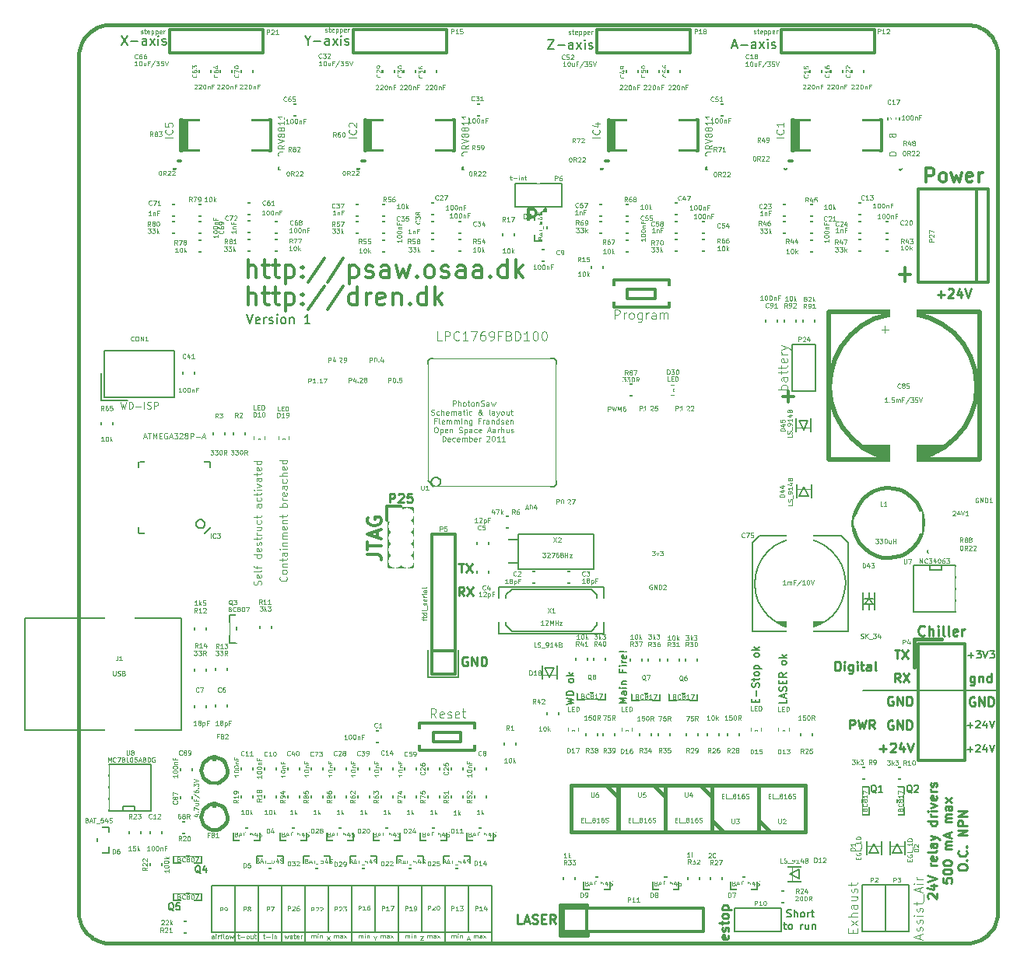
<source format=gto>
G04 (created by PCBNEW-RS274X (2011-05-25)-stable) date 2011-12-18T13:02:57 CET*
G01*
G70*
G90*
%MOIN*%
G04 Gerber Fmt 3.4, Leading zero omitted, Abs format*
%FSLAX34Y34*%
G04 APERTURE LIST*
%ADD10C,0.006000*%
%ADD11C,0.004900*%
%ADD12C,0.007900*%
%ADD13C,0.006900*%
%ADD14C,0.009900*%
%ADD15C,0.005900*%
%ADD16C,0.015000*%
%ADD17C,0.012000*%
%ADD18C,0.011800*%
%ADD19C,0.005000*%
%ADD20C,0.008000*%
%ADD21C,0.002600*%
%ADD22C,0.004000*%
%ADD23C,0.002000*%
%ADD24C,0.019700*%
%ADD25C,0.003900*%
%ADD26C,0.004500*%
%ADD27C,0.010800*%
%ADD28C,0.003500*%
%ADD29C,0.004700*%
%ADD30C,0.007500*%
%ADD31C,0.080000*%
%ADD32C,0.126300*%
%ADD33R,0.060000X0.030000*%
%ADD34R,0.030000X0.060000*%
%ADD35R,0.098700X0.037700*%
%ADD36R,0.037700X0.098700*%
%ADD37R,0.056000X0.056000*%
%ADD38R,0.065000X0.040000*%
%ADD39R,0.080000X0.100000*%
%ADD40R,0.075000X0.055000*%
%ADD41R,0.045000X0.065000*%
%ADD42R,0.065000X0.045000*%
%ADD43C,0.075000*%
%ADD44C,0.070000*%
%ADD45R,0.236500X0.098700*%
%ADD46R,0.080000X0.080000*%
%ADD47R,0.067200X0.067200*%
%ADD48R,0.095000X0.095000*%
%ADD49C,0.095000*%
%ADD50R,0.059300X0.075100*%
%ADD51R,0.075100X0.059300*%
%ADD52R,0.114500X0.256200*%
%ADD53R,0.114500X0.177500*%
%ADD54C,0.256200*%
%ADD55R,0.090800X0.075100*%
%ADD56R,0.075100X0.090800*%
%ADD57R,0.086900X0.090800*%
%ADD58R,0.120000X0.120000*%
%ADD59C,0.120000*%
%ADD60R,0.055000X0.075000*%
%ADD61C,0.069200*%
%ADD62R,0.059400X0.059400*%
%ADD63C,0.059400*%
%ADD64C,0.098700*%
%ADD65R,0.079100X0.067200*%
%ADD66R,0.067200X0.086900*%
%ADD67R,0.031800X0.083000*%
%ADD68R,0.223900X0.142000*%
G04 APERTURE END LIST*
G54D10*
G54D11*
X08897Y-23657D02*
X08912Y-23672D01*
X08927Y-23717D01*
X08927Y-23747D01*
X08912Y-23792D01*
X08882Y-23822D01*
X08852Y-23837D01*
X08792Y-23852D01*
X08747Y-23852D01*
X08687Y-23837D01*
X08657Y-23822D01*
X08627Y-23792D01*
X08612Y-23747D01*
X08612Y-23717D01*
X08627Y-23672D01*
X08642Y-23657D01*
X08927Y-23477D02*
X08912Y-23507D01*
X08897Y-23522D01*
X08867Y-23537D01*
X08777Y-23537D01*
X08747Y-23522D01*
X08732Y-23507D01*
X08717Y-23477D01*
X08717Y-23432D01*
X08732Y-23402D01*
X08747Y-23387D01*
X08777Y-23372D01*
X08867Y-23372D01*
X08897Y-23387D01*
X08912Y-23402D01*
X08927Y-23432D01*
X08927Y-23477D01*
X08717Y-23237D02*
X08927Y-23237D01*
X08747Y-23237D02*
X08732Y-23222D01*
X08717Y-23192D01*
X08717Y-23147D01*
X08732Y-23117D01*
X08762Y-23102D01*
X08927Y-23102D01*
X08717Y-22997D02*
X08717Y-22877D01*
X08612Y-22952D02*
X08882Y-22952D01*
X08912Y-22937D01*
X08927Y-22907D01*
X08927Y-22877D01*
X08927Y-22637D02*
X08762Y-22637D01*
X08732Y-22652D01*
X08717Y-22682D01*
X08717Y-22742D01*
X08732Y-22772D01*
X08912Y-22637D02*
X08927Y-22667D01*
X08927Y-22742D01*
X08912Y-22772D01*
X08882Y-22787D01*
X08852Y-22787D01*
X08822Y-22772D01*
X08807Y-22742D01*
X08807Y-22667D01*
X08792Y-22637D01*
X08927Y-22487D02*
X08717Y-22487D01*
X08612Y-22487D02*
X08627Y-22502D01*
X08642Y-22487D01*
X08627Y-22472D01*
X08612Y-22487D01*
X08642Y-22487D01*
X08717Y-22337D02*
X08927Y-22337D01*
X08747Y-22337D02*
X08732Y-22322D01*
X08717Y-22292D01*
X08717Y-22247D01*
X08732Y-22217D01*
X08762Y-22202D01*
X08927Y-22202D01*
X08927Y-22052D02*
X08717Y-22052D01*
X08747Y-22052D02*
X08732Y-22037D01*
X08717Y-22007D01*
X08717Y-21962D01*
X08732Y-21932D01*
X08762Y-21917D01*
X08927Y-21917D01*
X08762Y-21917D02*
X08732Y-21902D01*
X08717Y-21872D01*
X08717Y-21827D01*
X08732Y-21797D01*
X08762Y-21782D01*
X08927Y-21782D01*
X08912Y-21512D02*
X08927Y-21542D01*
X08927Y-21602D01*
X08912Y-21632D01*
X08882Y-21647D01*
X08762Y-21647D01*
X08732Y-21632D01*
X08717Y-21602D01*
X08717Y-21542D01*
X08732Y-21512D01*
X08762Y-21497D01*
X08792Y-21497D01*
X08822Y-21647D01*
X08717Y-21362D02*
X08927Y-21362D01*
X08747Y-21362D02*
X08732Y-21347D01*
X08717Y-21317D01*
X08717Y-21272D01*
X08732Y-21242D01*
X08762Y-21227D01*
X08927Y-21227D01*
X08717Y-21122D02*
X08717Y-21002D01*
X08612Y-21077D02*
X08882Y-21077D01*
X08912Y-21062D01*
X08927Y-21032D01*
X08927Y-21002D01*
X08927Y-20657D02*
X08612Y-20657D01*
X08732Y-20657D02*
X08717Y-20627D01*
X08717Y-20567D01*
X08732Y-20537D01*
X08747Y-20522D01*
X08777Y-20507D01*
X08867Y-20507D01*
X08897Y-20522D01*
X08912Y-20537D01*
X08927Y-20567D01*
X08927Y-20627D01*
X08912Y-20657D01*
X08927Y-20372D02*
X08717Y-20372D01*
X08777Y-20372D02*
X08747Y-20357D01*
X08732Y-20342D01*
X08717Y-20312D01*
X08717Y-20282D01*
X08912Y-20057D02*
X08927Y-20087D01*
X08927Y-20147D01*
X08912Y-20177D01*
X08882Y-20192D01*
X08762Y-20192D01*
X08732Y-20177D01*
X08717Y-20147D01*
X08717Y-20087D01*
X08732Y-20057D01*
X08762Y-20042D01*
X08792Y-20042D01*
X08822Y-20192D01*
X08927Y-19772D02*
X08762Y-19772D01*
X08732Y-19787D01*
X08717Y-19817D01*
X08717Y-19877D01*
X08732Y-19907D01*
X08912Y-19772D02*
X08927Y-19802D01*
X08927Y-19877D01*
X08912Y-19907D01*
X08882Y-19922D01*
X08852Y-19922D01*
X08822Y-19907D01*
X08807Y-19877D01*
X08807Y-19802D01*
X08792Y-19772D01*
X08912Y-19487D02*
X08927Y-19517D01*
X08927Y-19577D01*
X08912Y-19607D01*
X08897Y-19622D01*
X08867Y-19637D01*
X08777Y-19637D01*
X08747Y-19622D01*
X08732Y-19607D01*
X08717Y-19577D01*
X08717Y-19517D01*
X08732Y-19487D01*
X08927Y-19352D02*
X08612Y-19352D01*
X08927Y-19217D02*
X08762Y-19217D01*
X08732Y-19232D01*
X08717Y-19262D01*
X08717Y-19307D01*
X08732Y-19337D01*
X08747Y-19352D01*
X08912Y-18947D02*
X08927Y-18977D01*
X08927Y-19037D01*
X08912Y-19067D01*
X08882Y-19082D01*
X08762Y-19082D01*
X08732Y-19067D01*
X08717Y-19037D01*
X08717Y-18977D01*
X08732Y-18947D01*
X08762Y-18932D01*
X08792Y-18932D01*
X08822Y-19082D01*
X08927Y-18662D02*
X08612Y-18662D01*
X08912Y-18662D02*
X08927Y-18692D01*
X08927Y-18752D01*
X08912Y-18782D01*
X08897Y-18797D01*
X08867Y-18812D01*
X08777Y-18812D01*
X08747Y-18797D01*
X08732Y-18782D01*
X08717Y-18752D01*
X08717Y-18692D01*
X08732Y-18662D01*
X07812Y-24020D02*
X07827Y-23975D01*
X07827Y-23900D01*
X07812Y-23870D01*
X07797Y-23855D01*
X07767Y-23840D01*
X07737Y-23840D01*
X07707Y-23855D01*
X07692Y-23870D01*
X07677Y-23900D01*
X07662Y-23960D01*
X07647Y-23990D01*
X07632Y-24005D01*
X07602Y-24020D01*
X07572Y-24020D01*
X07542Y-24005D01*
X07527Y-23990D01*
X07512Y-23960D01*
X07512Y-23885D01*
X07527Y-23840D01*
X07812Y-23585D02*
X07827Y-23615D01*
X07827Y-23675D01*
X07812Y-23705D01*
X07782Y-23720D01*
X07662Y-23720D01*
X07632Y-23705D01*
X07617Y-23675D01*
X07617Y-23615D01*
X07632Y-23585D01*
X07662Y-23570D01*
X07692Y-23570D01*
X07722Y-23720D01*
X07827Y-23390D02*
X07812Y-23420D01*
X07782Y-23435D01*
X07512Y-23435D01*
X07617Y-23315D02*
X07617Y-23195D01*
X07827Y-23270D02*
X07557Y-23270D01*
X07527Y-23255D01*
X07512Y-23225D01*
X07512Y-23195D01*
X07827Y-22715D02*
X07512Y-22715D01*
X07812Y-22715D02*
X07827Y-22745D01*
X07827Y-22805D01*
X07812Y-22835D01*
X07797Y-22850D01*
X07767Y-22865D01*
X07677Y-22865D01*
X07647Y-22850D01*
X07632Y-22835D01*
X07617Y-22805D01*
X07617Y-22745D01*
X07632Y-22715D01*
X07812Y-22445D02*
X07827Y-22475D01*
X07827Y-22535D01*
X07812Y-22565D01*
X07782Y-22580D01*
X07662Y-22580D01*
X07632Y-22565D01*
X07617Y-22535D01*
X07617Y-22475D01*
X07632Y-22445D01*
X07662Y-22430D01*
X07692Y-22430D01*
X07722Y-22580D01*
X07812Y-22310D02*
X07827Y-22280D01*
X07827Y-22220D01*
X07812Y-22190D01*
X07782Y-22175D01*
X07767Y-22175D01*
X07737Y-22190D01*
X07722Y-22220D01*
X07722Y-22265D01*
X07707Y-22295D01*
X07677Y-22310D01*
X07662Y-22310D01*
X07632Y-22295D01*
X07617Y-22265D01*
X07617Y-22220D01*
X07632Y-22190D01*
X07617Y-22085D02*
X07617Y-21965D01*
X07512Y-22040D02*
X07782Y-22040D01*
X07812Y-22025D01*
X07827Y-21995D01*
X07827Y-21965D01*
X07827Y-21860D02*
X07617Y-21860D01*
X07677Y-21860D02*
X07647Y-21845D01*
X07632Y-21830D01*
X07617Y-21800D01*
X07617Y-21770D01*
X07617Y-21530D02*
X07827Y-21530D01*
X07617Y-21665D02*
X07782Y-21665D01*
X07812Y-21650D01*
X07827Y-21620D01*
X07827Y-21575D01*
X07812Y-21545D01*
X07797Y-21530D01*
X07812Y-21245D02*
X07827Y-21275D01*
X07827Y-21335D01*
X07812Y-21365D01*
X07797Y-21380D01*
X07767Y-21395D01*
X07677Y-21395D01*
X07647Y-21380D01*
X07632Y-21365D01*
X07617Y-21335D01*
X07617Y-21275D01*
X07632Y-21245D01*
X07617Y-21155D02*
X07617Y-21035D01*
X07512Y-21110D02*
X07782Y-21110D01*
X07812Y-21095D01*
X07827Y-21065D01*
X07827Y-21035D01*
X07827Y-20555D02*
X07662Y-20555D01*
X07632Y-20570D01*
X07617Y-20600D01*
X07617Y-20660D01*
X07632Y-20690D01*
X07812Y-20555D02*
X07827Y-20585D01*
X07827Y-20660D01*
X07812Y-20690D01*
X07782Y-20705D01*
X07752Y-20705D01*
X07722Y-20690D01*
X07707Y-20660D01*
X07707Y-20585D01*
X07692Y-20555D01*
X07812Y-20270D02*
X07827Y-20300D01*
X07827Y-20360D01*
X07812Y-20390D01*
X07797Y-20405D01*
X07767Y-20420D01*
X07677Y-20420D01*
X07647Y-20405D01*
X07632Y-20390D01*
X07617Y-20360D01*
X07617Y-20300D01*
X07632Y-20270D01*
X07617Y-20180D02*
X07617Y-20060D01*
X07512Y-20135D02*
X07782Y-20135D01*
X07812Y-20120D01*
X07827Y-20090D01*
X07827Y-20060D01*
X07827Y-19955D02*
X07617Y-19955D01*
X07512Y-19955D02*
X07527Y-19970D01*
X07542Y-19955D01*
X07527Y-19940D01*
X07512Y-19955D01*
X07542Y-19955D01*
X07617Y-19835D02*
X07827Y-19760D01*
X07617Y-19685D01*
X07827Y-19430D02*
X07662Y-19430D01*
X07632Y-19445D01*
X07617Y-19475D01*
X07617Y-19535D01*
X07632Y-19565D01*
X07812Y-19430D02*
X07827Y-19460D01*
X07827Y-19535D01*
X07812Y-19565D01*
X07782Y-19580D01*
X07752Y-19580D01*
X07722Y-19565D01*
X07707Y-19535D01*
X07707Y-19460D01*
X07692Y-19430D01*
X07617Y-19325D02*
X07617Y-19205D01*
X07512Y-19280D02*
X07782Y-19280D01*
X07812Y-19265D01*
X07827Y-19235D01*
X07827Y-19205D01*
X07812Y-18980D02*
X07827Y-19010D01*
X07827Y-19070D01*
X07812Y-19100D01*
X07782Y-19115D01*
X07662Y-19115D01*
X07632Y-19100D01*
X07617Y-19070D01*
X07617Y-19010D01*
X07632Y-18980D01*
X07662Y-18965D01*
X07692Y-18965D01*
X07722Y-19115D01*
X07827Y-18695D02*
X07512Y-18695D01*
X07812Y-18695D02*
X07827Y-18725D01*
X07827Y-18785D01*
X07812Y-18815D01*
X07797Y-18830D01*
X07767Y-18845D01*
X07677Y-18845D01*
X07647Y-18830D01*
X07632Y-18815D01*
X07617Y-18785D01*
X07617Y-18725D01*
X07632Y-18695D01*
G54D12*
X23477Y-29077D02*
X23162Y-29077D01*
X23387Y-28972D01*
X23162Y-28867D01*
X23477Y-28867D01*
X23477Y-28582D02*
X23312Y-28582D01*
X23282Y-28597D01*
X23267Y-28627D01*
X23267Y-28687D01*
X23282Y-28717D01*
X23462Y-28582D02*
X23477Y-28612D01*
X23477Y-28687D01*
X23462Y-28717D01*
X23432Y-28732D01*
X23402Y-28732D01*
X23372Y-28717D01*
X23357Y-28687D01*
X23357Y-28612D01*
X23342Y-28582D01*
X23477Y-28432D02*
X23267Y-28432D01*
X23162Y-28432D02*
X23177Y-28447D01*
X23192Y-28432D01*
X23177Y-28417D01*
X23162Y-28432D01*
X23192Y-28432D01*
X23267Y-28282D02*
X23477Y-28282D01*
X23297Y-28282D02*
X23282Y-28267D01*
X23267Y-28237D01*
X23267Y-28192D01*
X23282Y-28162D01*
X23312Y-28147D01*
X23477Y-28147D01*
X23312Y-27652D02*
X23312Y-27757D01*
X23477Y-27757D02*
X23162Y-27757D01*
X23162Y-27607D01*
X23477Y-27487D02*
X23267Y-27487D01*
X23162Y-27487D02*
X23177Y-27502D01*
X23192Y-27487D01*
X23177Y-27472D01*
X23162Y-27487D01*
X23192Y-27487D01*
X23477Y-27337D02*
X23267Y-27337D01*
X23327Y-27337D02*
X23297Y-27322D01*
X23282Y-27307D01*
X23267Y-27277D01*
X23267Y-27247D01*
X23462Y-27022D02*
X23477Y-27052D01*
X23477Y-27112D01*
X23462Y-27142D01*
X23432Y-27157D01*
X23312Y-27157D01*
X23282Y-27142D01*
X23267Y-27112D01*
X23267Y-27052D01*
X23282Y-27022D01*
X23312Y-27007D01*
X23342Y-27007D01*
X23372Y-27157D01*
X23447Y-26872D02*
X23462Y-26857D01*
X23477Y-26872D01*
X23462Y-26887D01*
X23447Y-26872D01*
X23477Y-26872D01*
X23357Y-26872D02*
X23177Y-26887D01*
X23162Y-26872D01*
X23177Y-26857D01*
X23357Y-26872D01*
X23162Y-26872D01*
G54D13*
X20887Y-29132D02*
X21202Y-29057D01*
X20977Y-28997D01*
X21202Y-28937D01*
X20887Y-28862D01*
X21202Y-28742D02*
X20887Y-28742D01*
X20887Y-28667D01*
X20902Y-28622D01*
X20932Y-28592D01*
X20962Y-28577D01*
X21022Y-28562D01*
X21067Y-28562D01*
X21127Y-28577D01*
X21157Y-28592D01*
X21187Y-28622D01*
X21202Y-28667D01*
X21202Y-28742D01*
X21202Y-28142D02*
X21187Y-28172D01*
X21172Y-28187D01*
X21142Y-28202D01*
X21052Y-28202D01*
X21022Y-28187D01*
X21007Y-28172D01*
X20992Y-28142D01*
X20992Y-28097D01*
X21007Y-28067D01*
X21022Y-28052D01*
X21052Y-28037D01*
X21142Y-28037D01*
X21172Y-28052D01*
X21187Y-28067D01*
X21202Y-28097D01*
X21202Y-28142D01*
X21202Y-27902D02*
X20887Y-27902D01*
X21082Y-27872D02*
X21202Y-27782D01*
X20992Y-27782D02*
X21112Y-27902D01*
G54D12*
X28987Y-29052D02*
X28987Y-28947D01*
X29152Y-28902D02*
X29152Y-29052D01*
X28837Y-29052D01*
X28837Y-28902D01*
X29032Y-28767D02*
X29032Y-28527D01*
X29137Y-28392D02*
X29152Y-28347D01*
X29152Y-28272D01*
X29137Y-28242D01*
X29122Y-28227D01*
X29092Y-28212D01*
X29062Y-28212D01*
X29032Y-28227D01*
X29017Y-28242D01*
X29002Y-28272D01*
X28987Y-28332D01*
X28972Y-28362D01*
X28957Y-28377D01*
X28927Y-28392D01*
X28897Y-28392D01*
X28867Y-28377D01*
X28852Y-28362D01*
X28837Y-28332D01*
X28837Y-28257D01*
X28852Y-28212D01*
X28942Y-28122D02*
X28942Y-28002D01*
X28837Y-28077D02*
X29107Y-28077D01*
X29137Y-28062D01*
X29152Y-28032D01*
X29152Y-28002D01*
X29152Y-27852D02*
X29137Y-27882D01*
X29122Y-27897D01*
X29092Y-27912D01*
X29002Y-27912D01*
X28972Y-27897D01*
X28957Y-27882D01*
X28942Y-27852D01*
X28942Y-27807D01*
X28957Y-27777D01*
X28972Y-27762D01*
X29002Y-27747D01*
X29092Y-27747D01*
X29122Y-27762D01*
X29137Y-27777D01*
X29152Y-27807D01*
X29152Y-27852D01*
X28942Y-27612D02*
X29257Y-27612D01*
X28957Y-27612D02*
X28942Y-27582D01*
X28942Y-27522D01*
X28957Y-27492D01*
X28972Y-27477D01*
X29002Y-27462D01*
X29092Y-27462D01*
X29122Y-27477D01*
X29137Y-27492D01*
X29152Y-27522D01*
X29152Y-27582D01*
X29137Y-27612D01*
X29152Y-27042D02*
X29137Y-27072D01*
X29122Y-27087D01*
X29092Y-27102D01*
X29002Y-27102D01*
X28972Y-27087D01*
X28957Y-27072D01*
X28942Y-27042D01*
X28942Y-26997D01*
X28957Y-26967D01*
X28972Y-26952D01*
X29002Y-26937D01*
X29092Y-26937D01*
X29122Y-26952D01*
X29137Y-26967D01*
X29152Y-26997D01*
X29152Y-27042D01*
X29152Y-26802D02*
X28837Y-26802D01*
X29032Y-26772D02*
X29152Y-26682D01*
X28942Y-26682D02*
X29062Y-26802D01*
X30327Y-28927D02*
X30327Y-29077D01*
X30012Y-29077D01*
X30237Y-28837D02*
X30237Y-28687D01*
X30327Y-28867D02*
X30012Y-28762D01*
X30327Y-28657D01*
X30312Y-28567D02*
X30327Y-28522D01*
X30327Y-28447D01*
X30312Y-28417D01*
X30297Y-28402D01*
X30267Y-28387D01*
X30237Y-28387D01*
X30207Y-28402D01*
X30192Y-28417D01*
X30177Y-28447D01*
X30162Y-28507D01*
X30147Y-28537D01*
X30132Y-28552D01*
X30102Y-28567D01*
X30072Y-28567D01*
X30042Y-28552D01*
X30027Y-28537D01*
X30012Y-28507D01*
X30012Y-28432D01*
X30027Y-28387D01*
X30162Y-28252D02*
X30162Y-28147D01*
X30327Y-28102D02*
X30327Y-28252D01*
X30012Y-28252D01*
X30012Y-28102D01*
X30327Y-27787D02*
X30177Y-27892D01*
X30327Y-27967D02*
X30012Y-27967D01*
X30012Y-27847D01*
X30027Y-27817D01*
X30042Y-27802D01*
X30072Y-27787D01*
X30117Y-27787D01*
X30147Y-27802D01*
X30162Y-27817D01*
X30177Y-27847D01*
X30177Y-27967D01*
X30327Y-27367D02*
X30312Y-27397D01*
X30297Y-27412D01*
X30267Y-27427D01*
X30177Y-27427D01*
X30147Y-27412D01*
X30132Y-27397D01*
X30117Y-27367D01*
X30117Y-27322D01*
X30132Y-27292D01*
X30147Y-27277D01*
X30177Y-27262D01*
X30267Y-27262D01*
X30297Y-27277D01*
X30312Y-27292D01*
X30327Y-27322D01*
X30327Y-27367D01*
X30327Y-27127D02*
X30012Y-27127D01*
X30207Y-27097D02*
X30327Y-27007D01*
X30117Y-27007D02*
X30237Y-27127D01*
G54D14*
X16276Y-23090D02*
X16501Y-23090D01*
X16388Y-23484D02*
X16388Y-23090D01*
X16594Y-23090D02*
X16857Y-23484D01*
X16857Y-23090D02*
X16594Y-23484D01*
X16510Y-24484D02*
X16379Y-24297D01*
X16285Y-24484D02*
X16285Y-24090D01*
X16435Y-24090D01*
X16472Y-24109D01*
X16491Y-24128D01*
X16510Y-24166D01*
X16510Y-24222D01*
X16491Y-24259D01*
X16472Y-24278D01*
X16435Y-24297D01*
X16285Y-24297D01*
X16641Y-24090D02*
X16904Y-24484D01*
X16904Y-24090D02*
X16641Y-24484D01*
X16650Y-27109D02*
X16613Y-27090D01*
X16556Y-27090D01*
X16500Y-27109D01*
X16463Y-27147D01*
X16444Y-27184D01*
X16425Y-27259D01*
X16425Y-27316D01*
X16444Y-27391D01*
X16463Y-27428D01*
X16500Y-27466D01*
X16556Y-27484D01*
X16594Y-27484D01*
X16650Y-27466D01*
X16669Y-27447D01*
X16669Y-27316D01*
X16594Y-27316D01*
X16838Y-27484D02*
X16838Y-27090D01*
X17063Y-27484D01*
X17063Y-27090D01*
X17251Y-27484D02*
X17251Y-27090D01*
X17345Y-27090D01*
X17401Y-27109D01*
X17438Y-27147D01*
X17457Y-27184D01*
X17476Y-27259D01*
X17476Y-27316D01*
X17457Y-27391D01*
X17438Y-27428D01*
X17401Y-27466D01*
X17345Y-27484D01*
X17251Y-27484D01*
G54D15*
X16275Y-27975D02*
X16275Y-26800D01*
X14950Y-27975D02*
X16275Y-27975D01*
X14950Y-26800D02*
X14950Y-27975D01*
X00950Y-16100D02*
X02100Y-16100D01*
X00950Y-14925D02*
X00950Y-16100D01*
G54D14*
X36781Y-11559D02*
X37081Y-11559D01*
X36931Y-11709D02*
X36931Y-11409D01*
X37250Y-11353D02*
X37269Y-11334D01*
X37306Y-11315D01*
X37400Y-11315D01*
X37438Y-11334D01*
X37456Y-11353D01*
X37475Y-11391D01*
X37475Y-11428D01*
X37456Y-11484D01*
X37231Y-11709D01*
X37475Y-11709D01*
X37813Y-11447D02*
X37813Y-11709D01*
X37719Y-11297D02*
X37625Y-11578D01*
X37869Y-11578D01*
X37963Y-11315D02*
X38094Y-11709D01*
X38225Y-11315D01*
X33025Y-30184D02*
X33025Y-29790D01*
X33175Y-29790D01*
X33212Y-29809D01*
X33231Y-29828D01*
X33250Y-29866D01*
X33250Y-29922D01*
X33231Y-29959D01*
X33212Y-29978D01*
X33175Y-29997D01*
X33025Y-29997D01*
X33381Y-29790D02*
X33475Y-30184D01*
X33550Y-29903D01*
X33625Y-30184D01*
X33719Y-29790D01*
X34094Y-30184D02*
X33963Y-29997D01*
X33869Y-30184D02*
X33869Y-29790D01*
X34019Y-29790D01*
X34056Y-29809D01*
X34075Y-29828D01*
X34094Y-29866D01*
X34094Y-29922D01*
X34075Y-29959D01*
X34056Y-29978D01*
X34019Y-29997D01*
X33869Y-29997D01*
X32413Y-27684D02*
X32413Y-27290D01*
X32507Y-27290D01*
X32563Y-27309D01*
X32600Y-27347D01*
X32619Y-27384D01*
X32638Y-27459D01*
X32638Y-27516D01*
X32619Y-27591D01*
X32600Y-27628D01*
X32563Y-27666D01*
X32507Y-27684D01*
X32413Y-27684D01*
X32807Y-27684D02*
X32807Y-27422D01*
X32807Y-27290D02*
X32788Y-27309D01*
X32807Y-27328D01*
X32826Y-27309D01*
X32807Y-27290D01*
X32807Y-27328D01*
X33164Y-27422D02*
X33164Y-27741D01*
X33145Y-27778D01*
X33126Y-27797D01*
X33089Y-27816D01*
X33032Y-27816D01*
X32995Y-27797D01*
X33164Y-27666D02*
X33126Y-27684D01*
X33051Y-27684D01*
X33014Y-27666D01*
X32995Y-27647D01*
X32976Y-27609D01*
X32976Y-27497D01*
X32995Y-27459D01*
X33014Y-27441D01*
X33051Y-27422D01*
X33126Y-27422D01*
X33164Y-27441D01*
X33351Y-27684D02*
X33351Y-27422D01*
X33351Y-27290D02*
X33332Y-27309D01*
X33351Y-27328D01*
X33370Y-27309D01*
X33351Y-27290D01*
X33351Y-27328D01*
X33483Y-27422D02*
X33633Y-27422D01*
X33539Y-27290D02*
X33539Y-27628D01*
X33558Y-27666D01*
X33595Y-27684D01*
X33633Y-27684D01*
X33933Y-27684D02*
X33933Y-27478D01*
X33914Y-27441D01*
X33876Y-27422D01*
X33801Y-27422D01*
X33764Y-27441D01*
X33933Y-27666D02*
X33895Y-27684D01*
X33801Y-27684D01*
X33764Y-27666D01*
X33745Y-27628D01*
X33745Y-27591D01*
X33764Y-27553D01*
X33801Y-27534D01*
X33895Y-27534D01*
X33933Y-27516D01*
X34176Y-27684D02*
X34139Y-27666D01*
X34120Y-27628D01*
X34120Y-27290D01*
G54D15*
X39300Y-28525D02*
X33600Y-28525D01*
G54D12*
X38070Y-31057D02*
X38310Y-31057D01*
X38190Y-31177D02*
X38190Y-30937D01*
X38445Y-30892D02*
X38460Y-30877D01*
X38490Y-30862D01*
X38565Y-30862D01*
X38595Y-30877D01*
X38610Y-30892D01*
X38625Y-30922D01*
X38625Y-30952D01*
X38610Y-30997D01*
X38430Y-31177D01*
X38625Y-31177D01*
X38895Y-30967D02*
X38895Y-31177D01*
X38820Y-30847D02*
X38745Y-31072D01*
X38940Y-31072D01*
X39015Y-30862D02*
X39120Y-31177D01*
X39225Y-30862D01*
X38070Y-30032D02*
X38310Y-30032D01*
X38190Y-30152D02*
X38190Y-29912D01*
X38445Y-29867D02*
X38460Y-29852D01*
X38490Y-29837D01*
X38565Y-29837D01*
X38595Y-29852D01*
X38610Y-29867D01*
X38625Y-29897D01*
X38625Y-29927D01*
X38610Y-29972D01*
X38430Y-30152D01*
X38625Y-30152D01*
X38895Y-29942D02*
X38895Y-30152D01*
X38820Y-29822D02*
X38745Y-30047D01*
X38940Y-30047D01*
X39015Y-29837D02*
X39120Y-30152D01*
X39225Y-29837D01*
G54D14*
X34306Y-31034D02*
X34606Y-31034D01*
X34456Y-31184D02*
X34456Y-30884D01*
X34775Y-30828D02*
X34794Y-30809D01*
X34831Y-30790D01*
X34925Y-30790D01*
X34963Y-30809D01*
X34981Y-30828D01*
X35000Y-30866D01*
X35000Y-30903D01*
X34981Y-30959D01*
X34756Y-31184D01*
X35000Y-31184D01*
X35338Y-30922D02*
X35338Y-31184D01*
X35244Y-30772D02*
X35150Y-31053D01*
X35394Y-31053D01*
X35488Y-30790D02*
X35619Y-31184D01*
X35750Y-30790D01*
X34875Y-29834D02*
X34838Y-29815D01*
X34781Y-29815D01*
X34725Y-29834D01*
X34688Y-29872D01*
X34669Y-29909D01*
X34650Y-29984D01*
X34650Y-30041D01*
X34669Y-30116D01*
X34688Y-30153D01*
X34725Y-30191D01*
X34781Y-30209D01*
X34819Y-30209D01*
X34875Y-30191D01*
X34894Y-30172D01*
X34894Y-30041D01*
X34819Y-30041D01*
X35063Y-30209D02*
X35063Y-29815D01*
X35288Y-30209D01*
X35288Y-29815D01*
X35476Y-30209D02*
X35476Y-29815D01*
X35570Y-29815D01*
X35626Y-29834D01*
X35663Y-29872D01*
X35682Y-29909D01*
X35701Y-29984D01*
X35701Y-30041D01*
X35682Y-30116D01*
X35663Y-30153D01*
X35626Y-30191D01*
X35570Y-30209D01*
X35476Y-30209D01*
X34875Y-28809D02*
X34838Y-28790D01*
X34781Y-28790D01*
X34725Y-28809D01*
X34688Y-28847D01*
X34669Y-28884D01*
X34650Y-28959D01*
X34650Y-29016D01*
X34669Y-29091D01*
X34688Y-29128D01*
X34725Y-29166D01*
X34781Y-29184D01*
X34819Y-29184D01*
X34875Y-29166D01*
X34894Y-29147D01*
X34894Y-29016D01*
X34819Y-29016D01*
X35063Y-29184D02*
X35063Y-28790D01*
X35288Y-29184D01*
X35288Y-28790D01*
X35476Y-29184D02*
X35476Y-28790D01*
X35570Y-28790D01*
X35626Y-28809D01*
X35663Y-28847D01*
X35682Y-28884D01*
X35701Y-28959D01*
X35701Y-29016D01*
X35682Y-29091D01*
X35663Y-29128D01*
X35626Y-29166D01*
X35570Y-29184D01*
X35476Y-29184D01*
X38379Y-27922D02*
X38379Y-28241D01*
X38360Y-28278D01*
X38341Y-28297D01*
X38304Y-28316D01*
X38247Y-28316D01*
X38210Y-28297D01*
X38379Y-28166D02*
X38341Y-28184D01*
X38266Y-28184D01*
X38229Y-28166D01*
X38210Y-28147D01*
X38191Y-28109D01*
X38191Y-27997D01*
X38210Y-27959D01*
X38229Y-27941D01*
X38266Y-27922D01*
X38341Y-27922D01*
X38379Y-27941D01*
X38566Y-27922D02*
X38566Y-28184D01*
X38566Y-27959D02*
X38585Y-27941D01*
X38622Y-27922D01*
X38678Y-27922D01*
X38716Y-27941D01*
X38735Y-27978D01*
X38735Y-28184D01*
X39091Y-28184D02*
X39091Y-27790D01*
X39091Y-28166D02*
X39053Y-28184D01*
X38978Y-28184D01*
X38941Y-28166D01*
X38922Y-28147D01*
X38903Y-28109D01*
X38903Y-27997D01*
X38922Y-27959D01*
X38941Y-27941D01*
X38978Y-27922D01*
X39053Y-27922D01*
X39091Y-27941D01*
X38375Y-28834D02*
X38338Y-28815D01*
X38281Y-28815D01*
X38225Y-28834D01*
X38188Y-28872D01*
X38169Y-28909D01*
X38150Y-28984D01*
X38150Y-29041D01*
X38169Y-29116D01*
X38188Y-29153D01*
X38225Y-29191D01*
X38281Y-29209D01*
X38319Y-29209D01*
X38375Y-29191D01*
X38394Y-29172D01*
X38394Y-29041D01*
X38319Y-29041D01*
X38563Y-29209D02*
X38563Y-28815D01*
X38788Y-29209D01*
X38788Y-28815D01*
X38976Y-29209D02*
X38976Y-28815D01*
X39070Y-28815D01*
X39126Y-28834D01*
X39163Y-28872D01*
X39182Y-28909D01*
X39201Y-28984D01*
X39201Y-29041D01*
X39182Y-29116D01*
X39163Y-29153D01*
X39126Y-29191D01*
X39070Y-29209D01*
X38976Y-29209D01*
G54D12*
X38095Y-27032D02*
X38335Y-27032D01*
X38215Y-27152D02*
X38215Y-26912D01*
X38455Y-26837D02*
X38650Y-26837D01*
X38545Y-26957D01*
X38590Y-26957D01*
X38620Y-26972D01*
X38635Y-26987D01*
X38650Y-27017D01*
X38650Y-27092D01*
X38635Y-27122D01*
X38620Y-27137D01*
X38590Y-27152D01*
X38500Y-27152D01*
X38470Y-27137D01*
X38455Y-27122D01*
X38740Y-26837D02*
X38845Y-27152D01*
X38950Y-26837D01*
X39025Y-26837D02*
X39220Y-26837D01*
X39115Y-26957D01*
X39160Y-26957D01*
X39190Y-26972D01*
X39205Y-26987D01*
X39220Y-27017D01*
X39220Y-27092D01*
X39205Y-27122D01*
X39190Y-27137D01*
X39160Y-27152D01*
X39070Y-27152D01*
X39040Y-27137D01*
X39025Y-27122D01*
G54D14*
X34951Y-26790D02*
X35176Y-26790D01*
X35063Y-27184D02*
X35063Y-26790D01*
X35269Y-26790D02*
X35532Y-27184D01*
X35532Y-26790D02*
X35269Y-27184D01*
X35185Y-28184D02*
X35054Y-27997D01*
X34960Y-28184D02*
X34960Y-27790D01*
X35110Y-27790D01*
X35147Y-27809D01*
X35166Y-27828D01*
X35185Y-27866D01*
X35185Y-27922D01*
X35166Y-27959D01*
X35147Y-27978D01*
X35110Y-27997D01*
X34960Y-27997D01*
X35316Y-27790D02*
X35579Y-28184D01*
X35579Y-27790D02*
X35316Y-28184D01*
X36403Y-37460D02*
X36384Y-37441D01*
X36365Y-37404D01*
X36365Y-37310D01*
X36384Y-37272D01*
X36403Y-37254D01*
X36441Y-37235D01*
X36478Y-37235D01*
X36534Y-37254D01*
X36759Y-37479D01*
X36759Y-37235D01*
X36497Y-36897D02*
X36759Y-36897D01*
X36347Y-36991D02*
X36628Y-37085D01*
X36628Y-36841D01*
X36365Y-36747D02*
X36759Y-36616D01*
X36365Y-36485D01*
X36759Y-36053D02*
X36497Y-36053D01*
X36572Y-36053D02*
X36534Y-36034D01*
X36516Y-36016D01*
X36497Y-35978D01*
X36497Y-35941D01*
X36741Y-35659D02*
X36759Y-35697D01*
X36759Y-35772D01*
X36741Y-35809D01*
X36703Y-35828D01*
X36553Y-35828D01*
X36516Y-35809D01*
X36497Y-35772D01*
X36497Y-35697D01*
X36516Y-35659D01*
X36553Y-35640D01*
X36591Y-35640D01*
X36628Y-35828D01*
X36759Y-35415D02*
X36741Y-35452D01*
X36703Y-35471D01*
X36365Y-35471D01*
X36759Y-35096D02*
X36553Y-35096D01*
X36516Y-35115D01*
X36497Y-35153D01*
X36497Y-35228D01*
X36516Y-35265D01*
X36741Y-35096D02*
X36759Y-35134D01*
X36759Y-35228D01*
X36741Y-35265D01*
X36703Y-35284D01*
X36666Y-35284D01*
X36628Y-35265D01*
X36609Y-35228D01*
X36609Y-35134D01*
X36591Y-35096D01*
X36497Y-34947D02*
X36759Y-34853D01*
X36497Y-34759D02*
X36759Y-34853D01*
X36853Y-34890D01*
X36872Y-34909D01*
X36891Y-34947D01*
X36759Y-34140D02*
X36365Y-34140D01*
X36741Y-34140D02*
X36759Y-34178D01*
X36759Y-34253D01*
X36741Y-34290D01*
X36722Y-34309D01*
X36684Y-34328D01*
X36572Y-34328D01*
X36534Y-34309D01*
X36516Y-34290D01*
X36497Y-34253D01*
X36497Y-34178D01*
X36516Y-34140D01*
X36759Y-33953D02*
X36497Y-33953D01*
X36572Y-33953D02*
X36534Y-33934D01*
X36516Y-33916D01*
X36497Y-33878D01*
X36497Y-33841D01*
X36759Y-33709D02*
X36497Y-33709D01*
X36365Y-33709D02*
X36384Y-33728D01*
X36403Y-33709D01*
X36384Y-33690D01*
X36365Y-33709D01*
X36403Y-33709D01*
X36497Y-33559D02*
X36759Y-33465D01*
X36497Y-33371D01*
X36741Y-33071D02*
X36759Y-33109D01*
X36759Y-33184D01*
X36741Y-33221D01*
X36703Y-33240D01*
X36553Y-33240D01*
X36516Y-33221D01*
X36497Y-33184D01*
X36497Y-33109D01*
X36516Y-33071D01*
X36553Y-33052D01*
X36591Y-33052D01*
X36628Y-33240D01*
X36759Y-32883D02*
X36497Y-32883D01*
X36572Y-32883D02*
X36534Y-32864D01*
X36516Y-32846D01*
X36497Y-32808D01*
X36497Y-32771D01*
X36741Y-32658D02*
X36759Y-32620D01*
X36759Y-32545D01*
X36741Y-32508D01*
X36703Y-32489D01*
X36684Y-32489D01*
X36647Y-32508D01*
X36628Y-32545D01*
X36628Y-32602D01*
X36609Y-32639D01*
X36572Y-32658D01*
X36553Y-32658D01*
X36516Y-32639D01*
X36497Y-32602D01*
X36497Y-32545D01*
X36516Y-32508D01*
X37015Y-36588D02*
X37015Y-36775D01*
X37203Y-36794D01*
X37184Y-36775D01*
X37166Y-36738D01*
X37166Y-36644D01*
X37184Y-36606D01*
X37203Y-36588D01*
X37241Y-36569D01*
X37334Y-36569D01*
X37372Y-36588D01*
X37391Y-36606D01*
X37409Y-36644D01*
X37409Y-36738D01*
X37391Y-36775D01*
X37372Y-36794D01*
X37015Y-36325D02*
X37015Y-36288D01*
X37034Y-36250D01*
X37053Y-36231D01*
X37091Y-36213D01*
X37166Y-36194D01*
X37259Y-36194D01*
X37334Y-36213D01*
X37372Y-36231D01*
X37391Y-36250D01*
X37409Y-36288D01*
X37409Y-36325D01*
X37391Y-36363D01*
X37372Y-36381D01*
X37334Y-36400D01*
X37259Y-36419D01*
X37166Y-36419D01*
X37091Y-36400D01*
X37053Y-36381D01*
X37034Y-36363D01*
X37015Y-36325D01*
X37015Y-35950D02*
X37015Y-35913D01*
X37034Y-35875D01*
X37053Y-35856D01*
X37091Y-35838D01*
X37166Y-35819D01*
X37259Y-35819D01*
X37334Y-35838D01*
X37372Y-35856D01*
X37391Y-35875D01*
X37409Y-35913D01*
X37409Y-35950D01*
X37391Y-35988D01*
X37372Y-36006D01*
X37334Y-36025D01*
X37259Y-36044D01*
X37166Y-36044D01*
X37091Y-36025D01*
X37053Y-36006D01*
X37034Y-35988D01*
X37015Y-35950D01*
X37409Y-35350D02*
X37147Y-35350D01*
X37184Y-35350D02*
X37166Y-35331D01*
X37147Y-35294D01*
X37147Y-35238D01*
X37166Y-35200D01*
X37203Y-35181D01*
X37409Y-35181D01*
X37203Y-35181D02*
X37166Y-35163D01*
X37147Y-35125D01*
X37147Y-35069D01*
X37166Y-35031D01*
X37203Y-35012D01*
X37409Y-35012D01*
X37297Y-34844D02*
X37297Y-34656D01*
X37409Y-34881D02*
X37015Y-34750D01*
X37409Y-34619D01*
X37409Y-34187D02*
X37147Y-34187D01*
X37184Y-34187D02*
X37166Y-34168D01*
X37147Y-34131D01*
X37147Y-34075D01*
X37166Y-34037D01*
X37203Y-34018D01*
X37409Y-34018D01*
X37203Y-34018D02*
X37166Y-34000D01*
X37147Y-33962D01*
X37147Y-33906D01*
X37166Y-33868D01*
X37203Y-33849D01*
X37409Y-33849D01*
X37409Y-33493D02*
X37203Y-33493D01*
X37166Y-33512D01*
X37147Y-33550D01*
X37147Y-33625D01*
X37166Y-33662D01*
X37391Y-33493D02*
X37409Y-33531D01*
X37409Y-33625D01*
X37391Y-33662D01*
X37353Y-33681D01*
X37316Y-33681D01*
X37278Y-33662D01*
X37259Y-33625D01*
X37259Y-33531D01*
X37241Y-33493D01*
X37409Y-33344D02*
X37147Y-33137D01*
X37147Y-33344D02*
X37409Y-33137D01*
X37665Y-36157D02*
X37665Y-36082D01*
X37684Y-36045D01*
X37722Y-36007D01*
X37797Y-35988D01*
X37928Y-35988D01*
X38003Y-36007D01*
X38041Y-36045D01*
X38059Y-36082D01*
X38059Y-36157D01*
X38041Y-36195D01*
X38003Y-36232D01*
X37928Y-36251D01*
X37797Y-36251D01*
X37722Y-36232D01*
X37684Y-36195D01*
X37665Y-36157D01*
X38022Y-35819D02*
X38041Y-35800D01*
X38059Y-35819D01*
X38041Y-35838D01*
X38022Y-35819D01*
X38059Y-35819D01*
X38022Y-35406D02*
X38041Y-35425D01*
X38059Y-35481D01*
X38059Y-35519D01*
X38041Y-35575D01*
X38003Y-35612D01*
X37966Y-35631D01*
X37891Y-35650D01*
X37834Y-35650D01*
X37759Y-35631D01*
X37722Y-35612D01*
X37684Y-35575D01*
X37665Y-35519D01*
X37665Y-35481D01*
X37684Y-35425D01*
X37703Y-35406D01*
X38022Y-35237D02*
X38041Y-35218D01*
X38059Y-35237D01*
X38041Y-35256D01*
X38022Y-35237D01*
X38059Y-35237D01*
X38059Y-34749D02*
X37665Y-34749D01*
X38059Y-34524D01*
X37665Y-34524D01*
X38059Y-34336D02*
X37665Y-34336D01*
X37665Y-34186D01*
X37684Y-34149D01*
X37703Y-34130D01*
X37741Y-34111D01*
X37797Y-34111D01*
X37834Y-34130D01*
X37853Y-34149D01*
X37872Y-34186D01*
X37872Y-34336D01*
X38059Y-33942D02*
X37665Y-33942D01*
X38059Y-33717D01*
X37665Y-33717D01*
G54D12*
X30338Y-38237D02*
X30383Y-38252D01*
X30458Y-38252D01*
X30488Y-38237D01*
X30503Y-38222D01*
X30518Y-38192D01*
X30518Y-38162D01*
X30503Y-38132D01*
X30488Y-38117D01*
X30458Y-38102D01*
X30398Y-38087D01*
X30368Y-38072D01*
X30353Y-38057D01*
X30338Y-38027D01*
X30338Y-37997D01*
X30353Y-37967D01*
X30368Y-37952D01*
X30398Y-37937D01*
X30473Y-37937D01*
X30518Y-37952D01*
X30653Y-38252D02*
X30653Y-37937D01*
X30788Y-38252D02*
X30788Y-38087D01*
X30773Y-38057D01*
X30743Y-38042D01*
X30698Y-38042D01*
X30668Y-38057D01*
X30653Y-38072D01*
X30983Y-38252D02*
X30953Y-38237D01*
X30938Y-38222D01*
X30923Y-38192D01*
X30923Y-38102D01*
X30938Y-38072D01*
X30953Y-38057D01*
X30983Y-38042D01*
X31028Y-38042D01*
X31058Y-38057D01*
X31073Y-38072D01*
X31088Y-38102D01*
X31088Y-38192D01*
X31073Y-38222D01*
X31058Y-38237D01*
X31028Y-38252D01*
X30983Y-38252D01*
X31223Y-38252D02*
X31223Y-38042D01*
X31223Y-38102D02*
X31238Y-38072D01*
X31253Y-38057D01*
X31283Y-38042D01*
X31313Y-38042D01*
X31373Y-38042D02*
X31493Y-38042D01*
X31418Y-37937D02*
X31418Y-38207D01*
X31433Y-38237D01*
X31463Y-38252D01*
X31493Y-38252D01*
X30195Y-38562D02*
X30315Y-38562D01*
X30240Y-38457D02*
X30240Y-38727D01*
X30255Y-38757D01*
X30285Y-38772D01*
X30315Y-38772D01*
X30465Y-38772D02*
X30435Y-38757D01*
X30420Y-38742D01*
X30405Y-38712D01*
X30405Y-38622D01*
X30420Y-38592D01*
X30435Y-38577D01*
X30465Y-38562D01*
X30510Y-38562D01*
X30540Y-38577D01*
X30555Y-38592D01*
X30570Y-38622D01*
X30570Y-38712D01*
X30555Y-38742D01*
X30540Y-38757D01*
X30510Y-38772D01*
X30465Y-38772D01*
X30945Y-38772D02*
X30945Y-38562D01*
X30945Y-38622D02*
X30960Y-38592D01*
X30975Y-38577D01*
X31005Y-38562D01*
X31035Y-38562D01*
X31275Y-38562D02*
X31275Y-38772D01*
X31140Y-38562D02*
X31140Y-38727D01*
X31155Y-38757D01*
X31185Y-38772D01*
X31230Y-38772D01*
X31260Y-38757D01*
X31275Y-38742D01*
X31425Y-38562D02*
X31425Y-38772D01*
X31425Y-38592D02*
X31440Y-38577D01*
X31470Y-38562D01*
X31515Y-38562D01*
X31545Y-38577D01*
X31560Y-38607D01*
X31560Y-38772D01*
G54D15*
X06700Y-39350D02*
X06675Y-39350D01*
X06700Y-38900D02*
X06700Y-39350D01*
X07700Y-39325D02*
X07675Y-39325D01*
X07700Y-38900D02*
X07700Y-39325D01*
X08700Y-39375D02*
X08675Y-39375D01*
X08700Y-38900D02*
X08700Y-39375D01*
X09700Y-38900D02*
X09700Y-39350D01*
X17700Y-39375D02*
X17675Y-39375D01*
X17700Y-38900D02*
X17700Y-39375D01*
X11700Y-38900D02*
X11700Y-39350D01*
X15700Y-38900D02*
X15700Y-39375D01*
X13700Y-38900D02*
X13700Y-39300D01*
G54D11*
X16654Y-39198D02*
X16747Y-39198D01*
X16635Y-39254D02*
X16700Y-39057D01*
X16766Y-39254D01*
X14634Y-39057D02*
X14765Y-39057D01*
X14634Y-39254D01*
X14765Y-39254D01*
X12700Y-39160D02*
X12700Y-39254D01*
X12635Y-39057D02*
X12700Y-39160D01*
X12766Y-39057D01*
X10634Y-39057D02*
X10765Y-39254D01*
X10765Y-39057D02*
X10634Y-39254D01*
G54D16*
X21775Y-37800D02*
X21775Y-37850D01*
X20725Y-37800D02*
X21775Y-37800D01*
X20725Y-38950D02*
X20725Y-37800D01*
X21800Y-38950D02*
X20725Y-38950D01*
X21800Y-39050D02*
X21800Y-38950D01*
X21775Y-37750D02*
X21775Y-37775D01*
X20625Y-37750D02*
X21775Y-37750D01*
X20625Y-39050D02*
X20625Y-37750D01*
X21775Y-39050D02*
X20625Y-39050D01*
X35800Y-26350D02*
X35800Y-27525D01*
X36950Y-26350D02*
X35800Y-26350D01*
G54D17*
X30175Y-15939D02*
X30625Y-15939D01*
X30400Y-16164D02*
X30400Y-15713D01*
G54D12*
X07206Y-12415D02*
X07337Y-12809D01*
X07468Y-12415D01*
X07750Y-12791D02*
X07712Y-12809D01*
X07637Y-12809D01*
X07600Y-12791D01*
X07581Y-12753D01*
X07581Y-12603D01*
X07600Y-12566D01*
X07637Y-12547D01*
X07712Y-12547D01*
X07750Y-12566D01*
X07769Y-12603D01*
X07769Y-12641D01*
X07581Y-12678D01*
X07938Y-12809D02*
X07938Y-12547D01*
X07938Y-12622D02*
X07957Y-12584D01*
X07975Y-12566D01*
X08013Y-12547D01*
X08050Y-12547D01*
X08163Y-12791D02*
X08201Y-12809D01*
X08276Y-12809D01*
X08313Y-12791D01*
X08332Y-12753D01*
X08332Y-12734D01*
X08313Y-12697D01*
X08276Y-12678D01*
X08219Y-12678D01*
X08182Y-12659D01*
X08163Y-12622D01*
X08163Y-12603D01*
X08182Y-12566D01*
X08219Y-12547D01*
X08276Y-12547D01*
X08313Y-12566D01*
X08501Y-12809D02*
X08501Y-12547D01*
X08501Y-12415D02*
X08482Y-12434D01*
X08501Y-12453D01*
X08520Y-12434D01*
X08501Y-12415D01*
X08501Y-12453D01*
X08745Y-12809D02*
X08708Y-12791D01*
X08689Y-12772D01*
X08670Y-12734D01*
X08670Y-12622D01*
X08689Y-12584D01*
X08708Y-12566D01*
X08745Y-12547D01*
X08801Y-12547D01*
X08839Y-12566D01*
X08858Y-12584D01*
X08876Y-12622D01*
X08876Y-12734D01*
X08858Y-12772D01*
X08839Y-12791D01*
X08801Y-12809D01*
X08745Y-12809D01*
X09045Y-12547D02*
X09045Y-12809D01*
X09045Y-12584D02*
X09064Y-12566D01*
X09101Y-12547D01*
X09157Y-12547D01*
X09195Y-12566D01*
X09214Y-12603D01*
X09214Y-12809D01*
X09907Y-12809D02*
X09682Y-12809D01*
X09795Y-12809D02*
X09795Y-12415D01*
X09757Y-12472D01*
X09720Y-12509D01*
X09682Y-12528D01*
G54D11*
X16025Y-16346D02*
X16025Y-16110D01*
X16115Y-16110D01*
X16138Y-16121D01*
X16149Y-16132D01*
X16160Y-16154D01*
X16160Y-16188D01*
X16149Y-16211D01*
X16138Y-16222D01*
X16115Y-16233D01*
X16025Y-16233D01*
X16261Y-16346D02*
X16261Y-16110D01*
X16362Y-16346D02*
X16362Y-16222D01*
X16351Y-16199D01*
X16329Y-16188D01*
X16295Y-16188D01*
X16272Y-16199D01*
X16261Y-16211D01*
X16509Y-16346D02*
X16486Y-16334D01*
X16475Y-16323D01*
X16464Y-16301D01*
X16464Y-16233D01*
X16475Y-16211D01*
X16486Y-16199D01*
X16509Y-16188D01*
X16543Y-16188D01*
X16565Y-16199D01*
X16576Y-16211D01*
X16588Y-16233D01*
X16588Y-16301D01*
X16576Y-16323D01*
X16565Y-16334D01*
X16543Y-16346D01*
X16509Y-16346D01*
X16655Y-16188D02*
X16745Y-16188D01*
X16689Y-16110D02*
X16689Y-16312D01*
X16700Y-16334D01*
X16723Y-16346D01*
X16745Y-16346D01*
X16858Y-16346D02*
X16835Y-16334D01*
X16824Y-16323D01*
X16813Y-16301D01*
X16813Y-16233D01*
X16824Y-16211D01*
X16835Y-16199D01*
X16858Y-16188D01*
X16892Y-16188D01*
X16914Y-16199D01*
X16925Y-16211D01*
X16937Y-16233D01*
X16937Y-16301D01*
X16925Y-16323D01*
X16914Y-16334D01*
X16892Y-16346D01*
X16858Y-16346D01*
X17038Y-16188D02*
X17038Y-16346D01*
X17038Y-16211D02*
X17049Y-16199D01*
X17072Y-16188D01*
X17106Y-16188D01*
X17128Y-16199D01*
X17139Y-16222D01*
X17139Y-16346D01*
X17241Y-16334D02*
X17275Y-16346D01*
X17331Y-16346D01*
X17353Y-16334D01*
X17365Y-16323D01*
X17376Y-16301D01*
X17376Y-16278D01*
X17365Y-16256D01*
X17353Y-16244D01*
X17331Y-16233D01*
X17286Y-16222D01*
X17263Y-16211D01*
X17252Y-16199D01*
X17241Y-16177D01*
X17241Y-16154D01*
X17252Y-16132D01*
X17263Y-16121D01*
X17286Y-16110D01*
X17342Y-16110D01*
X17376Y-16121D01*
X17578Y-16346D02*
X17578Y-16222D01*
X17567Y-16199D01*
X17545Y-16188D01*
X17500Y-16188D01*
X17477Y-16199D01*
X17578Y-16334D02*
X17556Y-16346D01*
X17500Y-16346D01*
X17477Y-16334D01*
X17466Y-16312D01*
X17466Y-16289D01*
X17477Y-16267D01*
X17500Y-16256D01*
X17556Y-16256D01*
X17578Y-16244D01*
X17669Y-16188D02*
X17714Y-16346D01*
X17759Y-16233D01*
X17804Y-16346D01*
X17849Y-16188D01*
X15103Y-16713D02*
X15137Y-16725D01*
X15193Y-16725D01*
X15215Y-16713D01*
X15227Y-16702D01*
X15238Y-16680D01*
X15238Y-16657D01*
X15227Y-16635D01*
X15215Y-16623D01*
X15193Y-16612D01*
X15148Y-16601D01*
X15125Y-16590D01*
X15114Y-16578D01*
X15103Y-16556D01*
X15103Y-16533D01*
X15114Y-16511D01*
X15125Y-16500D01*
X15148Y-16489D01*
X15204Y-16489D01*
X15238Y-16500D01*
X15440Y-16713D02*
X15418Y-16725D01*
X15373Y-16725D01*
X15350Y-16713D01*
X15339Y-16702D01*
X15328Y-16680D01*
X15328Y-16612D01*
X15339Y-16590D01*
X15350Y-16578D01*
X15373Y-16567D01*
X15418Y-16567D01*
X15440Y-16578D01*
X15541Y-16725D02*
X15541Y-16489D01*
X15642Y-16725D02*
X15642Y-16601D01*
X15631Y-16578D01*
X15609Y-16567D01*
X15575Y-16567D01*
X15552Y-16578D01*
X15541Y-16590D01*
X15845Y-16713D02*
X15823Y-16725D01*
X15778Y-16725D01*
X15755Y-16713D01*
X15744Y-16691D01*
X15744Y-16601D01*
X15755Y-16578D01*
X15778Y-16567D01*
X15823Y-16567D01*
X15845Y-16578D01*
X15856Y-16601D01*
X15856Y-16623D01*
X15744Y-16646D01*
X15957Y-16725D02*
X15957Y-16567D01*
X15957Y-16590D02*
X15968Y-16578D01*
X15991Y-16567D01*
X16025Y-16567D01*
X16047Y-16578D01*
X16058Y-16601D01*
X16058Y-16725D01*
X16058Y-16601D02*
X16070Y-16578D01*
X16092Y-16567D01*
X16126Y-16567D01*
X16148Y-16578D01*
X16159Y-16601D01*
X16159Y-16725D01*
X16373Y-16725D02*
X16373Y-16601D01*
X16362Y-16578D01*
X16340Y-16567D01*
X16295Y-16567D01*
X16272Y-16578D01*
X16373Y-16713D02*
X16351Y-16725D01*
X16295Y-16725D01*
X16272Y-16713D01*
X16261Y-16691D01*
X16261Y-16668D01*
X16272Y-16646D01*
X16295Y-16635D01*
X16351Y-16635D01*
X16373Y-16623D01*
X16452Y-16567D02*
X16542Y-16567D01*
X16486Y-16489D02*
X16486Y-16691D01*
X16497Y-16713D01*
X16520Y-16725D01*
X16542Y-16725D01*
X16621Y-16725D02*
X16621Y-16567D01*
X16621Y-16489D02*
X16610Y-16500D01*
X16621Y-16511D01*
X16632Y-16500D01*
X16621Y-16489D01*
X16621Y-16511D01*
X16834Y-16713D02*
X16812Y-16725D01*
X16767Y-16725D01*
X16744Y-16713D01*
X16733Y-16702D01*
X16722Y-16680D01*
X16722Y-16612D01*
X16733Y-16590D01*
X16744Y-16578D01*
X16767Y-16567D01*
X16812Y-16567D01*
X16834Y-16578D01*
X17306Y-16725D02*
X17295Y-16725D01*
X17273Y-16713D01*
X17239Y-16680D01*
X17183Y-16612D01*
X17160Y-16578D01*
X17149Y-16545D01*
X17149Y-16522D01*
X17160Y-16500D01*
X17183Y-16489D01*
X17194Y-16489D01*
X17216Y-16500D01*
X17228Y-16522D01*
X17228Y-16533D01*
X17216Y-16556D01*
X17205Y-16567D01*
X17138Y-16612D01*
X17126Y-16623D01*
X17115Y-16646D01*
X17115Y-16680D01*
X17126Y-16702D01*
X17138Y-16713D01*
X17160Y-16725D01*
X17194Y-16725D01*
X17216Y-16713D01*
X17228Y-16702D01*
X17261Y-16657D01*
X17273Y-16623D01*
X17273Y-16601D01*
X17621Y-16725D02*
X17598Y-16713D01*
X17587Y-16691D01*
X17587Y-16489D01*
X17812Y-16725D02*
X17812Y-16601D01*
X17801Y-16578D01*
X17779Y-16567D01*
X17734Y-16567D01*
X17711Y-16578D01*
X17812Y-16713D02*
X17790Y-16725D01*
X17734Y-16725D01*
X17711Y-16713D01*
X17700Y-16691D01*
X17700Y-16668D01*
X17711Y-16646D01*
X17734Y-16635D01*
X17790Y-16635D01*
X17812Y-16623D01*
X17903Y-16567D02*
X17959Y-16725D01*
X18015Y-16567D02*
X17959Y-16725D01*
X17936Y-16781D01*
X17925Y-16792D01*
X17903Y-16803D01*
X18139Y-16725D02*
X18116Y-16713D01*
X18105Y-16702D01*
X18094Y-16680D01*
X18094Y-16612D01*
X18105Y-16590D01*
X18116Y-16578D01*
X18139Y-16567D01*
X18173Y-16567D01*
X18195Y-16578D01*
X18206Y-16590D01*
X18218Y-16612D01*
X18218Y-16680D01*
X18206Y-16702D01*
X18195Y-16713D01*
X18173Y-16725D01*
X18139Y-16725D01*
X18420Y-16567D02*
X18420Y-16725D01*
X18319Y-16567D02*
X18319Y-16691D01*
X18330Y-16713D01*
X18353Y-16725D01*
X18387Y-16725D01*
X18409Y-16713D01*
X18420Y-16702D01*
X18499Y-16567D02*
X18589Y-16567D01*
X18533Y-16489D02*
X18533Y-16691D01*
X18544Y-16713D01*
X18567Y-16725D01*
X18589Y-16725D01*
X15323Y-16980D02*
X15244Y-16980D01*
X15244Y-17104D02*
X15244Y-16868D01*
X15357Y-16868D01*
X15480Y-17104D02*
X15457Y-17092D01*
X15446Y-17070D01*
X15446Y-16868D01*
X15660Y-17092D02*
X15638Y-17104D01*
X15593Y-17104D01*
X15570Y-17092D01*
X15559Y-17070D01*
X15559Y-16980D01*
X15570Y-16957D01*
X15593Y-16946D01*
X15638Y-16946D01*
X15660Y-16957D01*
X15671Y-16980D01*
X15671Y-17002D01*
X15559Y-17025D01*
X15772Y-17104D02*
X15772Y-16946D01*
X15772Y-16969D02*
X15783Y-16957D01*
X15806Y-16946D01*
X15840Y-16946D01*
X15862Y-16957D01*
X15873Y-16980D01*
X15873Y-17104D01*
X15873Y-16980D02*
X15885Y-16957D01*
X15907Y-16946D01*
X15941Y-16946D01*
X15963Y-16957D01*
X15974Y-16980D01*
X15974Y-17104D01*
X16087Y-17104D02*
X16087Y-16946D01*
X16087Y-16969D02*
X16098Y-16957D01*
X16121Y-16946D01*
X16155Y-16946D01*
X16177Y-16957D01*
X16188Y-16980D01*
X16188Y-17104D01*
X16188Y-16980D02*
X16200Y-16957D01*
X16222Y-16946D01*
X16256Y-16946D01*
X16278Y-16957D01*
X16289Y-16980D01*
X16289Y-17104D01*
X16402Y-17104D02*
X16402Y-16946D01*
X16402Y-16868D02*
X16391Y-16879D01*
X16402Y-16890D01*
X16413Y-16879D01*
X16402Y-16868D01*
X16402Y-16890D01*
X16514Y-16946D02*
X16514Y-17104D01*
X16514Y-16969D02*
X16525Y-16957D01*
X16548Y-16946D01*
X16582Y-16946D01*
X16604Y-16957D01*
X16615Y-16980D01*
X16615Y-17104D01*
X16829Y-16946D02*
X16829Y-17137D01*
X16818Y-17160D01*
X16807Y-17171D01*
X16784Y-17182D01*
X16751Y-17182D01*
X16728Y-17171D01*
X16829Y-17092D02*
X16807Y-17104D01*
X16762Y-17104D01*
X16739Y-17092D01*
X16728Y-17081D01*
X16717Y-17059D01*
X16717Y-16991D01*
X16728Y-16969D01*
X16739Y-16957D01*
X16762Y-16946D01*
X16807Y-16946D01*
X16829Y-16957D01*
X17201Y-16980D02*
X17122Y-16980D01*
X17122Y-17104D02*
X17122Y-16868D01*
X17235Y-16868D01*
X17324Y-17104D02*
X17324Y-16946D01*
X17324Y-16991D02*
X17335Y-16969D01*
X17347Y-16957D01*
X17369Y-16946D01*
X17392Y-16946D01*
X17571Y-17104D02*
X17571Y-16980D01*
X17560Y-16957D01*
X17538Y-16946D01*
X17493Y-16946D01*
X17470Y-16957D01*
X17571Y-17092D02*
X17549Y-17104D01*
X17493Y-17104D01*
X17470Y-17092D01*
X17459Y-17070D01*
X17459Y-17047D01*
X17470Y-17025D01*
X17493Y-17014D01*
X17549Y-17014D01*
X17571Y-17002D01*
X17684Y-16946D02*
X17684Y-17104D01*
X17684Y-16969D02*
X17695Y-16957D01*
X17718Y-16946D01*
X17752Y-16946D01*
X17774Y-16957D01*
X17785Y-16980D01*
X17785Y-17104D01*
X17999Y-17104D02*
X17999Y-16868D01*
X17999Y-17092D02*
X17977Y-17104D01*
X17932Y-17104D01*
X17909Y-17092D01*
X17898Y-17081D01*
X17887Y-17059D01*
X17887Y-16991D01*
X17898Y-16969D01*
X17909Y-16957D01*
X17932Y-16946D01*
X17977Y-16946D01*
X17999Y-16957D01*
X18101Y-17092D02*
X18123Y-17104D01*
X18168Y-17104D01*
X18191Y-17092D01*
X18202Y-17070D01*
X18202Y-17059D01*
X18191Y-17036D01*
X18168Y-17025D01*
X18135Y-17025D01*
X18112Y-17014D01*
X18101Y-16991D01*
X18101Y-16980D01*
X18112Y-16957D01*
X18135Y-16946D01*
X18168Y-16946D01*
X18191Y-16957D01*
X18393Y-17092D02*
X18371Y-17104D01*
X18326Y-17104D01*
X18303Y-17092D01*
X18292Y-17070D01*
X18292Y-16980D01*
X18303Y-16957D01*
X18326Y-16946D01*
X18371Y-16946D01*
X18393Y-16957D01*
X18404Y-16980D01*
X18404Y-17002D01*
X18292Y-17025D01*
X18505Y-16946D02*
X18505Y-17104D01*
X18505Y-16969D02*
X18516Y-16957D01*
X18539Y-16946D01*
X18573Y-16946D01*
X18595Y-16957D01*
X18606Y-16980D01*
X18606Y-17104D01*
X15289Y-17247D02*
X15334Y-17247D01*
X15357Y-17258D01*
X15379Y-17280D01*
X15390Y-17325D01*
X15390Y-17404D01*
X15379Y-17449D01*
X15357Y-17471D01*
X15334Y-17483D01*
X15289Y-17483D01*
X15267Y-17471D01*
X15244Y-17449D01*
X15233Y-17404D01*
X15233Y-17325D01*
X15244Y-17280D01*
X15267Y-17258D01*
X15289Y-17247D01*
X15491Y-17325D02*
X15491Y-17561D01*
X15491Y-17336D02*
X15514Y-17325D01*
X15559Y-17325D01*
X15581Y-17336D01*
X15592Y-17348D01*
X15604Y-17370D01*
X15604Y-17438D01*
X15592Y-17460D01*
X15581Y-17471D01*
X15559Y-17483D01*
X15514Y-17483D01*
X15491Y-17471D01*
X15795Y-17471D02*
X15773Y-17483D01*
X15728Y-17483D01*
X15705Y-17471D01*
X15694Y-17449D01*
X15694Y-17359D01*
X15705Y-17336D01*
X15728Y-17325D01*
X15773Y-17325D01*
X15795Y-17336D01*
X15806Y-17359D01*
X15806Y-17381D01*
X15694Y-17404D01*
X15907Y-17325D02*
X15907Y-17483D01*
X15907Y-17348D02*
X15918Y-17336D01*
X15941Y-17325D01*
X15975Y-17325D01*
X15997Y-17336D01*
X16008Y-17359D01*
X16008Y-17483D01*
X16290Y-17471D02*
X16324Y-17483D01*
X16380Y-17483D01*
X16402Y-17471D01*
X16414Y-17460D01*
X16425Y-17438D01*
X16425Y-17415D01*
X16414Y-17393D01*
X16402Y-17381D01*
X16380Y-17370D01*
X16335Y-17359D01*
X16312Y-17348D01*
X16301Y-17336D01*
X16290Y-17314D01*
X16290Y-17291D01*
X16301Y-17269D01*
X16312Y-17258D01*
X16335Y-17247D01*
X16391Y-17247D01*
X16425Y-17258D01*
X16526Y-17325D02*
X16526Y-17561D01*
X16526Y-17336D02*
X16549Y-17325D01*
X16594Y-17325D01*
X16616Y-17336D01*
X16627Y-17348D01*
X16639Y-17370D01*
X16639Y-17438D01*
X16627Y-17460D01*
X16616Y-17471D01*
X16594Y-17483D01*
X16549Y-17483D01*
X16526Y-17471D01*
X16841Y-17483D02*
X16841Y-17359D01*
X16830Y-17336D01*
X16808Y-17325D01*
X16763Y-17325D01*
X16740Y-17336D01*
X16841Y-17471D02*
X16819Y-17483D01*
X16763Y-17483D01*
X16740Y-17471D01*
X16729Y-17449D01*
X16729Y-17426D01*
X16740Y-17404D01*
X16763Y-17393D01*
X16819Y-17393D01*
X16841Y-17381D01*
X17055Y-17471D02*
X17033Y-17483D01*
X16988Y-17483D01*
X16965Y-17471D01*
X16954Y-17460D01*
X16943Y-17438D01*
X16943Y-17370D01*
X16954Y-17348D01*
X16965Y-17336D01*
X16988Y-17325D01*
X17033Y-17325D01*
X17055Y-17336D01*
X17246Y-17471D02*
X17224Y-17483D01*
X17179Y-17483D01*
X17156Y-17471D01*
X17145Y-17449D01*
X17145Y-17359D01*
X17156Y-17336D01*
X17179Y-17325D01*
X17224Y-17325D01*
X17246Y-17336D01*
X17257Y-17359D01*
X17257Y-17381D01*
X17145Y-17404D01*
X17527Y-17415D02*
X17639Y-17415D01*
X17504Y-17483D02*
X17583Y-17247D01*
X17662Y-17483D01*
X17841Y-17483D02*
X17841Y-17359D01*
X17830Y-17336D01*
X17808Y-17325D01*
X17763Y-17325D01*
X17740Y-17336D01*
X17841Y-17471D02*
X17819Y-17483D01*
X17763Y-17483D01*
X17740Y-17471D01*
X17729Y-17449D01*
X17729Y-17426D01*
X17740Y-17404D01*
X17763Y-17393D01*
X17819Y-17393D01*
X17841Y-17381D01*
X17954Y-17483D02*
X17954Y-17325D01*
X17954Y-17370D02*
X17965Y-17348D01*
X17977Y-17336D01*
X17999Y-17325D01*
X18022Y-17325D01*
X18100Y-17483D02*
X18100Y-17247D01*
X18201Y-17483D02*
X18201Y-17359D01*
X18190Y-17336D01*
X18168Y-17325D01*
X18134Y-17325D01*
X18111Y-17336D01*
X18100Y-17348D01*
X18415Y-17325D02*
X18415Y-17483D01*
X18314Y-17325D02*
X18314Y-17449D01*
X18325Y-17471D01*
X18348Y-17483D01*
X18382Y-17483D01*
X18404Y-17471D01*
X18415Y-17460D01*
X18517Y-17471D02*
X18539Y-17483D01*
X18584Y-17483D01*
X18607Y-17471D01*
X18618Y-17449D01*
X18618Y-17438D01*
X18607Y-17415D01*
X18584Y-17404D01*
X18551Y-17404D01*
X18528Y-17393D01*
X18517Y-17370D01*
X18517Y-17359D01*
X18528Y-17336D01*
X18551Y-17325D01*
X18584Y-17325D01*
X18607Y-17336D01*
X15582Y-17862D02*
X15582Y-17626D01*
X15638Y-17626D01*
X15672Y-17637D01*
X15695Y-17659D01*
X15706Y-17682D01*
X15717Y-17727D01*
X15717Y-17760D01*
X15706Y-17805D01*
X15695Y-17828D01*
X15672Y-17850D01*
X15638Y-17862D01*
X15582Y-17862D01*
X15908Y-17850D02*
X15886Y-17862D01*
X15841Y-17862D01*
X15818Y-17850D01*
X15807Y-17828D01*
X15807Y-17738D01*
X15818Y-17715D01*
X15841Y-17704D01*
X15886Y-17704D01*
X15908Y-17715D01*
X15919Y-17738D01*
X15919Y-17760D01*
X15807Y-17783D01*
X16121Y-17850D02*
X16099Y-17862D01*
X16054Y-17862D01*
X16031Y-17850D01*
X16020Y-17839D01*
X16009Y-17817D01*
X16009Y-17749D01*
X16020Y-17727D01*
X16031Y-17715D01*
X16054Y-17704D01*
X16099Y-17704D01*
X16121Y-17715D01*
X16312Y-17850D02*
X16290Y-17862D01*
X16245Y-17862D01*
X16222Y-17850D01*
X16211Y-17828D01*
X16211Y-17738D01*
X16222Y-17715D01*
X16245Y-17704D01*
X16290Y-17704D01*
X16312Y-17715D01*
X16323Y-17738D01*
X16323Y-17760D01*
X16211Y-17783D01*
X16424Y-17862D02*
X16424Y-17704D01*
X16424Y-17727D02*
X16435Y-17715D01*
X16458Y-17704D01*
X16492Y-17704D01*
X16514Y-17715D01*
X16525Y-17738D01*
X16525Y-17862D01*
X16525Y-17738D02*
X16537Y-17715D01*
X16559Y-17704D01*
X16593Y-17704D01*
X16615Y-17715D01*
X16626Y-17738D01*
X16626Y-17862D01*
X16739Y-17862D02*
X16739Y-17626D01*
X16739Y-17715D02*
X16762Y-17704D01*
X16807Y-17704D01*
X16829Y-17715D01*
X16840Y-17727D01*
X16852Y-17749D01*
X16852Y-17817D01*
X16840Y-17839D01*
X16829Y-17850D01*
X16807Y-17862D01*
X16762Y-17862D01*
X16739Y-17850D01*
X17043Y-17850D02*
X17021Y-17862D01*
X16976Y-17862D01*
X16953Y-17850D01*
X16942Y-17828D01*
X16942Y-17738D01*
X16953Y-17715D01*
X16976Y-17704D01*
X17021Y-17704D01*
X17043Y-17715D01*
X17054Y-17738D01*
X17054Y-17760D01*
X16942Y-17783D01*
X17155Y-17862D02*
X17155Y-17704D01*
X17155Y-17749D02*
X17166Y-17727D01*
X17178Y-17715D01*
X17200Y-17704D01*
X17223Y-17704D01*
X17470Y-17648D02*
X17481Y-17637D01*
X17504Y-17626D01*
X17560Y-17626D01*
X17582Y-17637D01*
X17594Y-17648D01*
X17605Y-17670D01*
X17605Y-17693D01*
X17594Y-17727D01*
X17459Y-17862D01*
X17605Y-17862D01*
X17751Y-17626D02*
X17774Y-17626D01*
X17796Y-17637D01*
X17807Y-17648D01*
X17819Y-17670D01*
X17830Y-17715D01*
X17830Y-17772D01*
X17819Y-17817D01*
X17807Y-17839D01*
X17796Y-17850D01*
X17774Y-17862D01*
X17751Y-17862D01*
X17729Y-17850D01*
X17717Y-17839D01*
X17706Y-17817D01*
X17695Y-17772D01*
X17695Y-17715D01*
X17706Y-17670D01*
X17717Y-17648D01*
X17729Y-17637D01*
X17751Y-17626D01*
X18055Y-17862D02*
X17920Y-17862D01*
X17987Y-17862D02*
X17987Y-17626D01*
X17965Y-17659D01*
X17942Y-17682D01*
X17920Y-17693D01*
X18280Y-17862D02*
X18145Y-17862D01*
X18212Y-17862D02*
X18212Y-17626D01*
X18190Y-17659D01*
X18167Y-17682D01*
X18145Y-17693D01*
G54D18*
X07259Y-12018D02*
X07259Y-11231D01*
X07597Y-12018D02*
X07597Y-11606D01*
X07559Y-11531D01*
X07484Y-11493D01*
X07372Y-11493D01*
X07297Y-11531D01*
X07259Y-11568D01*
X07859Y-11493D02*
X08159Y-11493D01*
X07971Y-11231D02*
X07971Y-11906D01*
X08009Y-11981D01*
X08084Y-12018D01*
X08159Y-12018D01*
X08309Y-11493D02*
X08609Y-11493D01*
X08421Y-11231D02*
X08421Y-11906D01*
X08459Y-11981D01*
X08534Y-12018D01*
X08609Y-12018D01*
X08871Y-11493D02*
X08871Y-12280D01*
X08871Y-11531D02*
X08946Y-11493D01*
X09096Y-11493D01*
X09171Y-11531D01*
X09209Y-11568D01*
X09246Y-11643D01*
X09246Y-11868D01*
X09209Y-11943D01*
X09171Y-11981D01*
X09096Y-12018D01*
X08946Y-12018D01*
X08871Y-11981D01*
X09583Y-11943D02*
X09621Y-11981D01*
X09583Y-12018D01*
X09546Y-11981D01*
X09583Y-11943D01*
X09583Y-12018D01*
X09583Y-11531D02*
X09621Y-11568D01*
X09583Y-11606D01*
X09546Y-11568D01*
X09583Y-11531D01*
X09583Y-11606D01*
X10521Y-11194D02*
X09846Y-12205D01*
X11345Y-11194D02*
X10670Y-12205D01*
X11944Y-12018D02*
X11944Y-11231D01*
X11944Y-11981D02*
X11869Y-12018D01*
X11719Y-12018D01*
X11644Y-11981D01*
X11606Y-11943D01*
X11569Y-11868D01*
X11569Y-11643D01*
X11606Y-11568D01*
X11644Y-11531D01*
X11719Y-11493D01*
X11869Y-11493D01*
X11944Y-11531D01*
X12318Y-12018D02*
X12318Y-11493D01*
X12318Y-11643D02*
X12356Y-11568D01*
X12393Y-11531D01*
X12468Y-11493D01*
X12543Y-11493D01*
X13105Y-11981D02*
X13030Y-12018D01*
X12880Y-12018D01*
X12805Y-11981D01*
X12768Y-11906D01*
X12768Y-11606D01*
X12805Y-11531D01*
X12880Y-11493D01*
X13030Y-11493D01*
X13105Y-11531D01*
X13143Y-11606D01*
X13143Y-11681D01*
X12768Y-11756D01*
X13480Y-11493D02*
X13480Y-12018D01*
X13480Y-11568D02*
X13518Y-11531D01*
X13593Y-11493D01*
X13705Y-11493D01*
X13780Y-11531D01*
X13818Y-11606D01*
X13818Y-12018D01*
X14192Y-11943D02*
X14230Y-11981D01*
X14192Y-12018D01*
X14155Y-11981D01*
X14192Y-11943D01*
X14192Y-12018D01*
X14905Y-12018D02*
X14905Y-11231D01*
X14905Y-11981D02*
X14830Y-12018D01*
X14680Y-12018D01*
X14605Y-11981D01*
X14567Y-11943D01*
X14530Y-11868D01*
X14530Y-11643D01*
X14567Y-11568D01*
X14605Y-11531D01*
X14680Y-11493D01*
X14830Y-11493D01*
X14905Y-11531D01*
X15279Y-12018D02*
X15279Y-11231D01*
X15354Y-11718D02*
X15579Y-12018D01*
X15579Y-11493D02*
X15279Y-11793D01*
G54D17*
X07260Y-10843D02*
X07260Y-10056D01*
X07598Y-10843D02*
X07598Y-10431D01*
X07560Y-10356D01*
X07485Y-10318D01*
X07373Y-10318D01*
X07298Y-10356D01*
X07260Y-10393D01*
X07860Y-10318D02*
X08160Y-10318D01*
X07972Y-10056D02*
X07972Y-10731D01*
X08010Y-10806D01*
X08085Y-10843D01*
X08160Y-10843D01*
X08310Y-10318D02*
X08610Y-10318D01*
X08422Y-10056D02*
X08422Y-10731D01*
X08460Y-10806D01*
X08535Y-10843D01*
X08610Y-10843D01*
X08872Y-10318D02*
X08872Y-11105D01*
X08872Y-10356D02*
X08947Y-10318D01*
X09097Y-10318D01*
X09172Y-10356D01*
X09210Y-10393D01*
X09247Y-10468D01*
X09247Y-10693D01*
X09210Y-10768D01*
X09172Y-10806D01*
X09097Y-10843D01*
X08947Y-10843D01*
X08872Y-10806D01*
X09584Y-10768D02*
X09622Y-10806D01*
X09584Y-10843D01*
X09547Y-10806D01*
X09584Y-10768D01*
X09584Y-10843D01*
X09584Y-10356D02*
X09622Y-10393D01*
X09584Y-10431D01*
X09547Y-10393D01*
X09584Y-10356D01*
X09584Y-10431D01*
X10522Y-10019D02*
X09847Y-11030D01*
X11346Y-10019D02*
X10671Y-11030D01*
X11607Y-10318D02*
X11607Y-11105D01*
X11607Y-10356D02*
X11682Y-10318D01*
X11832Y-10318D01*
X11907Y-10356D01*
X11945Y-10393D01*
X11982Y-10468D01*
X11982Y-10693D01*
X11945Y-10768D01*
X11907Y-10806D01*
X11832Y-10843D01*
X11682Y-10843D01*
X11607Y-10806D01*
X12282Y-10806D02*
X12357Y-10843D01*
X12507Y-10843D01*
X12582Y-10806D01*
X12619Y-10731D01*
X12619Y-10693D01*
X12582Y-10618D01*
X12507Y-10581D01*
X12394Y-10581D01*
X12319Y-10543D01*
X12282Y-10468D01*
X12282Y-10431D01*
X12319Y-10356D01*
X12394Y-10318D01*
X12507Y-10318D01*
X12582Y-10356D01*
X13294Y-10843D02*
X13294Y-10431D01*
X13256Y-10356D01*
X13181Y-10318D01*
X13031Y-10318D01*
X12956Y-10356D01*
X13294Y-10806D02*
X13219Y-10843D01*
X13031Y-10843D01*
X12956Y-10806D01*
X12919Y-10731D01*
X12919Y-10656D01*
X12956Y-10581D01*
X13031Y-10543D01*
X13219Y-10543D01*
X13294Y-10506D01*
X13593Y-10318D02*
X13743Y-10843D01*
X13893Y-10468D01*
X14043Y-10843D01*
X14193Y-10318D01*
X14492Y-10768D02*
X14530Y-10806D01*
X14492Y-10843D01*
X14455Y-10806D01*
X14492Y-10768D01*
X14492Y-10843D01*
X14980Y-10843D02*
X14905Y-10806D01*
X14867Y-10768D01*
X14830Y-10693D01*
X14830Y-10468D01*
X14867Y-10393D01*
X14905Y-10356D01*
X14980Y-10318D01*
X15092Y-10318D01*
X15167Y-10356D01*
X15205Y-10393D01*
X15242Y-10468D01*
X15242Y-10693D01*
X15205Y-10768D01*
X15167Y-10806D01*
X15092Y-10843D01*
X14980Y-10843D01*
X15542Y-10806D02*
X15617Y-10843D01*
X15767Y-10843D01*
X15842Y-10806D01*
X15879Y-10731D01*
X15879Y-10693D01*
X15842Y-10618D01*
X15767Y-10581D01*
X15654Y-10581D01*
X15579Y-10543D01*
X15542Y-10468D01*
X15542Y-10431D01*
X15579Y-10356D01*
X15654Y-10318D01*
X15767Y-10318D01*
X15842Y-10356D01*
X16554Y-10843D02*
X16554Y-10431D01*
X16516Y-10356D01*
X16441Y-10318D01*
X16291Y-10318D01*
X16216Y-10356D01*
X16554Y-10806D02*
X16479Y-10843D01*
X16291Y-10843D01*
X16216Y-10806D01*
X16179Y-10731D01*
X16179Y-10656D01*
X16216Y-10581D01*
X16291Y-10543D01*
X16479Y-10543D01*
X16554Y-10506D01*
X17266Y-10843D02*
X17266Y-10431D01*
X17228Y-10356D01*
X17153Y-10318D01*
X17003Y-10318D01*
X16928Y-10356D01*
X17266Y-10806D02*
X17191Y-10843D01*
X17003Y-10843D01*
X16928Y-10806D01*
X16891Y-10731D01*
X16891Y-10656D01*
X16928Y-10581D01*
X17003Y-10543D01*
X17191Y-10543D01*
X17266Y-10506D01*
X17640Y-10768D02*
X17678Y-10806D01*
X17640Y-10843D01*
X17603Y-10806D01*
X17640Y-10768D01*
X17640Y-10843D01*
X18353Y-10843D02*
X18353Y-10056D01*
X18353Y-10806D02*
X18278Y-10843D01*
X18128Y-10843D01*
X18053Y-10806D01*
X18015Y-10768D01*
X17978Y-10693D01*
X17978Y-10468D01*
X18015Y-10393D01*
X18053Y-10356D01*
X18128Y-10318D01*
X18278Y-10318D01*
X18353Y-10356D01*
X18727Y-10843D02*
X18727Y-10056D01*
X18802Y-10543D02*
X19027Y-10843D01*
X19027Y-10318D02*
X18727Y-10618D01*
G54D12*
X27996Y-00897D02*
X28184Y-00897D01*
X27959Y-01009D02*
X28090Y-00615D01*
X28221Y-01009D01*
X28353Y-00859D02*
X28653Y-00859D01*
X29010Y-01009D02*
X29010Y-00803D01*
X28991Y-00766D01*
X28953Y-00747D01*
X28878Y-00747D01*
X28841Y-00766D01*
X29010Y-00991D02*
X28972Y-01009D01*
X28878Y-01009D01*
X28841Y-00991D01*
X28822Y-00953D01*
X28822Y-00916D01*
X28841Y-00878D01*
X28878Y-00859D01*
X28972Y-00859D01*
X29010Y-00841D01*
X29159Y-01009D02*
X29366Y-00747D01*
X29159Y-00747D02*
X29366Y-01009D01*
X29516Y-01009D02*
X29516Y-00747D01*
X29516Y-00615D02*
X29497Y-00634D01*
X29516Y-00653D01*
X29535Y-00634D01*
X29516Y-00615D01*
X29516Y-00653D01*
X29685Y-00991D02*
X29723Y-01009D01*
X29798Y-01009D01*
X29835Y-00991D01*
X29854Y-00953D01*
X29854Y-00934D01*
X29835Y-00897D01*
X29798Y-00878D01*
X29741Y-00878D01*
X29704Y-00859D01*
X29685Y-00822D01*
X29685Y-00803D01*
X29704Y-00766D01*
X29741Y-00747D01*
X29798Y-00747D01*
X29835Y-00766D01*
X20109Y-00640D02*
X20372Y-00640D01*
X20109Y-01034D01*
X20372Y-01034D01*
X20522Y-00884D02*
X20822Y-00884D01*
X21179Y-01034D02*
X21179Y-00828D01*
X21160Y-00791D01*
X21122Y-00772D01*
X21047Y-00772D01*
X21010Y-00791D01*
X21179Y-01016D02*
X21141Y-01034D01*
X21047Y-01034D01*
X21010Y-01016D01*
X20991Y-00978D01*
X20991Y-00941D01*
X21010Y-00903D01*
X21047Y-00884D01*
X21141Y-00884D01*
X21179Y-00866D01*
X21328Y-01034D02*
X21535Y-00772D01*
X21328Y-00772D02*
X21535Y-01034D01*
X21685Y-01034D02*
X21685Y-00772D01*
X21685Y-00640D02*
X21666Y-00659D01*
X21685Y-00678D01*
X21704Y-00659D01*
X21685Y-00640D01*
X21685Y-00678D01*
X21854Y-01016D02*
X21892Y-01034D01*
X21967Y-01034D01*
X22004Y-01016D01*
X22023Y-00978D01*
X22023Y-00959D01*
X22004Y-00922D01*
X21967Y-00903D01*
X21910Y-00903D01*
X21873Y-00884D01*
X21854Y-00847D01*
X21854Y-00828D01*
X21873Y-00791D01*
X21910Y-00772D01*
X21967Y-00772D01*
X22004Y-00791D01*
X09815Y-00672D02*
X09815Y-00859D01*
X09684Y-00465D02*
X09815Y-00672D01*
X09946Y-00465D01*
X10078Y-00709D02*
X10378Y-00709D01*
X10735Y-00859D02*
X10735Y-00653D01*
X10716Y-00616D01*
X10678Y-00597D01*
X10603Y-00597D01*
X10566Y-00616D01*
X10735Y-00841D02*
X10697Y-00859D01*
X10603Y-00859D01*
X10566Y-00841D01*
X10547Y-00803D01*
X10547Y-00766D01*
X10566Y-00728D01*
X10603Y-00709D01*
X10697Y-00709D01*
X10735Y-00691D01*
X10884Y-00859D02*
X11091Y-00597D01*
X10884Y-00597D02*
X11091Y-00859D01*
X11241Y-00859D02*
X11241Y-00597D01*
X11241Y-00465D02*
X11222Y-00484D01*
X11241Y-00503D01*
X11260Y-00484D01*
X11241Y-00465D01*
X11241Y-00503D01*
X11410Y-00841D02*
X11448Y-00859D01*
X11523Y-00859D01*
X11560Y-00841D01*
X11579Y-00803D01*
X11579Y-00784D01*
X11560Y-00747D01*
X11523Y-00728D01*
X11466Y-00728D01*
X11429Y-00709D01*
X11410Y-00672D01*
X11410Y-00653D01*
X11429Y-00616D01*
X11466Y-00597D01*
X11523Y-00597D01*
X11560Y-00616D01*
X01834Y-00465D02*
X02097Y-00859D01*
X02097Y-00465D02*
X01834Y-00859D01*
X02247Y-00709D02*
X02547Y-00709D01*
X02904Y-00859D02*
X02904Y-00653D01*
X02885Y-00616D01*
X02847Y-00597D01*
X02772Y-00597D01*
X02735Y-00616D01*
X02904Y-00841D02*
X02866Y-00859D01*
X02772Y-00859D01*
X02735Y-00841D01*
X02716Y-00803D01*
X02716Y-00766D01*
X02735Y-00728D01*
X02772Y-00709D01*
X02866Y-00709D01*
X02904Y-00691D01*
X03053Y-00859D02*
X03260Y-00597D01*
X03053Y-00597D02*
X03260Y-00859D01*
X03410Y-00859D02*
X03410Y-00597D01*
X03410Y-00465D02*
X03391Y-00484D01*
X03410Y-00503D01*
X03429Y-00484D01*
X03410Y-00465D01*
X03410Y-00503D01*
X03579Y-00841D02*
X03617Y-00859D01*
X03692Y-00859D01*
X03729Y-00841D01*
X03748Y-00803D01*
X03748Y-00784D01*
X03729Y-00747D01*
X03692Y-00728D01*
X03635Y-00728D01*
X03598Y-00709D01*
X03579Y-00672D01*
X03579Y-00653D01*
X03598Y-00616D01*
X03635Y-00597D01*
X03692Y-00597D01*
X03729Y-00616D01*
G54D17*
X35172Y-10694D02*
X35629Y-10694D01*
X35400Y-10999D02*
X35400Y-10389D01*
G54D16*
X39375Y-01325D02*
X39375Y-37975D01*
X01400Y00000D02*
X38100Y00000D01*
X00000Y-37925D02*
X00000Y-01325D01*
X38075Y-39375D02*
X01275Y-39375D01*
X01375Y-00001D02*
X01259Y-00004D01*
X01142Y-00017D01*
X01026Y-00040D01*
X00913Y-00073D01*
X00804Y-00116D01*
X00698Y-00169D01*
X00598Y-00230D01*
X00503Y-00300D01*
X00414Y-00378D01*
X00333Y-00463D01*
X00260Y-00555D01*
X00195Y-00653D01*
X00138Y-00757D01*
X00091Y-00865D01*
X00053Y-00976D01*
X00026Y-01091D01*
X00008Y-01207D01*
X00001Y-01325D01*
X00001Y-37950D02*
X-00001Y-38067D01*
X00008Y-38185D01*
X00027Y-38301D01*
X00056Y-38415D01*
X00095Y-38527D01*
X00144Y-38634D01*
X00201Y-38737D01*
X00268Y-38834D01*
X00343Y-38926D01*
X00425Y-39010D01*
X00514Y-39087D01*
X00610Y-39156D01*
X00712Y-39216D01*
X00818Y-39267D01*
X00928Y-39309D01*
X01042Y-39341D01*
X01158Y-39363D01*
X01275Y-39374D01*
X38074Y-39374D02*
X38191Y-39364D01*
X38307Y-39345D01*
X38421Y-39315D01*
X38532Y-39275D01*
X38639Y-39226D01*
X38742Y-39168D01*
X38839Y-39101D01*
X38930Y-39026D01*
X39013Y-38943D01*
X39090Y-38854D01*
X39158Y-38758D01*
X39218Y-38656D01*
X39268Y-38550D01*
X39309Y-38439D01*
X39340Y-38326D01*
X39362Y-38210D01*
X39373Y-38093D01*
X39374Y-37976D01*
X39374Y-01324D02*
X39371Y-01212D01*
X39359Y-01099D01*
X39336Y-00988D01*
X39304Y-00879D01*
X39263Y-00774D01*
X39213Y-00672D01*
X39154Y-00575D01*
X39086Y-00484D01*
X39011Y-00399D01*
X38929Y-00321D01*
X38840Y-00250D01*
X38746Y-00187D01*
X38646Y-00133D01*
X38542Y-00088D01*
X38435Y-00051D01*
X38325Y-00025D01*
X38213Y-00008D01*
X38099Y-00001D01*
G54D19*
X-02300Y-25450D02*
X-02300Y-30250D01*
X-02300Y-30250D02*
X04400Y-30250D01*
X04400Y-30250D02*
X04400Y-25450D01*
X04400Y-25450D02*
X-02300Y-25450D01*
G54D20*
X15500Y-19600D02*
X15496Y-19638D01*
X15484Y-19676D01*
X15466Y-19710D01*
X15441Y-19740D01*
X15411Y-19765D01*
X15377Y-19784D01*
X15340Y-19795D01*
X15301Y-19799D01*
X15263Y-19796D01*
X15226Y-19785D01*
X15191Y-19767D01*
X15161Y-19742D01*
X15135Y-19712D01*
X15117Y-19678D01*
X15105Y-19641D01*
X15101Y-19602D01*
X15104Y-19564D01*
X15115Y-19527D01*
X15132Y-19492D01*
X15157Y-19462D01*
X15186Y-19436D01*
X15220Y-19417D01*
X15258Y-19405D01*
X15296Y-19401D01*
X15334Y-19404D01*
X15372Y-19414D01*
X15407Y-19432D01*
X15437Y-19456D01*
X15463Y-19485D01*
X15482Y-19519D01*
X15495Y-19556D01*
X15499Y-19595D01*
X15500Y-19600D01*
X14950Y-19550D02*
X15200Y-19800D01*
X20450Y-19700D02*
X20350Y-19800D01*
X20450Y-14400D02*
X20350Y-14300D01*
X15050Y-14300D02*
X14950Y-14400D01*
X15200Y-19800D02*
X20350Y-19800D01*
X20450Y-19700D02*
X20450Y-14400D01*
X20350Y-14300D02*
X15050Y-14300D01*
X14950Y-14400D02*
X14950Y-19550D01*
G54D10*
X02120Y-19185D02*
X02570Y-19185D01*
X02120Y-21365D02*
X02560Y-21365D01*
X02120Y-19185D02*
X02120Y-21365D01*
X03000Y-18715D02*
X03000Y-18285D01*
X05210Y-18705D02*
X05210Y-18285D01*
X05220Y-18285D02*
X03000Y-18275D01*
X05200Y-22255D02*
X03030Y-22265D01*
X05630Y-21565D02*
X05630Y-18735D01*
X03020Y-22255D02*
X03020Y-21845D01*
X05380Y-21805D02*
X02600Y-21805D01*
X02580Y-18725D02*
X02580Y-21765D01*
X05630Y-18725D02*
X02630Y-18725D01*
X06080Y-21395D02*
X06080Y-19175D01*
X06080Y-19175D02*
X05630Y-19175D01*
X05626Y-21575D02*
X05396Y-21805D01*
X06078Y-21395D02*
X05626Y-21395D01*
X05200Y-21805D02*
X05200Y-22257D01*
X05406Y-21401D02*
X05402Y-21437D01*
X05391Y-21472D01*
X05374Y-21505D01*
X05351Y-21533D01*
X05323Y-21556D01*
X05290Y-21574D01*
X05255Y-21585D01*
X05219Y-21588D01*
X05183Y-21585D01*
X05148Y-21575D01*
X05116Y-21558D01*
X05087Y-21535D01*
X05063Y-21507D01*
X05046Y-21475D01*
X05035Y-21440D01*
X05031Y-21403D01*
X05034Y-21368D01*
X05044Y-21332D01*
X05060Y-21300D01*
X05083Y-21271D01*
X05111Y-21247D01*
X05143Y-21229D01*
X05178Y-21218D01*
X05215Y-21214D01*
X05250Y-21216D01*
X05285Y-21226D01*
X05318Y-21243D01*
X05347Y-21265D01*
X05371Y-21293D01*
X05389Y-21325D01*
X05401Y-21360D01*
X05405Y-21396D01*
X05406Y-21401D01*
G54D19*
X06750Y-25300D02*
X06750Y-26500D01*
X06750Y-26500D02*
X06450Y-26500D01*
X06450Y-26500D02*
X06450Y-25300D01*
X06450Y-25300D02*
X06750Y-25300D01*
X37550Y-23175D02*
X37550Y-25175D01*
X37550Y-25175D02*
X35750Y-25175D01*
X35750Y-25175D02*
X35750Y-23175D01*
X35750Y-23175D02*
X37550Y-23175D01*
X36950Y-23175D02*
X36950Y-23375D01*
X36950Y-23375D02*
X36450Y-23375D01*
X36450Y-23375D02*
X36450Y-23175D01*
X01300Y-33700D02*
X01300Y-31700D01*
X01300Y-31700D02*
X03100Y-31700D01*
X03100Y-31700D02*
X03100Y-33700D01*
X03100Y-33700D02*
X01300Y-33700D01*
X01900Y-33700D02*
X01900Y-33500D01*
X01900Y-33500D02*
X02400Y-33500D01*
X02400Y-33500D02*
X02400Y-33700D01*
X12273Y-02800D02*
X12273Y-01900D01*
X12273Y-01900D02*
X11623Y-01900D01*
X10923Y-02800D02*
X10273Y-02800D01*
X10273Y-02800D02*
X10273Y-01900D01*
X10273Y-01900D02*
X10923Y-01900D01*
X11623Y-02800D02*
X12273Y-02800D01*
X04400Y-02800D02*
X04400Y-01900D01*
X04400Y-01900D02*
X03750Y-01900D01*
X03050Y-02800D02*
X02400Y-02800D01*
X02400Y-02800D02*
X02400Y-01900D01*
X02400Y-01900D02*
X03050Y-01900D01*
X03750Y-02800D02*
X04400Y-02800D01*
X22707Y-02800D02*
X22707Y-01900D01*
X22707Y-01900D02*
X22057Y-01900D01*
X21357Y-02800D02*
X20707Y-02800D01*
X20707Y-02800D02*
X20707Y-01900D01*
X20707Y-01900D02*
X21357Y-01900D01*
X22057Y-02800D02*
X22707Y-02800D01*
X30581Y-02800D02*
X30581Y-01900D01*
X30581Y-01900D02*
X29931Y-01900D01*
X29231Y-02800D02*
X28581Y-02800D01*
X28581Y-02800D02*
X28581Y-01900D01*
X28581Y-01900D02*
X29231Y-01900D01*
X29931Y-02800D02*
X30581Y-02800D01*
X35250Y-06175D02*
X35249Y-06184D01*
X35246Y-06194D01*
X35241Y-06202D01*
X35235Y-06210D01*
X35227Y-06216D01*
X35219Y-06221D01*
X35210Y-06223D01*
X35200Y-06224D01*
X35191Y-06224D01*
X35182Y-06221D01*
X35173Y-06216D01*
X35166Y-06210D01*
X35159Y-06203D01*
X35155Y-06194D01*
X35152Y-06185D01*
X35151Y-06175D01*
X35151Y-06166D01*
X35154Y-06157D01*
X35158Y-06148D01*
X35165Y-06141D01*
X35172Y-06134D01*
X35180Y-06130D01*
X35190Y-06127D01*
X35199Y-06126D01*
X35208Y-06126D01*
X35218Y-06129D01*
X35226Y-06133D01*
X35234Y-06139D01*
X35240Y-06147D01*
X35245Y-06155D01*
X35248Y-06164D01*
X35249Y-06174D01*
X35250Y-06175D01*
X35200Y-05725D02*
X35200Y-06125D01*
X35200Y-06125D02*
X34600Y-06125D01*
X34600Y-06125D02*
X34600Y-05725D01*
X34600Y-05325D02*
X34600Y-04925D01*
X34600Y-04925D02*
X35200Y-04925D01*
X35200Y-04925D02*
X35200Y-05325D01*
X30331Y-06150D02*
X30330Y-06159D01*
X30327Y-06169D01*
X30322Y-06177D01*
X30316Y-06185D01*
X30308Y-06191D01*
X30300Y-06196D01*
X30291Y-06198D01*
X30281Y-06199D01*
X30272Y-06199D01*
X30263Y-06196D01*
X30254Y-06191D01*
X30247Y-06185D01*
X30240Y-06178D01*
X30236Y-06169D01*
X30233Y-06160D01*
X30232Y-06150D01*
X30232Y-06141D01*
X30235Y-06132D01*
X30239Y-06123D01*
X30246Y-06116D01*
X30253Y-06109D01*
X30261Y-06105D01*
X30271Y-06102D01*
X30280Y-06101D01*
X30289Y-06101D01*
X30299Y-06104D01*
X30307Y-06108D01*
X30315Y-06114D01*
X30321Y-06122D01*
X30326Y-06130D01*
X30329Y-06139D01*
X30330Y-06149D01*
X30331Y-06150D01*
X30281Y-05700D02*
X30281Y-06100D01*
X30281Y-06100D02*
X29681Y-06100D01*
X29681Y-06100D02*
X29681Y-05700D01*
X29681Y-05300D02*
X29681Y-04900D01*
X29681Y-04900D02*
X30281Y-04900D01*
X30281Y-04900D02*
X30281Y-05300D01*
X06833Y-07635D02*
X07733Y-07635D01*
X07733Y-07635D02*
X07733Y-08135D01*
X07733Y-08135D02*
X06833Y-08135D01*
X06833Y-08135D02*
X06833Y-07635D01*
X11950Y-32350D02*
X11950Y-31450D01*
X11950Y-31450D02*
X12450Y-31450D01*
X12450Y-31450D02*
X12450Y-32350D01*
X12450Y-32350D02*
X11950Y-32350D01*
X04450Y-15400D02*
X04450Y-14500D01*
X04450Y-14500D02*
X04950Y-14500D01*
X04950Y-14500D02*
X04950Y-15400D01*
X04950Y-15400D02*
X04450Y-15400D01*
X25140Y-07635D02*
X26040Y-07635D01*
X26040Y-07635D02*
X26040Y-08135D01*
X26040Y-08135D02*
X25140Y-08135D01*
X25140Y-08135D02*
X25140Y-07635D01*
X27107Y-03400D02*
X28007Y-03400D01*
X28007Y-03400D02*
X28007Y-03900D01*
X28007Y-03900D02*
X27107Y-03900D01*
X27107Y-03900D02*
X27107Y-03400D01*
X27221Y-08922D02*
X26321Y-08922D01*
X26321Y-08922D02*
X26321Y-08422D01*
X26321Y-08422D02*
X27221Y-08422D01*
X27221Y-08422D02*
X27221Y-08922D01*
X23957Y-08950D02*
X23057Y-08950D01*
X23057Y-08950D02*
X23057Y-08450D01*
X23057Y-08450D02*
X23957Y-08450D01*
X23957Y-08450D02*
X23957Y-08950D01*
X13950Y-32350D02*
X13950Y-31450D01*
X13950Y-31450D02*
X14450Y-31450D01*
X14450Y-31450D02*
X14450Y-32350D01*
X14450Y-32350D02*
X13950Y-32350D01*
X13523Y-08950D02*
X12623Y-08950D01*
X12623Y-08950D02*
X12623Y-08450D01*
X12623Y-08450D02*
X13523Y-08450D01*
X13523Y-08450D02*
X13523Y-08950D01*
X08800Y-03400D02*
X09700Y-03400D01*
X09700Y-03400D02*
X09700Y-03900D01*
X09700Y-03900D02*
X08800Y-03900D01*
X08800Y-03900D02*
X08800Y-03400D01*
X08914Y-08922D02*
X08014Y-08922D01*
X08014Y-08922D02*
X08014Y-08422D01*
X08014Y-08422D02*
X08914Y-08422D01*
X08914Y-08422D02*
X08914Y-08922D01*
X05650Y-08950D02*
X04750Y-08950D01*
X04750Y-08950D02*
X04750Y-08450D01*
X04750Y-08450D02*
X05650Y-08450D01*
X05650Y-08450D02*
X05650Y-08950D01*
X09950Y-32350D02*
X09950Y-31450D01*
X09950Y-31450D02*
X10450Y-31450D01*
X10450Y-31450D02*
X10450Y-32350D01*
X10450Y-32350D02*
X09950Y-32350D01*
X04850Y-31500D02*
X04850Y-32400D01*
X04850Y-32400D02*
X04350Y-32400D01*
X04350Y-32400D02*
X04350Y-31500D01*
X04350Y-31500D02*
X04850Y-31500D01*
X29925Y-12250D02*
X29925Y-13150D01*
X29925Y-13150D02*
X29425Y-13150D01*
X29425Y-13150D02*
X29425Y-12250D01*
X29425Y-12250D02*
X29925Y-12250D01*
X07950Y-32350D02*
X07950Y-31450D01*
X07950Y-31450D02*
X08450Y-31450D01*
X08450Y-31450D02*
X08450Y-32350D01*
X08450Y-32350D02*
X07950Y-32350D01*
X16787Y-08922D02*
X15887Y-08922D01*
X15887Y-08922D02*
X15887Y-08422D01*
X15887Y-08422D02*
X16787Y-08422D01*
X16787Y-08422D02*
X16787Y-08922D01*
X16673Y-03400D02*
X17573Y-03400D01*
X17573Y-03400D02*
X17573Y-03900D01*
X17573Y-03900D02*
X16673Y-03900D01*
X16673Y-03900D02*
X16673Y-03400D01*
X14706Y-07635D02*
X15606Y-07635D01*
X15606Y-07635D02*
X15606Y-08135D01*
X15606Y-08135D02*
X14706Y-08135D01*
X14706Y-08135D02*
X14706Y-07635D01*
X14950Y-32350D02*
X14950Y-31450D01*
X14950Y-31450D02*
X15450Y-31450D01*
X15450Y-31450D02*
X15450Y-32350D01*
X15450Y-32350D02*
X14950Y-32350D01*
X15950Y-32350D02*
X15950Y-31450D01*
X15950Y-31450D02*
X16450Y-31450D01*
X16450Y-31450D02*
X16450Y-32350D01*
X16450Y-32350D02*
X15950Y-32350D01*
X31831Y-08950D02*
X30931Y-08950D01*
X30931Y-08950D02*
X30931Y-08450D01*
X30931Y-08450D02*
X31831Y-08450D01*
X31831Y-08450D02*
X31831Y-08950D01*
X35095Y-08922D02*
X34195Y-08922D01*
X34195Y-08922D02*
X34195Y-08422D01*
X34195Y-08422D02*
X35095Y-08422D01*
X35095Y-08422D02*
X35095Y-08922D01*
X19450Y-09650D02*
X20350Y-09650D01*
X20350Y-09650D02*
X20350Y-10150D01*
X20350Y-10150D02*
X19450Y-10150D01*
X19450Y-10150D02*
X19450Y-09650D01*
X35150Y-03575D02*
X35150Y-04475D01*
X35150Y-04475D02*
X34650Y-04475D01*
X34650Y-04475D02*
X34650Y-03575D01*
X34650Y-03575D02*
X35150Y-03575D01*
X33014Y-07635D02*
X33914Y-07635D01*
X33914Y-07635D02*
X33914Y-08135D01*
X33914Y-08135D02*
X33014Y-08135D01*
X33014Y-08135D02*
X33014Y-07635D01*
X06950Y-32350D02*
X06950Y-31450D01*
X06950Y-31450D02*
X07450Y-31450D01*
X07450Y-31450D02*
X07450Y-32350D01*
X07450Y-32350D02*
X06950Y-32350D01*
X03050Y-35100D02*
X03050Y-34200D01*
X03050Y-34200D02*
X03550Y-34200D01*
X03550Y-34200D02*
X03550Y-35100D01*
X03550Y-35100D02*
X03050Y-35100D01*
G54D16*
X05800Y-31950D02*
X05800Y-30950D01*
X06359Y-31950D02*
X06348Y-32058D01*
X06316Y-32163D01*
X06265Y-32259D01*
X06196Y-32343D01*
X06112Y-32413D01*
X06016Y-32465D01*
X05912Y-32497D01*
X05803Y-32508D01*
X05696Y-32499D01*
X05591Y-32468D01*
X05494Y-32417D01*
X05409Y-32349D01*
X05339Y-32265D01*
X05287Y-32170D01*
X05254Y-32066D01*
X05242Y-31957D01*
X05251Y-31850D01*
X05281Y-31745D01*
X05331Y-31648D01*
X05398Y-31562D01*
X05481Y-31491D01*
X05577Y-31438D01*
X05680Y-31405D01*
X05789Y-31392D01*
X05897Y-31400D01*
X06002Y-31429D01*
X06099Y-31479D01*
X06185Y-31546D01*
X06256Y-31628D01*
X06310Y-31723D01*
X06345Y-31827D01*
X06358Y-31935D01*
X06359Y-31950D01*
X05800Y-33950D02*
X05800Y-32950D01*
X06359Y-33950D02*
X06348Y-34058D01*
X06316Y-34163D01*
X06265Y-34259D01*
X06196Y-34343D01*
X06112Y-34413D01*
X06016Y-34465D01*
X05912Y-34497D01*
X05803Y-34508D01*
X05696Y-34499D01*
X05591Y-34468D01*
X05494Y-34417D01*
X05409Y-34349D01*
X05339Y-34265D01*
X05287Y-34170D01*
X05254Y-34066D01*
X05242Y-33957D01*
X05251Y-33850D01*
X05281Y-33745D01*
X05331Y-33648D01*
X05398Y-33562D01*
X05481Y-33491D01*
X05577Y-33438D01*
X05680Y-33405D01*
X05789Y-33392D01*
X05897Y-33400D01*
X06002Y-33429D01*
X06099Y-33479D01*
X06185Y-33546D01*
X06256Y-33628D01*
X06310Y-33723D01*
X06345Y-33827D01*
X06358Y-33935D01*
X06359Y-33950D01*
G54D20*
X18825Y-23325D02*
X18825Y-21825D01*
X18825Y-21825D02*
X22075Y-21825D01*
X22075Y-21825D02*
X22075Y-23325D01*
X22075Y-23325D02*
X18825Y-23325D01*
X18075Y-23075D02*
X18825Y-23075D01*
X18075Y-22075D02*
X18825Y-22075D01*
X18300Y-24450D02*
X18300Y-25750D01*
X18300Y-25750D02*
X18550Y-26000D01*
X18550Y-26000D02*
X21950Y-26000D01*
X21950Y-26000D02*
X22200Y-25750D01*
X22200Y-25750D02*
X22200Y-24450D01*
X22200Y-24450D02*
X21950Y-24200D01*
X21950Y-24200D02*
X18550Y-24200D01*
X18550Y-24200D02*
X18300Y-24450D01*
X22500Y-24100D02*
X22500Y-26100D01*
X22500Y-26100D02*
X18000Y-26100D01*
X18000Y-26100D02*
X18000Y-24100D01*
X18000Y-24100D02*
X22500Y-24100D01*
G54D17*
X37950Y-26525D02*
X37950Y-31525D01*
X37950Y-31525D02*
X35950Y-31525D01*
X35950Y-31525D02*
X35950Y-26525D01*
X35950Y-26525D02*
X37950Y-26525D01*
G54D20*
X04100Y-15975D02*
X01100Y-15975D01*
X01100Y-13975D02*
X04100Y-13975D01*
X04100Y-13975D02*
X04100Y-15975D01*
X01100Y-15975D02*
X01100Y-13975D01*
G54D10*
X14700Y-38900D02*
X13700Y-38900D01*
X13700Y-38900D02*
X13700Y-36900D01*
X13700Y-36900D02*
X14700Y-36900D01*
X14700Y-36900D02*
X14700Y-38900D01*
X16700Y-38900D02*
X15700Y-38900D01*
X15700Y-38900D02*
X15700Y-36900D01*
X15700Y-36900D02*
X16700Y-36900D01*
X16700Y-36900D02*
X16700Y-38900D01*
X35575Y-38875D02*
X34575Y-38875D01*
X34575Y-38875D02*
X34575Y-36875D01*
X34575Y-36875D02*
X35575Y-36875D01*
X35575Y-36875D02*
X35575Y-38875D01*
X34575Y-38875D02*
X33575Y-38875D01*
X33575Y-38875D02*
X33575Y-36875D01*
X33575Y-36875D02*
X34575Y-36875D01*
X34575Y-36875D02*
X34575Y-38875D01*
X18700Y-07800D02*
X18700Y-06800D01*
X18700Y-06800D02*
X20700Y-06800D01*
X20700Y-06800D02*
X20700Y-07800D01*
X20700Y-07800D02*
X18700Y-07800D01*
X08700Y-38900D02*
X07700Y-38900D01*
X07700Y-38900D02*
X07700Y-36900D01*
X07700Y-36900D02*
X08700Y-36900D01*
X08700Y-36900D02*
X08700Y-38900D01*
X07700Y-38900D02*
X06700Y-38900D01*
X06700Y-38900D02*
X06700Y-36900D01*
X06700Y-36900D02*
X07700Y-36900D01*
X07700Y-36900D02*
X07700Y-38900D01*
X06700Y-38900D02*
X05700Y-38900D01*
X05700Y-38900D02*
X05700Y-36900D01*
X05700Y-36900D02*
X06700Y-36900D01*
X06700Y-36900D02*
X06700Y-38900D01*
X30087Y-37885D02*
X30087Y-38885D01*
X30087Y-38885D02*
X28087Y-38885D01*
X28087Y-38885D02*
X28087Y-37885D01*
X28087Y-37885D02*
X30087Y-37885D01*
X17700Y-38900D02*
X16700Y-38900D01*
X16700Y-38900D02*
X16700Y-36900D01*
X16700Y-36900D02*
X17700Y-36900D01*
X17700Y-36900D02*
X17700Y-38900D01*
X12700Y-38900D02*
X11700Y-38900D01*
X11700Y-38900D02*
X11700Y-36900D01*
X11700Y-36900D02*
X12700Y-36900D01*
X12700Y-36900D02*
X12700Y-38900D01*
X13700Y-38900D02*
X12700Y-38900D01*
X12700Y-38900D02*
X12700Y-36900D01*
X12700Y-36900D02*
X13700Y-36900D01*
X13700Y-36900D02*
X13700Y-38900D01*
X09700Y-38900D02*
X08700Y-38900D01*
X08700Y-38900D02*
X08700Y-36900D01*
X08700Y-36900D02*
X09700Y-36900D01*
X09700Y-36900D02*
X09700Y-38900D01*
X30550Y-13700D02*
X31550Y-13700D01*
X31550Y-13700D02*
X31550Y-15700D01*
X31550Y-15700D02*
X30550Y-15700D01*
X30550Y-15700D02*
X30550Y-13700D01*
X11700Y-38900D02*
X10700Y-38900D01*
X10700Y-38900D02*
X10700Y-36900D01*
X10700Y-36900D02*
X11700Y-36900D01*
X11700Y-36900D02*
X11700Y-38900D01*
X10700Y-38900D02*
X09700Y-38900D01*
X09700Y-38900D02*
X09700Y-36900D01*
X09700Y-36900D02*
X10700Y-36900D01*
X10700Y-36900D02*
X10700Y-38900D01*
X15700Y-38900D02*
X14700Y-38900D01*
X14700Y-38900D02*
X14700Y-36900D01*
X14700Y-36900D02*
X15700Y-36900D01*
X15700Y-36900D02*
X15700Y-38900D01*
G54D17*
X20772Y-38885D02*
X20772Y-37885D01*
X20772Y-37885D02*
X26772Y-37885D01*
X26772Y-37885D02*
X26772Y-38885D01*
X26772Y-38885D02*
X20772Y-38885D01*
X21772Y-38885D02*
X21772Y-37885D01*
X16125Y-27825D02*
X15125Y-27825D01*
X15125Y-27825D02*
X15125Y-21825D01*
X15125Y-21825D02*
X16125Y-21825D01*
X16125Y-21825D02*
X16125Y-27825D01*
X16125Y-26825D02*
X15125Y-26825D01*
G54D21*
X30079Y-30422D02*
X29951Y-30422D01*
X29951Y-30422D02*
X29951Y-30619D01*
X30079Y-30619D02*
X29951Y-30619D01*
X30079Y-30422D02*
X30079Y-30619D01*
X30324Y-30422D02*
X30265Y-30422D01*
X30265Y-30422D02*
X30265Y-30521D01*
X30324Y-30521D02*
X30265Y-30521D01*
X30324Y-30422D02*
X30324Y-30521D01*
X30129Y-30422D02*
X30070Y-30422D01*
X30070Y-30422D02*
X30070Y-30521D01*
X30129Y-30521D02*
X30070Y-30521D01*
X30129Y-30422D02*
X30129Y-30521D01*
X30275Y-30422D02*
X30119Y-30422D01*
X30119Y-30422D02*
X30119Y-30491D01*
X30275Y-30491D02*
X30119Y-30491D01*
X30275Y-30422D02*
X30275Y-30491D01*
X30079Y-29833D02*
X29951Y-29833D01*
X29951Y-29833D02*
X29951Y-30030D01*
X30079Y-30030D02*
X29951Y-30030D01*
X30079Y-29833D02*
X30079Y-30030D01*
X30443Y-29833D02*
X30315Y-29833D01*
X30315Y-29833D02*
X30315Y-30030D01*
X30443Y-30030D02*
X30315Y-30030D01*
X30443Y-29833D02*
X30443Y-30030D01*
X30129Y-29931D02*
X30070Y-29931D01*
X30070Y-29931D02*
X30070Y-30030D01*
X30129Y-30030D02*
X30070Y-30030D01*
X30129Y-29931D02*
X30129Y-30030D01*
X30324Y-29931D02*
X30265Y-29931D01*
X30265Y-29931D02*
X30265Y-30030D01*
X30324Y-30030D02*
X30265Y-30030D01*
X30324Y-29931D02*
X30324Y-30030D01*
X30275Y-29961D02*
X30119Y-29961D01*
X30119Y-29961D02*
X30119Y-30030D01*
X30275Y-30030D02*
X30119Y-30030D01*
X30275Y-29961D02*
X30275Y-30030D01*
X30236Y-30226D02*
X30158Y-30226D01*
X30158Y-30226D02*
X30158Y-30304D01*
X30236Y-30304D02*
X30158Y-30304D01*
X30236Y-30226D02*
X30236Y-30304D01*
X30433Y-30422D02*
X30315Y-30422D01*
X30315Y-30422D02*
X30315Y-30540D01*
X30433Y-30540D02*
X30315Y-30540D01*
X30433Y-30422D02*
X30433Y-30540D01*
X30443Y-30590D02*
X30354Y-30590D01*
X30354Y-30590D02*
X30354Y-30619D01*
X30443Y-30619D02*
X30354Y-30619D01*
X30443Y-30590D02*
X30443Y-30619D01*
G54D22*
X29971Y-30432D02*
X29971Y-30020D01*
X30423Y-30030D02*
X30423Y-30590D01*
G54D23*
X30402Y-30560D02*
X30401Y-30565D01*
X30399Y-30570D01*
X30397Y-30575D01*
X30393Y-30579D01*
X30389Y-30583D01*
X30384Y-30585D01*
X30379Y-30587D01*
X30374Y-30587D01*
X30369Y-30587D01*
X30364Y-30585D01*
X30359Y-30583D01*
X30355Y-30580D01*
X30351Y-30575D01*
X30349Y-30571D01*
X30347Y-30565D01*
X30347Y-30560D01*
X30347Y-30555D01*
X30348Y-30550D01*
X30351Y-30545D01*
X30354Y-30541D01*
X30359Y-30538D01*
X30363Y-30535D01*
X30368Y-30533D01*
X30374Y-30533D01*
X30378Y-30533D01*
X30384Y-30534D01*
X30389Y-30537D01*
X30393Y-30540D01*
X30396Y-30544D01*
X30399Y-30549D01*
X30401Y-30554D01*
X30401Y-30560D01*
X30402Y-30560D01*
G54D22*
X30334Y-30619D02*
X30333Y-30608D01*
X30331Y-30596D01*
X30329Y-30584D01*
X30325Y-30573D01*
X30321Y-30562D01*
X30315Y-30551D01*
X30309Y-30541D01*
X30301Y-30531D01*
X30293Y-30523D01*
X30285Y-30515D01*
X30275Y-30507D01*
X30265Y-30501D01*
X30254Y-30495D01*
X30243Y-30491D01*
X30232Y-30487D01*
X30220Y-30485D01*
X30208Y-30483D01*
X30197Y-30482D01*
X30186Y-30483D01*
X30174Y-30485D01*
X30162Y-30487D01*
X30151Y-30491D01*
X30140Y-30495D01*
X30129Y-30501D01*
X30119Y-30507D01*
X30109Y-30515D01*
X30101Y-30523D01*
X30093Y-30531D01*
X30085Y-30541D01*
X30079Y-30551D01*
X30073Y-30562D01*
X30069Y-30573D01*
X30065Y-30584D01*
X30063Y-30596D01*
X30061Y-30608D01*
X30060Y-30619D01*
X30060Y-29833D02*
X30061Y-29844D01*
X30063Y-29856D01*
X30065Y-29868D01*
X30069Y-29879D01*
X30073Y-29890D01*
X30079Y-29901D01*
X30085Y-29911D01*
X30093Y-29921D01*
X30101Y-29929D01*
X30109Y-29937D01*
X30119Y-29945D01*
X30129Y-29951D01*
X30140Y-29957D01*
X30151Y-29961D01*
X30162Y-29965D01*
X30174Y-29967D01*
X30186Y-29969D01*
X30197Y-29970D01*
X30208Y-29969D01*
X30220Y-29967D01*
X30232Y-29965D01*
X30243Y-29961D01*
X30254Y-29957D01*
X30265Y-29951D01*
X30275Y-29945D01*
X30285Y-29937D01*
X30293Y-29929D01*
X30301Y-29921D01*
X30309Y-29911D01*
X30315Y-29901D01*
X30321Y-29890D01*
X30325Y-29879D01*
X30329Y-29868D01*
X30331Y-29856D01*
X30333Y-29844D01*
X30334Y-29833D01*
G54D21*
X28898Y-30422D02*
X28770Y-30422D01*
X28770Y-30422D02*
X28770Y-30619D01*
X28898Y-30619D02*
X28770Y-30619D01*
X28898Y-30422D02*
X28898Y-30619D01*
X29143Y-30422D02*
X29084Y-30422D01*
X29084Y-30422D02*
X29084Y-30521D01*
X29143Y-30521D02*
X29084Y-30521D01*
X29143Y-30422D02*
X29143Y-30521D01*
X28948Y-30422D02*
X28889Y-30422D01*
X28889Y-30422D02*
X28889Y-30521D01*
X28948Y-30521D02*
X28889Y-30521D01*
X28948Y-30422D02*
X28948Y-30521D01*
X29094Y-30422D02*
X28938Y-30422D01*
X28938Y-30422D02*
X28938Y-30491D01*
X29094Y-30491D02*
X28938Y-30491D01*
X29094Y-30422D02*
X29094Y-30491D01*
X28898Y-29833D02*
X28770Y-29833D01*
X28770Y-29833D02*
X28770Y-30030D01*
X28898Y-30030D02*
X28770Y-30030D01*
X28898Y-29833D02*
X28898Y-30030D01*
X29262Y-29833D02*
X29134Y-29833D01*
X29134Y-29833D02*
X29134Y-30030D01*
X29262Y-30030D02*
X29134Y-30030D01*
X29262Y-29833D02*
X29262Y-30030D01*
X28948Y-29931D02*
X28889Y-29931D01*
X28889Y-29931D02*
X28889Y-30030D01*
X28948Y-30030D02*
X28889Y-30030D01*
X28948Y-29931D02*
X28948Y-30030D01*
X29143Y-29931D02*
X29084Y-29931D01*
X29084Y-29931D02*
X29084Y-30030D01*
X29143Y-30030D02*
X29084Y-30030D01*
X29143Y-29931D02*
X29143Y-30030D01*
X29094Y-29961D02*
X28938Y-29961D01*
X28938Y-29961D02*
X28938Y-30030D01*
X29094Y-30030D02*
X28938Y-30030D01*
X29094Y-29961D02*
X29094Y-30030D01*
X29055Y-30226D02*
X28977Y-30226D01*
X28977Y-30226D02*
X28977Y-30304D01*
X29055Y-30304D02*
X28977Y-30304D01*
X29055Y-30226D02*
X29055Y-30304D01*
X29252Y-30422D02*
X29134Y-30422D01*
X29134Y-30422D02*
X29134Y-30540D01*
X29252Y-30540D02*
X29134Y-30540D01*
X29252Y-30422D02*
X29252Y-30540D01*
X29262Y-30590D02*
X29173Y-30590D01*
X29173Y-30590D02*
X29173Y-30619D01*
X29262Y-30619D02*
X29173Y-30619D01*
X29262Y-30590D02*
X29262Y-30619D01*
G54D22*
X28790Y-30432D02*
X28790Y-30020D01*
X29242Y-30030D02*
X29242Y-30590D01*
G54D23*
X29221Y-30560D02*
X29220Y-30565D01*
X29218Y-30570D01*
X29216Y-30575D01*
X29212Y-30579D01*
X29208Y-30583D01*
X29203Y-30585D01*
X29198Y-30587D01*
X29193Y-30587D01*
X29188Y-30587D01*
X29183Y-30585D01*
X29178Y-30583D01*
X29174Y-30580D01*
X29170Y-30575D01*
X29168Y-30571D01*
X29166Y-30565D01*
X29166Y-30560D01*
X29166Y-30555D01*
X29167Y-30550D01*
X29170Y-30545D01*
X29173Y-30541D01*
X29178Y-30538D01*
X29182Y-30535D01*
X29187Y-30533D01*
X29193Y-30533D01*
X29197Y-30533D01*
X29203Y-30534D01*
X29208Y-30537D01*
X29212Y-30540D01*
X29215Y-30544D01*
X29218Y-30549D01*
X29220Y-30554D01*
X29220Y-30560D01*
X29221Y-30560D01*
G54D22*
X29153Y-30619D02*
X29152Y-30608D01*
X29150Y-30596D01*
X29148Y-30584D01*
X29144Y-30573D01*
X29140Y-30562D01*
X29134Y-30551D01*
X29128Y-30541D01*
X29120Y-30531D01*
X29112Y-30523D01*
X29104Y-30515D01*
X29094Y-30507D01*
X29084Y-30501D01*
X29073Y-30495D01*
X29062Y-30491D01*
X29051Y-30487D01*
X29039Y-30485D01*
X29027Y-30483D01*
X29016Y-30482D01*
X29005Y-30483D01*
X28993Y-30485D01*
X28981Y-30487D01*
X28970Y-30491D01*
X28959Y-30495D01*
X28948Y-30501D01*
X28938Y-30507D01*
X28928Y-30515D01*
X28920Y-30523D01*
X28912Y-30531D01*
X28904Y-30541D01*
X28898Y-30551D01*
X28892Y-30562D01*
X28888Y-30573D01*
X28884Y-30584D01*
X28882Y-30596D01*
X28880Y-30608D01*
X28879Y-30619D01*
X28879Y-29833D02*
X28880Y-29844D01*
X28882Y-29856D01*
X28884Y-29868D01*
X28888Y-29879D01*
X28892Y-29890D01*
X28898Y-29901D01*
X28904Y-29911D01*
X28912Y-29921D01*
X28920Y-29929D01*
X28928Y-29937D01*
X28938Y-29945D01*
X28948Y-29951D01*
X28959Y-29957D01*
X28970Y-29961D01*
X28981Y-29965D01*
X28993Y-29967D01*
X29005Y-29969D01*
X29016Y-29970D01*
X29027Y-29969D01*
X29039Y-29967D01*
X29051Y-29965D01*
X29062Y-29961D01*
X29073Y-29957D01*
X29084Y-29951D01*
X29094Y-29945D01*
X29104Y-29937D01*
X29112Y-29929D01*
X29120Y-29921D01*
X29128Y-29911D01*
X29134Y-29901D01*
X29140Y-29890D01*
X29144Y-29879D01*
X29148Y-29868D01*
X29150Y-29856D01*
X29152Y-29844D01*
X29153Y-29833D01*
G54D21*
X23357Y-30421D02*
X23229Y-30421D01*
X23229Y-30421D02*
X23229Y-30618D01*
X23357Y-30618D02*
X23229Y-30618D01*
X23357Y-30421D02*
X23357Y-30618D01*
X23602Y-30421D02*
X23543Y-30421D01*
X23543Y-30421D02*
X23543Y-30520D01*
X23602Y-30520D02*
X23543Y-30520D01*
X23602Y-30421D02*
X23602Y-30520D01*
X23407Y-30421D02*
X23348Y-30421D01*
X23348Y-30421D02*
X23348Y-30520D01*
X23407Y-30520D02*
X23348Y-30520D01*
X23407Y-30421D02*
X23407Y-30520D01*
X23553Y-30421D02*
X23397Y-30421D01*
X23397Y-30421D02*
X23397Y-30490D01*
X23553Y-30490D02*
X23397Y-30490D01*
X23553Y-30421D02*
X23553Y-30490D01*
X23357Y-29832D02*
X23229Y-29832D01*
X23229Y-29832D02*
X23229Y-30029D01*
X23357Y-30029D02*
X23229Y-30029D01*
X23357Y-29832D02*
X23357Y-30029D01*
X23721Y-29832D02*
X23593Y-29832D01*
X23593Y-29832D02*
X23593Y-30029D01*
X23721Y-30029D02*
X23593Y-30029D01*
X23721Y-29832D02*
X23721Y-30029D01*
X23407Y-29930D02*
X23348Y-29930D01*
X23348Y-29930D02*
X23348Y-30029D01*
X23407Y-30029D02*
X23348Y-30029D01*
X23407Y-29930D02*
X23407Y-30029D01*
X23602Y-29930D02*
X23543Y-29930D01*
X23543Y-29930D02*
X23543Y-30029D01*
X23602Y-30029D02*
X23543Y-30029D01*
X23602Y-29930D02*
X23602Y-30029D01*
X23553Y-29960D02*
X23397Y-29960D01*
X23397Y-29960D02*
X23397Y-30029D01*
X23553Y-30029D02*
X23397Y-30029D01*
X23553Y-29960D02*
X23553Y-30029D01*
X23514Y-30225D02*
X23436Y-30225D01*
X23436Y-30225D02*
X23436Y-30303D01*
X23514Y-30303D02*
X23436Y-30303D01*
X23514Y-30225D02*
X23514Y-30303D01*
X23711Y-30421D02*
X23593Y-30421D01*
X23593Y-30421D02*
X23593Y-30539D01*
X23711Y-30539D02*
X23593Y-30539D01*
X23711Y-30421D02*
X23711Y-30539D01*
X23721Y-30589D02*
X23632Y-30589D01*
X23632Y-30589D02*
X23632Y-30618D01*
X23721Y-30618D02*
X23632Y-30618D01*
X23721Y-30589D02*
X23721Y-30618D01*
G54D22*
X23249Y-30431D02*
X23249Y-30019D01*
X23701Y-30029D02*
X23701Y-30589D01*
G54D23*
X23680Y-30559D02*
X23679Y-30564D01*
X23677Y-30569D01*
X23675Y-30574D01*
X23671Y-30578D01*
X23667Y-30582D01*
X23662Y-30584D01*
X23657Y-30586D01*
X23652Y-30586D01*
X23647Y-30586D01*
X23642Y-30584D01*
X23637Y-30582D01*
X23633Y-30579D01*
X23629Y-30574D01*
X23627Y-30570D01*
X23625Y-30564D01*
X23625Y-30559D01*
X23625Y-30554D01*
X23626Y-30549D01*
X23629Y-30544D01*
X23632Y-30540D01*
X23637Y-30537D01*
X23641Y-30534D01*
X23646Y-30532D01*
X23652Y-30532D01*
X23656Y-30532D01*
X23662Y-30533D01*
X23667Y-30536D01*
X23671Y-30539D01*
X23674Y-30543D01*
X23677Y-30548D01*
X23679Y-30553D01*
X23679Y-30559D01*
X23680Y-30559D01*
G54D22*
X23612Y-30618D02*
X23611Y-30607D01*
X23609Y-30595D01*
X23607Y-30583D01*
X23603Y-30572D01*
X23599Y-30561D01*
X23593Y-30550D01*
X23587Y-30540D01*
X23579Y-30530D01*
X23571Y-30522D01*
X23563Y-30514D01*
X23553Y-30506D01*
X23543Y-30500D01*
X23532Y-30494D01*
X23521Y-30490D01*
X23510Y-30486D01*
X23498Y-30484D01*
X23486Y-30482D01*
X23475Y-30481D01*
X23464Y-30482D01*
X23452Y-30484D01*
X23440Y-30486D01*
X23429Y-30490D01*
X23418Y-30494D01*
X23407Y-30500D01*
X23397Y-30506D01*
X23387Y-30514D01*
X23379Y-30522D01*
X23371Y-30530D01*
X23363Y-30540D01*
X23357Y-30550D01*
X23351Y-30561D01*
X23347Y-30572D01*
X23343Y-30583D01*
X23341Y-30595D01*
X23339Y-30607D01*
X23338Y-30618D01*
X23338Y-29832D02*
X23339Y-29843D01*
X23341Y-29855D01*
X23343Y-29867D01*
X23347Y-29878D01*
X23351Y-29889D01*
X23357Y-29900D01*
X23363Y-29910D01*
X23371Y-29920D01*
X23379Y-29928D01*
X23387Y-29936D01*
X23397Y-29944D01*
X23407Y-29950D01*
X23418Y-29956D01*
X23429Y-29960D01*
X23440Y-29964D01*
X23452Y-29966D01*
X23464Y-29968D01*
X23475Y-29969D01*
X23486Y-29968D01*
X23498Y-29966D01*
X23510Y-29964D01*
X23521Y-29960D01*
X23532Y-29956D01*
X23543Y-29950D01*
X23553Y-29944D01*
X23563Y-29936D01*
X23571Y-29928D01*
X23579Y-29920D01*
X23587Y-29910D01*
X23593Y-29900D01*
X23599Y-29889D01*
X23603Y-29878D01*
X23607Y-29867D01*
X23609Y-29855D01*
X23611Y-29843D01*
X23612Y-29832D01*
G54D21*
X21057Y-30421D02*
X20929Y-30421D01*
X20929Y-30421D02*
X20929Y-30618D01*
X21057Y-30618D02*
X20929Y-30618D01*
X21057Y-30421D02*
X21057Y-30618D01*
X21302Y-30421D02*
X21243Y-30421D01*
X21243Y-30421D02*
X21243Y-30520D01*
X21302Y-30520D02*
X21243Y-30520D01*
X21302Y-30421D02*
X21302Y-30520D01*
X21107Y-30421D02*
X21048Y-30421D01*
X21048Y-30421D02*
X21048Y-30520D01*
X21107Y-30520D02*
X21048Y-30520D01*
X21107Y-30421D02*
X21107Y-30520D01*
X21253Y-30421D02*
X21097Y-30421D01*
X21097Y-30421D02*
X21097Y-30490D01*
X21253Y-30490D02*
X21097Y-30490D01*
X21253Y-30421D02*
X21253Y-30490D01*
X21057Y-29832D02*
X20929Y-29832D01*
X20929Y-29832D02*
X20929Y-30029D01*
X21057Y-30029D02*
X20929Y-30029D01*
X21057Y-29832D02*
X21057Y-30029D01*
X21421Y-29832D02*
X21293Y-29832D01*
X21293Y-29832D02*
X21293Y-30029D01*
X21421Y-30029D02*
X21293Y-30029D01*
X21421Y-29832D02*
X21421Y-30029D01*
X21107Y-29930D02*
X21048Y-29930D01*
X21048Y-29930D02*
X21048Y-30029D01*
X21107Y-30029D02*
X21048Y-30029D01*
X21107Y-29930D02*
X21107Y-30029D01*
X21302Y-29930D02*
X21243Y-29930D01*
X21243Y-29930D02*
X21243Y-30029D01*
X21302Y-30029D02*
X21243Y-30029D01*
X21302Y-29930D02*
X21302Y-30029D01*
X21253Y-29960D02*
X21097Y-29960D01*
X21097Y-29960D02*
X21097Y-30029D01*
X21253Y-30029D02*
X21097Y-30029D01*
X21253Y-29960D02*
X21253Y-30029D01*
X21214Y-30225D02*
X21136Y-30225D01*
X21136Y-30225D02*
X21136Y-30303D01*
X21214Y-30303D02*
X21136Y-30303D01*
X21214Y-30225D02*
X21214Y-30303D01*
X21411Y-30421D02*
X21293Y-30421D01*
X21293Y-30421D02*
X21293Y-30539D01*
X21411Y-30539D02*
X21293Y-30539D01*
X21411Y-30421D02*
X21411Y-30539D01*
X21421Y-30589D02*
X21332Y-30589D01*
X21332Y-30589D02*
X21332Y-30618D01*
X21421Y-30618D02*
X21332Y-30618D01*
X21421Y-30589D02*
X21421Y-30618D01*
G54D22*
X20949Y-30431D02*
X20949Y-30019D01*
X21401Y-30029D02*
X21401Y-30589D01*
G54D23*
X21380Y-30559D02*
X21379Y-30564D01*
X21377Y-30569D01*
X21375Y-30574D01*
X21371Y-30578D01*
X21367Y-30582D01*
X21362Y-30584D01*
X21357Y-30586D01*
X21352Y-30586D01*
X21347Y-30586D01*
X21342Y-30584D01*
X21337Y-30582D01*
X21333Y-30579D01*
X21329Y-30574D01*
X21327Y-30570D01*
X21325Y-30564D01*
X21325Y-30559D01*
X21325Y-30554D01*
X21326Y-30549D01*
X21329Y-30544D01*
X21332Y-30540D01*
X21337Y-30537D01*
X21341Y-30534D01*
X21346Y-30532D01*
X21352Y-30532D01*
X21356Y-30532D01*
X21362Y-30533D01*
X21367Y-30536D01*
X21371Y-30539D01*
X21374Y-30543D01*
X21377Y-30548D01*
X21379Y-30553D01*
X21379Y-30559D01*
X21380Y-30559D01*
G54D22*
X21312Y-30618D02*
X21311Y-30607D01*
X21309Y-30595D01*
X21307Y-30583D01*
X21303Y-30572D01*
X21299Y-30561D01*
X21293Y-30550D01*
X21287Y-30540D01*
X21279Y-30530D01*
X21271Y-30522D01*
X21263Y-30514D01*
X21253Y-30506D01*
X21243Y-30500D01*
X21232Y-30494D01*
X21221Y-30490D01*
X21210Y-30486D01*
X21198Y-30484D01*
X21186Y-30482D01*
X21175Y-30481D01*
X21164Y-30482D01*
X21152Y-30484D01*
X21140Y-30486D01*
X21129Y-30490D01*
X21118Y-30494D01*
X21107Y-30500D01*
X21097Y-30506D01*
X21087Y-30514D01*
X21079Y-30522D01*
X21071Y-30530D01*
X21063Y-30540D01*
X21057Y-30550D01*
X21051Y-30561D01*
X21047Y-30572D01*
X21043Y-30583D01*
X21041Y-30595D01*
X21039Y-30607D01*
X21038Y-30618D01*
X21038Y-29832D02*
X21039Y-29843D01*
X21041Y-29855D01*
X21043Y-29867D01*
X21047Y-29878D01*
X21051Y-29889D01*
X21057Y-29900D01*
X21063Y-29910D01*
X21071Y-29920D01*
X21079Y-29928D01*
X21087Y-29936D01*
X21097Y-29944D01*
X21107Y-29950D01*
X21118Y-29956D01*
X21129Y-29960D01*
X21140Y-29964D01*
X21152Y-29966D01*
X21164Y-29968D01*
X21175Y-29969D01*
X21186Y-29968D01*
X21198Y-29966D01*
X21210Y-29964D01*
X21221Y-29960D01*
X21232Y-29956D01*
X21243Y-29950D01*
X21253Y-29944D01*
X21263Y-29936D01*
X21271Y-29928D01*
X21279Y-29920D01*
X21287Y-29910D01*
X21293Y-29900D01*
X21299Y-29889D01*
X21303Y-29878D01*
X21307Y-29867D01*
X21309Y-29855D01*
X21311Y-29843D01*
X21312Y-29832D01*
G54D16*
X36175Y-21350D02*
X36146Y-21641D01*
X36061Y-21921D01*
X35924Y-22180D01*
X35739Y-22406D01*
X35513Y-22593D01*
X35256Y-22732D01*
X34976Y-22819D01*
X34685Y-22849D01*
X34394Y-22823D01*
X34114Y-22740D01*
X33854Y-22605D01*
X33626Y-22421D01*
X33438Y-22197D01*
X33297Y-21940D01*
X33208Y-21661D01*
X33176Y-21370D01*
X33200Y-21080D01*
X33281Y-20798D01*
X33415Y-20538D01*
X33596Y-20309D01*
X33819Y-20119D01*
X34075Y-19976D01*
X34353Y-19885D01*
X34644Y-19851D01*
X34935Y-19873D01*
X35217Y-19952D01*
X35478Y-20084D01*
X35709Y-20264D01*
X35900Y-20486D01*
X36045Y-20740D01*
X36137Y-21018D01*
X36174Y-21309D01*
X36175Y-21350D01*
G54D21*
X12110Y-35620D02*
X12290Y-35620D01*
X12290Y-35620D02*
X12290Y-35391D01*
X12110Y-35391D02*
X12290Y-35391D01*
X12110Y-35620D02*
X12110Y-35391D01*
X12480Y-36409D02*
X12660Y-36409D01*
X12660Y-36409D02*
X12660Y-36180D01*
X12480Y-36180D02*
X12660Y-36180D01*
X12480Y-36409D02*
X12480Y-36180D01*
X11740Y-36409D02*
X11920Y-36409D01*
X11920Y-36409D02*
X11920Y-36180D01*
X11740Y-36180D02*
X11920Y-36180D01*
X11740Y-36409D02*
X11740Y-36180D01*
G54D10*
X12760Y-35640D02*
X12760Y-36160D01*
X12760Y-36160D02*
X11640Y-36160D01*
X11640Y-36160D02*
X11640Y-35640D01*
X11640Y-35640D02*
X12760Y-35640D01*
X11640Y-35960D02*
X11640Y-35640D01*
X11640Y-35640D02*
X11860Y-35640D01*
X12760Y-35640D02*
X12760Y-35960D01*
X12540Y-35640D02*
X12760Y-35640D01*
G54D21*
X22288Y-37091D02*
X22108Y-37091D01*
X22108Y-37091D02*
X22108Y-37320D01*
X22288Y-37320D02*
X22108Y-37320D01*
X22288Y-37091D02*
X22288Y-37320D01*
X21918Y-36302D02*
X21738Y-36302D01*
X21738Y-36302D02*
X21738Y-36531D01*
X21918Y-36531D02*
X21738Y-36531D01*
X21918Y-36302D02*
X21918Y-36531D01*
X22658Y-36302D02*
X22478Y-36302D01*
X22478Y-36302D02*
X22478Y-36531D01*
X22658Y-36531D02*
X22478Y-36531D01*
X22658Y-36302D02*
X22658Y-36531D01*
G54D10*
X21638Y-37071D02*
X21638Y-36551D01*
X21638Y-36551D02*
X22758Y-36551D01*
X22758Y-36551D02*
X22758Y-37071D01*
X22758Y-37071D02*
X21638Y-37071D01*
X22758Y-36751D02*
X22758Y-37071D01*
X22758Y-37071D02*
X22538Y-37071D01*
X21638Y-37071D02*
X21638Y-36751D01*
X21858Y-37071D02*
X21638Y-37071D01*
G54D21*
X16110Y-35620D02*
X16290Y-35620D01*
X16290Y-35620D02*
X16290Y-35391D01*
X16110Y-35391D02*
X16290Y-35391D01*
X16110Y-35620D02*
X16110Y-35391D01*
X16480Y-36409D02*
X16660Y-36409D01*
X16660Y-36409D02*
X16660Y-36180D01*
X16480Y-36180D02*
X16660Y-36180D01*
X16480Y-36409D02*
X16480Y-36180D01*
X15740Y-36409D02*
X15920Y-36409D01*
X15920Y-36409D02*
X15920Y-36180D01*
X15740Y-36180D02*
X15920Y-36180D01*
X15740Y-36409D02*
X15740Y-36180D01*
G54D10*
X16760Y-35640D02*
X16760Y-36160D01*
X16760Y-36160D02*
X15640Y-36160D01*
X15640Y-36160D02*
X15640Y-35640D01*
X15640Y-35640D02*
X16760Y-35640D01*
X15640Y-35960D02*
X15640Y-35640D01*
X15640Y-35640D02*
X15860Y-35640D01*
X16760Y-35640D02*
X16760Y-35960D01*
X16540Y-35640D02*
X16760Y-35640D01*
G54D21*
X25240Y-37091D02*
X25060Y-37091D01*
X25060Y-37091D02*
X25060Y-37320D01*
X25240Y-37320D02*
X25060Y-37320D01*
X25240Y-37091D02*
X25240Y-37320D01*
X24870Y-36302D02*
X24690Y-36302D01*
X24690Y-36302D02*
X24690Y-36531D01*
X24870Y-36531D02*
X24690Y-36531D01*
X24870Y-36302D02*
X24870Y-36531D01*
X25610Y-36302D02*
X25430Y-36302D01*
X25430Y-36302D02*
X25430Y-36531D01*
X25610Y-36531D02*
X25430Y-36531D01*
X25610Y-36302D02*
X25610Y-36531D01*
G54D10*
X24590Y-37071D02*
X24590Y-36551D01*
X24590Y-36551D02*
X25710Y-36551D01*
X25710Y-36551D02*
X25710Y-37071D01*
X25710Y-37071D02*
X24590Y-37071D01*
X25710Y-36751D02*
X25710Y-37071D01*
X25710Y-37071D02*
X25490Y-37071D01*
X24590Y-37071D02*
X24590Y-36751D01*
X24810Y-37071D02*
X24590Y-37071D01*
G54D21*
X17290Y-34980D02*
X17110Y-34980D01*
X17110Y-34980D02*
X17110Y-35209D01*
X17290Y-35209D02*
X17110Y-35209D01*
X17290Y-34980D02*
X17290Y-35209D01*
X16920Y-34191D02*
X16740Y-34191D01*
X16740Y-34191D02*
X16740Y-34420D01*
X16920Y-34420D02*
X16740Y-34420D01*
X16920Y-34191D02*
X16920Y-34420D01*
X17660Y-34191D02*
X17480Y-34191D01*
X17480Y-34191D02*
X17480Y-34420D01*
X17660Y-34420D02*
X17480Y-34420D01*
X17660Y-34191D02*
X17660Y-34420D01*
G54D10*
X16640Y-34960D02*
X16640Y-34440D01*
X16640Y-34440D02*
X17760Y-34440D01*
X17760Y-34440D02*
X17760Y-34960D01*
X17760Y-34960D02*
X16640Y-34960D01*
X17760Y-34640D02*
X17760Y-34960D01*
X17760Y-34960D02*
X17540Y-34960D01*
X16640Y-34960D02*
X16640Y-34640D01*
X16860Y-34960D02*
X16640Y-34960D01*
G54D21*
X28587Y-37091D02*
X28407Y-37091D01*
X28407Y-37091D02*
X28407Y-37320D01*
X28587Y-37320D02*
X28407Y-37320D01*
X28587Y-37091D02*
X28587Y-37320D01*
X28217Y-36302D02*
X28037Y-36302D01*
X28037Y-36302D02*
X28037Y-36531D01*
X28217Y-36531D02*
X28037Y-36531D01*
X28217Y-36302D02*
X28217Y-36531D01*
X28957Y-36302D02*
X28777Y-36302D01*
X28777Y-36302D02*
X28777Y-36531D01*
X28957Y-36531D02*
X28777Y-36531D01*
X28957Y-36302D02*
X28957Y-36531D01*
G54D10*
X27937Y-37071D02*
X27937Y-36551D01*
X27937Y-36551D02*
X29057Y-36551D01*
X29057Y-36551D02*
X29057Y-37071D01*
X29057Y-37071D02*
X27937Y-37071D01*
X29057Y-36751D02*
X29057Y-37071D01*
X29057Y-37071D02*
X28837Y-37071D01*
X27937Y-37071D02*
X27937Y-36751D01*
X28157Y-37071D02*
X27937Y-37071D01*
G54D21*
X13290Y-34980D02*
X13110Y-34980D01*
X13110Y-34980D02*
X13110Y-35209D01*
X13290Y-35209D02*
X13110Y-35209D01*
X13290Y-34980D02*
X13290Y-35209D01*
X12920Y-34191D02*
X12740Y-34191D01*
X12740Y-34191D02*
X12740Y-34420D01*
X12920Y-34420D02*
X12740Y-34420D01*
X12920Y-34191D02*
X12920Y-34420D01*
X13660Y-34191D02*
X13480Y-34191D01*
X13480Y-34191D02*
X13480Y-34420D01*
X13660Y-34420D02*
X13480Y-34420D01*
X13660Y-34191D02*
X13660Y-34420D01*
G54D10*
X12640Y-34960D02*
X12640Y-34440D01*
X12640Y-34440D02*
X13760Y-34440D01*
X13760Y-34440D02*
X13760Y-34960D01*
X13760Y-34960D02*
X12640Y-34960D01*
X13760Y-34640D02*
X13760Y-34960D01*
X13760Y-34960D02*
X13540Y-34960D01*
X12640Y-34960D02*
X12640Y-34640D01*
X12860Y-34960D02*
X12640Y-34960D01*
G54D21*
X14110Y-35620D02*
X14290Y-35620D01*
X14290Y-35620D02*
X14290Y-35391D01*
X14110Y-35391D02*
X14290Y-35391D01*
X14110Y-35620D02*
X14110Y-35391D01*
X14480Y-36409D02*
X14660Y-36409D01*
X14660Y-36409D02*
X14660Y-36180D01*
X14480Y-36180D02*
X14660Y-36180D01*
X14480Y-36409D02*
X14480Y-36180D01*
X13740Y-36409D02*
X13920Y-36409D01*
X13920Y-36409D02*
X13920Y-36180D01*
X13740Y-36180D02*
X13920Y-36180D01*
X13740Y-36409D02*
X13740Y-36180D01*
G54D10*
X14760Y-35640D02*
X14760Y-36160D01*
X14760Y-36160D02*
X13640Y-36160D01*
X13640Y-36160D02*
X13640Y-35640D01*
X13640Y-35640D02*
X14760Y-35640D01*
X13640Y-35960D02*
X13640Y-35640D01*
X13640Y-35640D02*
X13860Y-35640D01*
X14760Y-35640D02*
X14760Y-35960D01*
X14540Y-35640D02*
X14760Y-35640D01*
G54D21*
X15290Y-34980D02*
X15110Y-34980D01*
X15110Y-34980D02*
X15110Y-35209D01*
X15290Y-35209D02*
X15110Y-35209D01*
X15290Y-34980D02*
X15290Y-35209D01*
X14920Y-34191D02*
X14740Y-34191D01*
X14740Y-34191D02*
X14740Y-34420D01*
X14920Y-34420D02*
X14740Y-34420D01*
X14920Y-34191D02*
X14920Y-34420D01*
X15660Y-34191D02*
X15480Y-34191D01*
X15480Y-34191D02*
X15480Y-34420D01*
X15660Y-34420D02*
X15480Y-34420D01*
X15660Y-34191D02*
X15660Y-34420D01*
G54D10*
X14640Y-34960D02*
X14640Y-34440D01*
X14640Y-34440D02*
X15760Y-34440D01*
X15760Y-34440D02*
X15760Y-34960D01*
X15760Y-34960D02*
X14640Y-34960D01*
X15760Y-34640D02*
X15760Y-34960D01*
X15760Y-34960D02*
X15540Y-34960D01*
X14640Y-34960D02*
X14640Y-34640D01*
X14860Y-34960D02*
X14640Y-34960D01*
G54D21*
X01330Y-34860D02*
X01330Y-35040D01*
X01330Y-35040D02*
X01559Y-35040D01*
X01559Y-34860D02*
X01559Y-35040D01*
X01330Y-34860D02*
X01559Y-34860D01*
X00541Y-35230D02*
X00541Y-35410D01*
X00541Y-35410D02*
X00770Y-35410D01*
X00770Y-35230D02*
X00770Y-35410D01*
X00541Y-35230D02*
X00770Y-35230D01*
X00541Y-34490D02*
X00541Y-34670D01*
X00541Y-34670D02*
X00770Y-34670D01*
X00770Y-34490D02*
X00770Y-34670D01*
X00541Y-34490D02*
X00770Y-34490D01*
G54D10*
X01310Y-35510D02*
X00790Y-35510D01*
X00790Y-35510D02*
X00790Y-34390D01*
X00790Y-34390D02*
X01310Y-34390D01*
X01310Y-34390D02*
X01310Y-35510D01*
X00990Y-34390D02*
X01310Y-34390D01*
X01310Y-34390D02*
X01310Y-34610D01*
X01310Y-35510D02*
X00990Y-35510D01*
X01310Y-35290D02*
X01310Y-35510D01*
G54D21*
X19520Y-08790D02*
X19520Y-08610D01*
X19520Y-08610D02*
X19291Y-08610D01*
X19291Y-08790D02*
X19291Y-08610D01*
X19520Y-08790D02*
X19291Y-08790D01*
X20309Y-08420D02*
X20309Y-08240D01*
X20309Y-08240D02*
X20080Y-08240D01*
X20080Y-08420D02*
X20080Y-08240D01*
X20309Y-08420D02*
X20080Y-08420D01*
X20309Y-09160D02*
X20309Y-08980D01*
X20309Y-08980D02*
X20080Y-08980D01*
X20080Y-09160D02*
X20080Y-08980D01*
X20309Y-09160D02*
X20080Y-09160D01*
G54D10*
X19540Y-08140D02*
X20060Y-08140D01*
X20060Y-08140D02*
X20060Y-09260D01*
X20060Y-09260D02*
X19540Y-09260D01*
X19540Y-09260D02*
X19540Y-08140D01*
X19860Y-09260D02*
X19540Y-09260D01*
X19540Y-09260D02*
X19540Y-09040D01*
X19540Y-08140D02*
X19860Y-08140D01*
X19540Y-08360D02*
X19540Y-08140D01*
G54D21*
X10110Y-35620D02*
X10290Y-35620D01*
X10290Y-35620D02*
X10290Y-35391D01*
X10110Y-35391D02*
X10290Y-35391D01*
X10110Y-35620D02*
X10110Y-35391D01*
X10480Y-36409D02*
X10660Y-36409D01*
X10660Y-36409D02*
X10660Y-36180D01*
X10480Y-36180D02*
X10660Y-36180D01*
X10480Y-36409D02*
X10480Y-36180D01*
X09740Y-36409D02*
X09920Y-36409D01*
X09920Y-36409D02*
X09920Y-36180D01*
X09740Y-36180D02*
X09920Y-36180D01*
X09740Y-36409D02*
X09740Y-36180D01*
G54D10*
X10760Y-35640D02*
X10760Y-36160D01*
X10760Y-36160D02*
X09640Y-36160D01*
X09640Y-36160D02*
X09640Y-35640D01*
X09640Y-35640D02*
X10760Y-35640D01*
X09640Y-35960D02*
X09640Y-35640D01*
X09640Y-35640D02*
X09860Y-35640D01*
X10760Y-35640D02*
X10760Y-35960D01*
X10540Y-35640D02*
X10760Y-35640D01*
G54D21*
X11290Y-34980D02*
X11110Y-34980D01*
X11110Y-34980D02*
X11110Y-35209D01*
X11290Y-35209D02*
X11110Y-35209D01*
X11290Y-34980D02*
X11290Y-35209D01*
X10920Y-34191D02*
X10740Y-34191D01*
X10740Y-34191D02*
X10740Y-34420D01*
X10920Y-34420D02*
X10740Y-34420D01*
X10920Y-34191D02*
X10920Y-34420D01*
X11660Y-34191D02*
X11480Y-34191D01*
X11480Y-34191D02*
X11480Y-34420D01*
X11660Y-34420D02*
X11480Y-34420D01*
X11660Y-34191D02*
X11660Y-34420D01*
G54D10*
X10640Y-34960D02*
X10640Y-34440D01*
X10640Y-34440D02*
X11760Y-34440D01*
X11760Y-34440D02*
X11760Y-34960D01*
X11760Y-34960D02*
X10640Y-34960D01*
X11760Y-34640D02*
X11760Y-34960D01*
X11760Y-34960D02*
X11540Y-34960D01*
X10640Y-34960D02*
X10640Y-34640D01*
X10860Y-34960D02*
X10640Y-34960D01*
G54D21*
X09290Y-34980D02*
X09110Y-34980D01*
X09110Y-34980D02*
X09110Y-35209D01*
X09290Y-35209D02*
X09110Y-35209D01*
X09290Y-34980D02*
X09290Y-35209D01*
X08920Y-34191D02*
X08740Y-34191D01*
X08740Y-34191D02*
X08740Y-34420D01*
X08920Y-34420D02*
X08740Y-34420D01*
X08920Y-34191D02*
X08920Y-34420D01*
X09660Y-34191D02*
X09480Y-34191D01*
X09480Y-34191D02*
X09480Y-34420D01*
X09660Y-34420D02*
X09480Y-34420D01*
X09660Y-34191D02*
X09660Y-34420D01*
G54D10*
X08640Y-34960D02*
X08640Y-34440D01*
X08640Y-34440D02*
X09760Y-34440D01*
X09760Y-34440D02*
X09760Y-34960D01*
X09760Y-34960D02*
X08640Y-34960D01*
X09760Y-34640D02*
X09760Y-34960D01*
X09760Y-34960D02*
X09540Y-34960D01*
X08640Y-34960D02*
X08640Y-34640D01*
X08860Y-34960D02*
X08640Y-34960D01*
G54D21*
X08110Y-35620D02*
X08290Y-35620D01*
X08290Y-35620D02*
X08290Y-35391D01*
X08110Y-35391D02*
X08290Y-35391D01*
X08110Y-35620D02*
X08110Y-35391D01*
X08480Y-36409D02*
X08660Y-36409D01*
X08660Y-36409D02*
X08660Y-36180D01*
X08480Y-36180D02*
X08660Y-36180D01*
X08480Y-36409D02*
X08480Y-36180D01*
X07740Y-36409D02*
X07920Y-36409D01*
X07920Y-36409D02*
X07920Y-36180D01*
X07740Y-36180D02*
X07920Y-36180D01*
X07740Y-36409D02*
X07740Y-36180D01*
G54D10*
X08760Y-35640D02*
X08760Y-36160D01*
X08760Y-36160D02*
X07640Y-36160D01*
X07640Y-36160D02*
X07640Y-35640D01*
X07640Y-35640D02*
X08760Y-35640D01*
X07640Y-35960D02*
X07640Y-35640D01*
X07640Y-35640D02*
X07860Y-35640D01*
X08760Y-35640D02*
X08760Y-35960D01*
X08540Y-35640D02*
X08760Y-35640D01*
G54D21*
X07290Y-34980D02*
X07110Y-34980D01*
X07110Y-34980D02*
X07110Y-35209D01*
X07290Y-35209D02*
X07110Y-35209D01*
X07290Y-34980D02*
X07290Y-35209D01*
X06920Y-34191D02*
X06740Y-34191D01*
X06740Y-34191D02*
X06740Y-34420D01*
X06920Y-34420D02*
X06740Y-34420D01*
X06920Y-34191D02*
X06920Y-34420D01*
X07660Y-34191D02*
X07480Y-34191D01*
X07480Y-34191D02*
X07480Y-34420D01*
X07660Y-34420D02*
X07480Y-34420D01*
X07660Y-34191D02*
X07660Y-34420D01*
G54D10*
X06640Y-34960D02*
X06640Y-34440D01*
X06640Y-34440D02*
X07760Y-34440D01*
X07760Y-34440D02*
X07760Y-34960D01*
X07760Y-34960D02*
X06640Y-34960D01*
X07760Y-34640D02*
X07760Y-34960D01*
X07760Y-34960D02*
X07540Y-34960D01*
X06640Y-34960D02*
X06640Y-34640D01*
X06860Y-34960D02*
X06640Y-34960D01*
G54D24*
X38593Y-18650D02*
X32254Y-18650D01*
X32254Y-18650D02*
X32175Y-18650D01*
X32175Y-18650D02*
X32136Y-18650D01*
X32136Y-18650D02*
X32136Y-15461D01*
X38593Y-15500D02*
X38593Y-18650D01*
X38593Y-15500D02*
X38593Y-12311D01*
X38593Y-12311D02*
X38396Y-12311D01*
X32136Y-15500D02*
X32136Y-12311D01*
X32136Y-12311D02*
X38396Y-12311D01*
X33632Y-18098D02*
X37097Y-18098D01*
X36821Y-18256D02*
X33868Y-18256D01*
X34144Y-18374D02*
X36545Y-18374D01*
X34695Y-18531D02*
X36152Y-18531D01*
X36152Y-18531D02*
X36388Y-18453D01*
X38475Y-15500D02*
X38415Y-16111D01*
X38237Y-16700D01*
X37948Y-17243D01*
X37560Y-17719D01*
X37086Y-18111D01*
X36545Y-18403D01*
X35958Y-18585D01*
X35346Y-18649D01*
X34735Y-18594D01*
X34145Y-18420D01*
X33601Y-18135D01*
X33122Y-17750D01*
X32726Y-17279D01*
X32430Y-16740D01*
X32244Y-16154D01*
X32176Y-15543D01*
X32227Y-14932D01*
X32397Y-14341D01*
X32678Y-13794D01*
X33060Y-13312D01*
X33528Y-12914D01*
X34064Y-12614D01*
X34649Y-12424D01*
X35260Y-12351D01*
X35871Y-12398D01*
X36464Y-12564D01*
X37012Y-12841D01*
X37497Y-13219D01*
X37899Y-13685D01*
X38202Y-14219D01*
X38396Y-14803D01*
X38473Y-15413D01*
X38475Y-15500D01*
G54D25*
X34538Y-12912D02*
X34538Y-13212D01*
X34388Y-13063D02*
X34688Y-13063D01*
G54D19*
X31300Y-25850D02*
X30500Y-25850D01*
X30350Y-25800D02*
X31500Y-25800D01*
X31600Y-25750D02*
X30200Y-25750D01*
X30050Y-25700D02*
X31750Y-25700D01*
X31850Y-25650D02*
X29950Y-25650D01*
X29900Y-25600D02*
X31900Y-25600D01*
X32850Y-23950D02*
X32812Y-24328D01*
X32702Y-24693D01*
X32524Y-25029D01*
X32283Y-25324D01*
X31990Y-25566D01*
X31655Y-25747D01*
X31292Y-25860D01*
X30913Y-25899D01*
X30535Y-25865D01*
X30170Y-25758D01*
X29833Y-25581D01*
X29536Y-25343D01*
X29292Y-25051D01*
X29108Y-24718D01*
X28993Y-24355D01*
X28951Y-23977D01*
X28983Y-23598D01*
X29087Y-23233D01*
X29261Y-22894D01*
X29498Y-22596D01*
X29788Y-22349D01*
X30120Y-22164D01*
X30482Y-22046D01*
X30860Y-22001D01*
X31238Y-22030D01*
X31605Y-22132D01*
X31944Y-22304D01*
X32244Y-22538D01*
X32493Y-22826D01*
X32681Y-23157D01*
X32801Y-23518D01*
X32849Y-23896D01*
X32850Y-23950D01*
X28850Y-26000D02*
X32950Y-26000D01*
X32950Y-26000D02*
X32950Y-22200D01*
X32950Y-22200D02*
X32650Y-21900D01*
X32650Y-21900D02*
X29150Y-21900D01*
X29150Y-21900D02*
X28850Y-22200D01*
X28850Y-22200D02*
X28850Y-26000D01*
X30900Y-22150D02*
X30900Y-22450D01*
X30750Y-22300D02*
X31050Y-22300D01*
G54D18*
X34081Y-00200D02*
X34081Y-01200D01*
X30081Y-00200D02*
X30081Y-01200D01*
X30081Y-00200D02*
X34081Y-00200D01*
G54D17*
X34081Y-01200D02*
X30081Y-01200D01*
G54D18*
X15773Y-00200D02*
X15773Y-01200D01*
X11773Y-00200D02*
X11773Y-01200D01*
X11773Y-00200D02*
X15773Y-00200D01*
G54D17*
X15773Y-01200D02*
X11773Y-01200D01*
G54D18*
X26207Y-00200D02*
X26207Y-01200D01*
X22207Y-00200D02*
X22207Y-01200D01*
X22207Y-00200D02*
X26207Y-00200D01*
G54D17*
X26207Y-01200D02*
X22207Y-01200D01*
G54D18*
X07900Y-00200D02*
X07900Y-01200D01*
X03900Y-00200D02*
X03900Y-01200D01*
X03900Y-00200D02*
X07900Y-00200D01*
G54D17*
X07900Y-01200D02*
X03900Y-01200D01*
G54D19*
X24100Y-15900D02*
X23200Y-15900D01*
X23200Y-15900D02*
X23200Y-15400D01*
X23200Y-15400D02*
X24100Y-15400D01*
X24100Y-15400D02*
X24100Y-15900D01*
X19050Y-23450D02*
X19950Y-23450D01*
X19950Y-23450D02*
X19950Y-23950D01*
X19950Y-23950D02*
X19050Y-23950D01*
X19050Y-23950D02*
X19050Y-23450D01*
X21450Y-23950D02*
X20550Y-23950D01*
X20550Y-23950D02*
X20550Y-23450D01*
X20550Y-23450D02*
X21450Y-23450D01*
X21450Y-23450D02*
X21450Y-23950D01*
X17050Y-23925D02*
X17050Y-23025D01*
X17050Y-23025D02*
X17550Y-23025D01*
X17550Y-23025D02*
X17550Y-23925D01*
X17550Y-23925D02*
X17050Y-23925D01*
X17550Y-21775D02*
X17550Y-22675D01*
X17550Y-22675D02*
X17050Y-22675D01*
X17050Y-22675D02*
X17050Y-21775D01*
X17050Y-21775D02*
X17550Y-21775D01*
X06375Y-28750D02*
X06375Y-29650D01*
X06375Y-29650D02*
X05875Y-29650D01*
X05875Y-29650D02*
X05875Y-28750D01*
X05875Y-28750D02*
X06375Y-28750D01*
X05450Y-28775D02*
X05450Y-29675D01*
X05450Y-29675D02*
X04950Y-29675D01*
X04950Y-29675D02*
X04950Y-28775D01*
X04950Y-28775D02*
X05450Y-28775D01*
X16950Y-32350D02*
X16950Y-31450D01*
X16950Y-31450D02*
X17450Y-31450D01*
X17450Y-31450D02*
X17450Y-32350D01*
X17450Y-32350D02*
X16950Y-32350D01*
X12950Y-32350D02*
X12950Y-31450D01*
X12950Y-31450D02*
X13450Y-31450D01*
X13450Y-31450D02*
X13450Y-32350D01*
X13450Y-32350D02*
X12950Y-32350D01*
X31831Y-01550D02*
X31831Y-02450D01*
X31831Y-02450D02*
X31331Y-02450D01*
X31331Y-02450D02*
X31331Y-01550D01*
X31331Y-01550D02*
X31831Y-01550D01*
X32731Y-01550D02*
X32731Y-02450D01*
X32731Y-02450D02*
X32231Y-02450D01*
X32231Y-02450D02*
X32231Y-01550D01*
X32231Y-01550D02*
X32731Y-01550D01*
X33131Y-02450D02*
X33131Y-01550D01*
X33131Y-01550D02*
X33631Y-01550D01*
X33631Y-01550D02*
X33631Y-02450D01*
X33631Y-02450D02*
X33131Y-02450D01*
X29781Y-07700D02*
X30681Y-07700D01*
X30681Y-07700D02*
X30681Y-08200D01*
X30681Y-08200D02*
X29781Y-08200D01*
X29781Y-08200D02*
X29781Y-07700D01*
X33013Y-08423D02*
X33913Y-08423D01*
X33913Y-08423D02*
X33913Y-08923D01*
X33913Y-08923D02*
X33013Y-08923D01*
X33013Y-08923D02*
X33013Y-08423D01*
X10950Y-32350D02*
X10950Y-31450D01*
X10950Y-31450D02*
X11450Y-31450D01*
X11450Y-31450D02*
X11450Y-32350D01*
X11450Y-32350D02*
X10950Y-32350D01*
X13523Y-01550D02*
X13523Y-02450D01*
X13523Y-02450D02*
X13023Y-02450D01*
X13023Y-02450D02*
X13023Y-01550D01*
X13023Y-01550D02*
X13523Y-01550D01*
X14423Y-01550D02*
X14423Y-02450D01*
X14423Y-02450D02*
X13923Y-02450D01*
X13923Y-02450D02*
X13923Y-01550D01*
X13923Y-01550D02*
X14423Y-01550D01*
X14823Y-02450D02*
X14823Y-01550D01*
X14823Y-01550D02*
X15323Y-01550D01*
X15323Y-01550D02*
X15323Y-02450D01*
X15323Y-02450D02*
X14823Y-02450D01*
X11473Y-07700D02*
X12373Y-07700D01*
X12373Y-07700D02*
X12373Y-08200D01*
X12373Y-08200D02*
X11473Y-08200D01*
X11473Y-08200D02*
X11473Y-07700D01*
X14705Y-08423D02*
X15605Y-08423D01*
X15605Y-08423D02*
X15605Y-08923D01*
X15605Y-08923D02*
X14705Y-08923D01*
X14705Y-08923D02*
X14705Y-08423D01*
X08950Y-32350D02*
X08950Y-31450D01*
X08950Y-31450D02*
X09450Y-31450D01*
X09450Y-31450D02*
X09450Y-32350D01*
X09450Y-32350D02*
X08950Y-32350D01*
X23957Y-01550D02*
X23957Y-02450D01*
X23957Y-02450D02*
X23457Y-02450D01*
X23457Y-02450D02*
X23457Y-01550D01*
X23457Y-01550D02*
X23957Y-01550D01*
X24857Y-01550D02*
X24857Y-02450D01*
X24857Y-02450D02*
X24357Y-02450D01*
X24357Y-02450D02*
X24357Y-01550D01*
X24357Y-01550D02*
X24857Y-01550D01*
X25257Y-02450D02*
X25257Y-01550D01*
X25257Y-01550D02*
X25757Y-01550D01*
X25757Y-01550D02*
X25757Y-02450D01*
X25757Y-02450D02*
X25257Y-02450D01*
X21907Y-07700D02*
X22807Y-07700D01*
X22807Y-07700D02*
X22807Y-08200D01*
X22807Y-08200D02*
X21907Y-08200D01*
X21907Y-08200D02*
X21907Y-07700D01*
X25139Y-08423D02*
X26039Y-08423D01*
X26039Y-08423D02*
X26039Y-08923D01*
X26039Y-08923D02*
X25139Y-08923D01*
X25139Y-08923D02*
X25139Y-08423D01*
X05650Y-01550D02*
X05650Y-02450D01*
X05650Y-02450D02*
X05150Y-02450D01*
X05150Y-02450D02*
X05150Y-01550D01*
X05150Y-01550D02*
X05650Y-01550D01*
X06550Y-01550D02*
X06550Y-02450D01*
X06550Y-02450D02*
X06050Y-02450D01*
X06050Y-02450D02*
X06050Y-01550D01*
X06050Y-01550D02*
X06550Y-01550D01*
X06950Y-02450D02*
X06950Y-01550D01*
X06950Y-01550D02*
X07450Y-01550D01*
X07450Y-01550D02*
X07450Y-02450D01*
X07450Y-02450D02*
X06950Y-02450D01*
X03600Y-07700D02*
X04500Y-07700D01*
X04500Y-07700D02*
X04500Y-08200D01*
X04500Y-08200D02*
X03600Y-08200D01*
X03600Y-08200D02*
X03600Y-07700D01*
X06833Y-08411D02*
X07733Y-08411D01*
X07733Y-08411D02*
X07733Y-08911D01*
X07733Y-08911D02*
X06833Y-08911D01*
X06833Y-08911D02*
X06833Y-08411D01*
X04350Y-33600D02*
X04350Y-32700D01*
X04350Y-32700D02*
X04850Y-32700D01*
X04850Y-32700D02*
X04850Y-33600D01*
X04850Y-33600D02*
X04350Y-33600D01*
G54D21*
X33735Y-34571D02*
X33735Y-34792D01*
X33735Y-34792D02*
X34415Y-34792D01*
X34415Y-34571D02*
X34415Y-34792D01*
X33735Y-34571D02*
X34415Y-34571D01*
X33735Y-35810D02*
X33735Y-36031D01*
X33735Y-36031D02*
X34415Y-36031D01*
X34415Y-35810D02*
X34415Y-36031D01*
X33735Y-35810D02*
X34415Y-35810D01*
X33765Y-34961D02*
X33765Y-35201D01*
X33765Y-35201D02*
X34385Y-35201D01*
X34385Y-34961D02*
X34385Y-35201D01*
X33765Y-34961D02*
X34385Y-34961D01*
G54D10*
X34385Y-35821D02*
X34385Y-34781D01*
X33765Y-35821D02*
X33765Y-34781D01*
G54D20*
X34271Y-35497D02*
X34075Y-35105D01*
X34075Y-35105D02*
X33879Y-35497D01*
X33879Y-35497D02*
X34271Y-35497D01*
G54D21*
X34735Y-34571D02*
X34735Y-34792D01*
X34735Y-34792D02*
X35415Y-34792D01*
X35415Y-34571D02*
X35415Y-34792D01*
X34735Y-34571D02*
X35415Y-34571D01*
X34735Y-35810D02*
X34735Y-36031D01*
X34735Y-36031D02*
X35415Y-36031D01*
X35415Y-35810D02*
X35415Y-36031D01*
X34735Y-35810D02*
X35415Y-35810D01*
X34765Y-34961D02*
X34765Y-35201D01*
X34765Y-35201D02*
X35385Y-35201D01*
X35385Y-34961D02*
X35385Y-35201D01*
X34765Y-34961D02*
X35385Y-34961D01*
G54D10*
X35385Y-35821D02*
X35385Y-34781D01*
X34765Y-35821D02*
X34765Y-34781D01*
G54D20*
X35271Y-35497D02*
X35075Y-35105D01*
X35075Y-35105D02*
X34879Y-35497D01*
X34879Y-35497D02*
X35271Y-35497D01*
G54D21*
X29932Y-36757D02*
X30153Y-36757D01*
X30153Y-36757D02*
X30153Y-36077D01*
X29932Y-36077D02*
X30153Y-36077D01*
X29932Y-36757D02*
X29932Y-36077D01*
X31171Y-36757D02*
X31392Y-36757D01*
X31392Y-36757D02*
X31392Y-36077D01*
X31171Y-36077D02*
X31392Y-36077D01*
X31171Y-36757D02*
X31171Y-36077D01*
X30322Y-36727D02*
X30562Y-36727D01*
X30562Y-36727D02*
X30562Y-36107D01*
X30322Y-36107D02*
X30562Y-36107D01*
X30322Y-36727D02*
X30322Y-36107D01*
G54D10*
X31182Y-36107D02*
X30142Y-36107D01*
X31182Y-36727D02*
X30142Y-36727D01*
G54D20*
X30858Y-36221D02*
X30466Y-36417D01*
X30466Y-36417D02*
X30858Y-36613D01*
X30858Y-36613D02*
X30858Y-36221D01*
G54D21*
X20515Y-28505D02*
X20515Y-28284D01*
X20515Y-28284D02*
X19835Y-28284D01*
X19835Y-28505D02*
X19835Y-28284D01*
X20515Y-28505D02*
X19835Y-28505D01*
X20515Y-27266D02*
X20515Y-27045D01*
X20515Y-27045D02*
X19835Y-27045D01*
X19835Y-27266D02*
X19835Y-27045D01*
X20515Y-27266D02*
X19835Y-27266D01*
X20485Y-28115D02*
X20485Y-27875D01*
X20485Y-27875D02*
X19865Y-27875D01*
X19865Y-28115D02*
X19865Y-27875D01*
X20485Y-28115D02*
X19865Y-28115D01*
G54D10*
X19865Y-27255D02*
X19865Y-28295D01*
X20485Y-27255D02*
X20485Y-28295D01*
G54D20*
X19979Y-27579D02*
X20175Y-27971D01*
X20175Y-27971D02*
X20371Y-27579D01*
X20371Y-27579D02*
X19979Y-27579D01*
G54D21*
X30735Y-19270D02*
X30735Y-19491D01*
X30735Y-19491D02*
X31415Y-19491D01*
X31415Y-19270D02*
X31415Y-19491D01*
X30735Y-19270D02*
X31415Y-19270D01*
X30735Y-20509D02*
X30735Y-20730D01*
X30735Y-20730D02*
X31415Y-20730D01*
X31415Y-20509D02*
X31415Y-20730D01*
X30735Y-20509D02*
X31415Y-20509D01*
X30765Y-19660D02*
X30765Y-19900D01*
X30765Y-19900D02*
X31385Y-19900D01*
X31385Y-19660D02*
X31385Y-19900D01*
X30765Y-19660D02*
X31385Y-19660D01*
G54D10*
X31385Y-20520D02*
X31385Y-19480D01*
X30765Y-20520D02*
X30765Y-19480D01*
G54D20*
X31271Y-20196D02*
X31075Y-19804D01*
X31075Y-19804D02*
X30879Y-20196D01*
X30879Y-20196D02*
X31271Y-20196D01*
G54D21*
X31390Y-17905D02*
X31390Y-17684D01*
X31390Y-17684D02*
X30710Y-17684D01*
X30710Y-17905D02*
X30710Y-17684D01*
X31390Y-17905D02*
X30710Y-17905D01*
X31390Y-16666D02*
X31390Y-16445D01*
X31390Y-16445D02*
X30710Y-16445D01*
X30710Y-16666D02*
X30710Y-16445D01*
X31390Y-16666D02*
X30710Y-16666D01*
X31360Y-17515D02*
X31360Y-17275D01*
X31360Y-17275D02*
X30740Y-17275D01*
X30740Y-17515D02*
X30740Y-17275D01*
X31360Y-17515D02*
X30740Y-17515D01*
G54D10*
X30740Y-16655D02*
X30740Y-17695D01*
X31360Y-16655D02*
X31360Y-17695D01*
G54D20*
X30854Y-16979D02*
X31050Y-17371D01*
X31050Y-17371D02*
X31246Y-16979D01*
X31246Y-16979D02*
X30854Y-16979D01*
G54D19*
X17925Y-21075D02*
X18825Y-21075D01*
X18825Y-21075D02*
X18825Y-21575D01*
X18825Y-21575D02*
X17925Y-21575D01*
X17925Y-21575D02*
X17925Y-21075D01*
X34075Y-32351D02*
X33175Y-32351D01*
X33175Y-32351D02*
X33175Y-31851D01*
X33175Y-31851D02*
X34075Y-31851D01*
X34075Y-31851D02*
X34075Y-32351D01*
X35625Y-32351D02*
X34725Y-32351D01*
X34725Y-32351D02*
X34725Y-31851D01*
X34725Y-31851D02*
X35625Y-31851D01*
X35625Y-31851D02*
X35625Y-32351D01*
X08250Y-25400D02*
X08250Y-26300D01*
X08250Y-26300D02*
X07750Y-26300D01*
X07750Y-26300D02*
X07750Y-25400D01*
X07750Y-25400D02*
X08250Y-25400D01*
X05450Y-25450D02*
X05450Y-26350D01*
X05450Y-26350D02*
X04950Y-26350D01*
X04950Y-26350D02*
X04950Y-25450D01*
X04950Y-25450D02*
X05450Y-25450D01*
X06375Y-27200D02*
X06375Y-28100D01*
X06375Y-28100D02*
X05875Y-28100D01*
X05875Y-28100D02*
X05875Y-27200D01*
X05875Y-27200D02*
X06375Y-27200D01*
X05450Y-27225D02*
X05450Y-28125D01*
X05450Y-28125D02*
X04950Y-28125D01*
X04950Y-28125D02*
X04950Y-27225D01*
X04950Y-27225D02*
X05450Y-27225D01*
X22475Y-09950D02*
X22475Y-10850D01*
X22475Y-10850D02*
X21975Y-10850D01*
X21975Y-10850D02*
X21975Y-09950D01*
X21975Y-09950D02*
X22475Y-09950D01*
X18150Y-09450D02*
X18150Y-08550D01*
X18150Y-08550D02*
X18650Y-08550D01*
X18650Y-08550D02*
X18650Y-09450D01*
X18650Y-09450D02*
X18150Y-09450D01*
X07950Y-33550D02*
X07950Y-32650D01*
X07950Y-32650D02*
X08450Y-32650D01*
X08450Y-32650D02*
X08450Y-33550D01*
X08450Y-33550D02*
X07950Y-33550D01*
X06950Y-33550D02*
X06950Y-32650D01*
X06950Y-32650D02*
X07450Y-32650D01*
X07450Y-32650D02*
X07450Y-33550D01*
X07450Y-33550D02*
X06950Y-33550D01*
X04050Y-34175D02*
X04950Y-34175D01*
X04950Y-34175D02*
X04950Y-34675D01*
X04950Y-34675D02*
X04050Y-34675D01*
X04050Y-34675D02*
X04050Y-34175D01*
X04100Y-38450D02*
X05000Y-38450D01*
X05000Y-38450D02*
X05000Y-38950D01*
X05000Y-38950D02*
X04100Y-38950D01*
X04100Y-38950D02*
X04100Y-38450D01*
X03050Y-36450D02*
X03050Y-35550D01*
X03050Y-35550D02*
X03550Y-35550D01*
X03550Y-35550D02*
X03550Y-36450D01*
X03550Y-36450D02*
X03050Y-36450D01*
X02150Y-35100D02*
X02150Y-34200D01*
X02150Y-34200D02*
X02650Y-34200D01*
X02650Y-34200D02*
X02650Y-35100D01*
X02650Y-35100D02*
X02150Y-35100D01*
X29700Y-37150D02*
X30600Y-37150D01*
X30600Y-37150D02*
X30600Y-37650D01*
X30600Y-37650D02*
X29700Y-37650D01*
X29700Y-37650D02*
X29700Y-37150D01*
X31431Y-29973D02*
X31431Y-30873D01*
X31431Y-30873D02*
X30931Y-30873D01*
X30931Y-30873D02*
X30931Y-29973D01*
X30931Y-29973D02*
X31431Y-29973D01*
X27425Y-29975D02*
X27425Y-30875D01*
X27425Y-30875D02*
X26925Y-30875D01*
X26925Y-30875D02*
X26925Y-29975D01*
X26925Y-29975D02*
X27425Y-29975D01*
X27066Y-37064D02*
X27066Y-36164D01*
X27066Y-36164D02*
X27566Y-36164D01*
X27566Y-36164D02*
X27566Y-37064D01*
X27566Y-37064D02*
X27066Y-37064D01*
X28281Y-29973D02*
X28281Y-30873D01*
X28281Y-30873D02*
X27781Y-30873D01*
X27781Y-30873D02*
X27781Y-29973D01*
X27781Y-29973D02*
X28281Y-29973D01*
X26025Y-30875D02*
X26025Y-29975D01*
X26025Y-29975D02*
X26525Y-29975D01*
X26525Y-29975D02*
X26525Y-30875D01*
X26525Y-30875D02*
X26025Y-30875D01*
X26500Y-26775D02*
X26500Y-27675D01*
X26500Y-27675D02*
X26000Y-27675D01*
X26000Y-27675D02*
X26000Y-26775D01*
X26000Y-26775D02*
X26500Y-26775D01*
X25225Y-27675D02*
X25225Y-26775D01*
X25225Y-26775D02*
X25725Y-26775D01*
X25725Y-26775D02*
X25725Y-27675D01*
X25725Y-27675D02*
X25225Y-27675D01*
X26582Y-36164D02*
X26582Y-37064D01*
X26582Y-37064D02*
X26082Y-37064D01*
X26082Y-37064D02*
X26082Y-36164D01*
X26082Y-36164D02*
X26582Y-36164D01*
X21267Y-36164D02*
X21267Y-37064D01*
X21267Y-37064D02*
X20767Y-37064D01*
X20767Y-37064D02*
X20767Y-36164D01*
X20767Y-36164D02*
X21267Y-36164D01*
X24025Y-30875D02*
X24025Y-29975D01*
X24025Y-29975D02*
X24525Y-29975D01*
X24525Y-29975D02*
X24525Y-30875D01*
X24525Y-30875D02*
X24025Y-30875D01*
X24829Y-30873D02*
X24829Y-29973D01*
X24829Y-29973D02*
X25329Y-29973D01*
X25329Y-29973D02*
X25329Y-30873D01*
X25329Y-30873D02*
X24829Y-30873D01*
X24900Y-26775D02*
X24900Y-27675D01*
X24900Y-27675D02*
X24400Y-27675D01*
X24400Y-27675D02*
X24400Y-26775D01*
X24400Y-26775D02*
X24900Y-26775D01*
X23625Y-27675D02*
X23625Y-26775D01*
X23625Y-26775D02*
X24125Y-26775D01*
X24125Y-26775D02*
X24125Y-27675D01*
X24125Y-27675D02*
X23625Y-27675D01*
X21725Y-30875D02*
X21725Y-29975D01*
X21725Y-29975D02*
X22225Y-29975D01*
X22225Y-29975D02*
X22225Y-30875D01*
X22225Y-30875D02*
X21725Y-30875D01*
X22466Y-30873D02*
X22466Y-29973D01*
X22466Y-29973D02*
X22966Y-29973D01*
X22966Y-29973D02*
X22966Y-30873D01*
X22966Y-30873D02*
X22466Y-30873D01*
X22575Y-26750D02*
X22575Y-27650D01*
X22575Y-27650D02*
X22075Y-27650D01*
X22075Y-27650D02*
X22075Y-26750D01*
X22075Y-26750D02*
X22575Y-26750D01*
X21300Y-27650D02*
X21300Y-26750D01*
X21300Y-26750D02*
X21800Y-26750D01*
X21800Y-26750D02*
X21800Y-27650D01*
X21800Y-27650D02*
X21300Y-27650D01*
X20575Y-29075D02*
X20575Y-29975D01*
X20575Y-29975D02*
X20075Y-29975D01*
X20075Y-29975D02*
X20075Y-29075D01*
X20075Y-29075D02*
X20575Y-29075D01*
X35095Y-09709D02*
X34195Y-09709D01*
X34195Y-09709D02*
X34195Y-09209D01*
X34195Y-09209D02*
X35095Y-09209D01*
X35095Y-09209D02*
X35095Y-09709D01*
X31831Y-09750D02*
X30931Y-09750D01*
X30931Y-09750D02*
X30931Y-09250D01*
X30931Y-09250D02*
X31831Y-09250D01*
X31831Y-09250D02*
X31831Y-09750D01*
X30931Y-07700D02*
X31831Y-07700D01*
X31831Y-07700D02*
X31831Y-08200D01*
X31831Y-08200D02*
X30931Y-08200D01*
X30931Y-08200D02*
X30931Y-07700D01*
X29781Y-08450D02*
X30681Y-08450D01*
X30681Y-08450D02*
X30681Y-08950D01*
X30681Y-08950D02*
X29781Y-08950D01*
X29781Y-08950D02*
X29781Y-08450D01*
X33014Y-09209D02*
X33914Y-09209D01*
X33914Y-09209D02*
X33914Y-09709D01*
X33914Y-09709D02*
X33014Y-09709D01*
X33014Y-09709D02*
X33014Y-09209D01*
X15950Y-33550D02*
X15950Y-32650D01*
X15950Y-32650D02*
X16450Y-32650D01*
X16450Y-32650D02*
X16450Y-33550D01*
X16450Y-33550D02*
X15950Y-33550D01*
X16950Y-33550D02*
X16950Y-32650D01*
X16950Y-32650D02*
X17450Y-32650D01*
X17450Y-32650D02*
X17450Y-33550D01*
X17450Y-33550D02*
X16950Y-33550D01*
X16787Y-09709D02*
X15887Y-09709D01*
X15887Y-09709D02*
X15887Y-09209D01*
X15887Y-09209D02*
X16787Y-09209D01*
X16787Y-09209D02*
X16787Y-09709D01*
X13523Y-09750D02*
X12623Y-09750D01*
X12623Y-09750D02*
X12623Y-09250D01*
X12623Y-09250D02*
X13523Y-09250D01*
X13523Y-09250D02*
X13523Y-09750D01*
X12623Y-07700D02*
X13523Y-07700D01*
X13523Y-07700D02*
X13523Y-08200D01*
X13523Y-08200D02*
X12623Y-08200D01*
X12623Y-08200D02*
X12623Y-07700D01*
X11473Y-08450D02*
X12373Y-08450D01*
X12373Y-08450D02*
X12373Y-08950D01*
X12373Y-08950D02*
X11473Y-08950D01*
X11473Y-08950D02*
X11473Y-08450D01*
X14706Y-09209D02*
X15606Y-09209D01*
X15606Y-09209D02*
X15606Y-09709D01*
X15606Y-09709D02*
X14706Y-09709D01*
X14706Y-09709D02*
X14706Y-09209D01*
X11950Y-33550D02*
X11950Y-32650D01*
X11950Y-32650D02*
X12450Y-32650D01*
X12450Y-32650D02*
X12450Y-33550D01*
X12450Y-33550D02*
X11950Y-33550D01*
X12950Y-33550D02*
X12950Y-32650D01*
X12950Y-32650D02*
X13450Y-32650D01*
X13450Y-32650D02*
X13450Y-33550D01*
X13450Y-33550D02*
X12950Y-33550D01*
X01450Y-16650D02*
X01450Y-17550D01*
X01450Y-17550D02*
X00950Y-17550D01*
X00950Y-17550D02*
X00950Y-16650D01*
X00950Y-16650D02*
X01450Y-16650D01*
X27221Y-09709D02*
X26321Y-09709D01*
X26321Y-09709D02*
X26321Y-09209D01*
X26321Y-09209D02*
X27221Y-09209D01*
X27221Y-09209D02*
X27221Y-09709D01*
X23957Y-09750D02*
X23057Y-09750D01*
X23057Y-09750D02*
X23057Y-09250D01*
X23057Y-09250D02*
X23957Y-09250D01*
X23957Y-09250D02*
X23957Y-09750D01*
X23057Y-07700D02*
X23957Y-07700D01*
X23957Y-07700D02*
X23957Y-08200D01*
X23957Y-08200D02*
X23057Y-08200D01*
X23057Y-08200D02*
X23057Y-07700D01*
X21907Y-08450D02*
X22807Y-08450D01*
X22807Y-08450D02*
X22807Y-08950D01*
X22807Y-08950D02*
X21907Y-08950D01*
X21907Y-08950D02*
X21907Y-08450D01*
X25140Y-09209D02*
X26040Y-09209D01*
X26040Y-09209D02*
X26040Y-09709D01*
X26040Y-09709D02*
X25140Y-09709D01*
X25140Y-09709D02*
X25140Y-09209D01*
X13950Y-33550D02*
X13950Y-32650D01*
X13950Y-32650D02*
X14450Y-32650D01*
X14450Y-32650D02*
X14450Y-33550D01*
X14450Y-33550D02*
X13950Y-33550D01*
X14950Y-33550D02*
X14950Y-32650D01*
X14950Y-32650D02*
X15450Y-32650D01*
X15450Y-32650D02*
X15450Y-33550D01*
X15450Y-33550D02*
X14950Y-33550D01*
X08914Y-09709D02*
X08014Y-09709D01*
X08014Y-09709D02*
X08014Y-09209D01*
X08014Y-09209D02*
X08914Y-09209D01*
X08914Y-09209D02*
X08914Y-09709D01*
X05650Y-09750D02*
X04750Y-09750D01*
X04750Y-09750D02*
X04750Y-09250D01*
X04750Y-09250D02*
X05650Y-09250D01*
X05650Y-09250D02*
X05650Y-09750D01*
X04750Y-07700D02*
X05650Y-07700D01*
X05650Y-07700D02*
X05650Y-08200D01*
X05650Y-08200D02*
X04750Y-08200D01*
X04750Y-08200D02*
X04750Y-07700D01*
X03600Y-08450D02*
X04500Y-08450D01*
X04500Y-08450D02*
X04500Y-08950D01*
X04500Y-08950D02*
X03600Y-08950D01*
X03600Y-08950D02*
X03600Y-08450D01*
X06833Y-09209D02*
X07733Y-09209D01*
X07733Y-09209D02*
X07733Y-09709D01*
X07733Y-09709D02*
X06833Y-09709D01*
X06833Y-09709D02*
X06833Y-09209D01*
X09950Y-33550D02*
X09950Y-32650D01*
X09950Y-32650D02*
X10450Y-32650D01*
X10450Y-32650D02*
X10450Y-33550D01*
X10450Y-33550D02*
X09950Y-33550D01*
X10950Y-33550D02*
X10950Y-32650D01*
X10950Y-32650D02*
X11450Y-32650D01*
X11450Y-32650D02*
X11450Y-33550D01*
X11450Y-33550D02*
X10950Y-33550D01*
X31025Y-13150D02*
X31025Y-12250D01*
X31025Y-12250D02*
X31525Y-12250D01*
X31525Y-12250D02*
X31525Y-13150D01*
X31525Y-13150D02*
X31025Y-13150D01*
X30725Y-12250D02*
X30725Y-13150D01*
X30725Y-13150D02*
X30225Y-13150D01*
X30225Y-13150D02*
X30225Y-12250D01*
X30225Y-12250D02*
X30725Y-12250D01*
X08950Y-33550D02*
X08950Y-32650D01*
X08950Y-32650D02*
X09450Y-32650D01*
X09450Y-32650D02*
X09450Y-33550D01*
X09450Y-33550D02*
X08950Y-33550D01*
G54D21*
X34100Y-25662D02*
X34100Y-25350D01*
X34100Y-25350D02*
X33600Y-25350D01*
X33600Y-25662D02*
X33600Y-25350D01*
X34100Y-25662D02*
X33600Y-25662D01*
X34100Y-24100D02*
X34100Y-23788D01*
X34100Y-23788D02*
X33600Y-23788D01*
X33600Y-24100D02*
X33600Y-23788D01*
X34100Y-24100D02*
X33600Y-24100D01*
G54D19*
X33600Y-25600D02*
X33600Y-23850D01*
X34100Y-25600D02*
X34100Y-23850D01*
X33850Y-24600D02*
X33663Y-24850D01*
X33663Y-24850D02*
X33850Y-24850D01*
X33850Y-24850D02*
X34037Y-24850D01*
X34037Y-24850D02*
X33850Y-24600D01*
X33850Y-24600D02*
X33663Y-24600D01*
X33850Y-24600D02*
X34037Y-24600D01*
X33850Y-24850D02*
X33850Y-25162D01*
X33850Y-24600D02*
X33850Y-24288D01*
G54D21*
X25646Y-15768D02*
X25646Y-15896D01*
X25646Y-15896D02*
X25843Y-15896D01*
X25843Y-15768D02*
X25843Y-15896D01*
X25646Y-15768D02*
X25843Y-15768D01*
X25646Y-15523D02*
X25646Y-15582D01*
X25646Y-15582D02*
X25745Y-15582D01*
X25745Y-15523D02*
X25745Y-15582D01*
X25646Y-15523D02*
X25745Y-15523D01*
X25646Y-15718D02*
X25646Y-15777D01*
X25646Y-15777D02*
X25745Y-15777D01*
X25745Y-15718D02*
X25745Y-15777D01*
X25646Y-15718D02*
X25745Y-15718D01*
X25646Y-15572D02*
X25646Y-15728D01*
X25646Y-15728D02*
X25715Y-15728D01*
X25715Y-15572D02*
X25715Y-15728D01*
X25646Y-15572D02*
X25715Y-15572D01*
X25057Y-15768D02*
X25057Y-15896D01*
X25057Y-15896D02*
X25254Y-15896D01*
X25254Y-15768D02*
X25254Y-15896D01*
X25057Y-15768D02*
X25254Y-15768D01*
X25057Y-15404D02*
X25057Y-15532D01*
X25057Y-15532D02*
X25254Y-15532D01*
X25254Y-15404D02*
X25254Y-15532D01*
X25057Y-15404D02*
X25254Y-15404D01*
X25155Y-15718D02*
X25155Y-15777D01*
X25155Y-15777D02*
X25254Y-15777D01*
X25254Y-15718D02*
X25254Y-15777D01*
X25155Y-15718D02*
X25254Y-15718D01*
X25155Y-15523D02*
X25155Y-15582D01*
X25155Y-15582D02*
X25254Y-15582D01*
X25254Y-15523D02*
X25254Y-15582D01*
X25155Y-15523D02*
X25254Y-15523D01*
X25185Y-15572D02*
X25185Y-15728D01*
X25185Y-15728D02*
X25254Y-15728D01*
X25254Y-15572D02*
X25254Y-15728D01*
X25185Y-15572D02*
X25254Y-15572D01*
X25450Y-15611D02*
X25450Y-15689D01*
X25450Y-15689D02*
X25528Y-15689D01*
X25528Y-15611D02*
X25528Y-15689D01*
X25450Y-15611D02*
X25528Y-15611D01*
X25646Y-15414D02*
X25646Y-15532D01*
X25646Y-15532D02*
X25764Y-15532D01*
X25764Y-15414D02*
X25764Y-15532D01*
X25646Y-15414D02*
X25764Y-15414D01*
X25814Y-15404D02*
X25814Y-15493D01*
X25814Y-15493D02*
X25843Y-15493D01*
X25843Y-15404D02*
X25843Y-15493D01*
X25814Y-15404D02*
X25843Y-15404D01*
G54D22*
X25656Y-15876D02*
X25244Y-15876D01*
X25254Y-15424D02*
X25814Y-15424D01*
G54D23*
X25812Y-15473D02*
X25811Y-15478D01*
X25809Y-15483D01*
X25807Y-15488D01*
X25803Y-15492D01*
X25799Y-15496D01*
X25794Y-15498D01*
X25789Y-15500D01*
X25784Y-15500D01*
X25779Y-15500D01*
X25774Y-15498D01*
X25769Y-15496D01*
X25765Y-15493D01*
X25761Y-15488D01*
X25759Y-15484D01*
X25757Y-15478D01*
X25757Y-15473D01*
X25757Y-15468D01*
X25758Y-15463D01*
X25761Y-15458D01*
X25764Y-15454D01*
X25769Y-15451D01*
X25773Y-15448D01*
X25778Y-15446D01*
X25784Y-15446D01*
X25788Y-15446D01*
X25794Y-15447D01*
X25799Y-15450D01*
X25803Y-15453D01*
X25806Y-15457D01*
X25809Y-15462D01*
X25811Y-15467D01*
X25811Y-15473D01*
X25812Y-15473D01*
G54D22*
X25843Y-15513D02*
X25832Y-15514D01*
X25820Y-15516D01*
X25808Y-15518D01*
X25797Y-15522D01*
X25786Y-15526D01*
X25775Y-15532D01*
X25765Y-15538D01*
X25755Y-15546D01*
X25747Y-15554D01*
X25739Y-15562D01*
X25731Y-15572D01*
X25725Y-15582D01*
X25719Y-15593D01*
X25715Y-15604D01*
X25711Y-15615D01*
X25709Y-15627D01*
X25707Y-15639D01*
X25706Y-15650D01*
X25707Y-15661D01*
X25709Y-15673D01*
X25711Y-15685D01*
X25715Y-15696D01*
X25719Y-15707D01*
X25725Y-15718D01*
X25731Y-15728D01*
X25739Y-15738D01*
X25747Y-15746D01*
X25755Y-15754D01*
X25765Y-15762D01*
X25775Y-15768D01*
X25786Y-15774D01*
X25797Y-15778D01*
X25808Y-15782D01*
X25820Y-15784D01*
X25832Y-15786D01*
X25843Y-15787D01*
X25057Y-15787D02*
X25068Y-15786D01*
X25080Y-15784D01*
X25092Y-15782D01*
X25103Y-15778D01*
X25114Y-15774D01*
X25125Y-15768D01*
X25135Y-15762D01*
X25145Y-15754D01*
X25153Y-15746D01*
X25161Y-15738D01*
X25169Y-15728D01*
X25175Y-15718D01*
X25181Y-15707D01*
X25185Y-15696D01*
X25189Y-15685D01*
X25191Y-15673D01*
X25193Y-15661D01*
X25194Y-15650D01*
X25193Y-15639D01*
X25191Y-15627D01*
X25189Y-15615D01*
X25185Y-15604D01*
X25181Y-15593D01*
X25175Y-15582D01*
X25169Y-15572D01*
X25161Y-15562D01*
X25153Y-15554D01*
X25145Y-15546D01*
X25135Y-15538D01*
X25125Y-15532D01*
X25114Y-15526D01*
X25103Y-15522D01*
X25092Y-15518D01*
X25080Y-15516D01*
X25068Y-15514D01*
X25057Y-15513D01*
G54D17*
X38475Y-07025D02*
X38475Y-11025D01*
X38975Y-07025D02*
X35975Y-07025D01*
X35975Y-07025D02*
X35975Y-11025D01*
X35975Y-11025D02*
X38975Y-11025D01*
X38975Y-11025D02*
X38975Y-07025D01*
G54D19*
X16523Y-06150D02*
X16522Y-06159D01*
X16519Y-06169D01*
X16514Y-06177D01*
X16508Y-06185D01*
X16500Y-06191D01*
X16492Y-06196D01*
X16483Y-06198D01*
X16473Y-06199D01*
X16464Y-06199D01*
X16455Y-06196D01*
X16446Y-06191D01*
X16439Y-06185D01*
X16432Y-06178D01*
X16428Y-06169D01*
X16425Y-06160D01*
X16424Y-06150D01*
X16424Y-06141D01*
X16427Y-06132D01*
X16431Y-06123D01*
X16438Y-06116D01*
X16445Y-06109D01*
X16453Y-06105D01*
X16463Y-06102D01*
X16472Y-06101D01*
X16481Y-06101D01*
X16491Y-06104D01*
X16499Y-06108D01*
X16507Y-06114D01*
X16513Y-06122D01*
X16518Y-06130D01*
X16521Y-06139D01*
X16522Y-06149D01*
X16523Y-06150D01*
X16923Y-06150D02*
X16523Y-06150D01*
X16523Y-06150D02*
X16523Y-05550D01*
X16523Y-05550D02*
X16923Y-05550D01*
X17323Y-05550D02*
X17723Y-05550D01*
X17723Y-05550D02*
X17723Y-06150D01*
X17723Y-06150D02*
X17323Y-06150D01*
X12023Y-06150D02*
X12022Y-06159D01*
X12019Y-06169D01*
X12014Y-06177D01*
X12008Y-06185D01*
X12000Y-06191D01*
X11992Y-06196D01*
X11983Y-06198D01*
X11973Y-06199D01*
X11964Y-06199D01*
X11955Y-06196D01*
X11946Y-06191D01*
X11939Y-06185D01*
X11932Y-06178D01*
X11928Y-06169D01*
X11925Y-06160D01*
X11924Y-06150D01*
X11924Y-06141D01*
X11927Y-06132D01*
X11931Y-06123D01*
X11938Y-06116D01*
X11945Y-06109D01*
X11953Y-06105D01*
X11963Y-06102D01*
X11972Y-06101D01*
X11981Y-06101D01*
X11991Y-06104D01*
X11999Y-06108D01*
X12007Y-06114D01*
X12013Y-06122D01*
X12018Y-06130D01*
X12021Y-06139D01*
X12022Y-06149D01*
X12023Y-06150D01*
X11973Y-05700D02*
X11973Y-06100D01*
X11973Y-06100D02*
X11373Y-06100D01*
X11373Y-06100D02*
X11373Y-05700D01*
X11373Y-05300D02*
X11373Y-04900D01*
X11373Y-04900D02*
X11973Y-04900D01*
X11973Y-04900D02*
X11973Y-05300D01*
X26957Y-06150D02*
X26956Y-06159D01*
X26953Y-06169D01*
X26948Y-06177D01*
X26942Y-06185D01*
X26934Y-06191D01*
X26926Y-06196D01*
X26917Y-06198D01*
X26907Y-06199D01*
X26898Y-06199D01*
X26889Y-06196D01*
X26880Y-06191D01*
X26873Y-06185D01*
X26866Y-06178D01*
X26862Y-06169D01*
X26859Y-06160D01*
X26858Y-06150D01*
X26858Y-06141D01*
X26861Y-06132D01*
X26865Y-06123D01*
X26872Y-06116D01*
X26879Y-06109D01*
X26887Y-06105D01*
X26897Y-06102D01*
X26906Y-06101D01*
X26915Y-06101D01*
X26925Y-06104D01*
X26933Y-06108D01*
X26941Y-06114D01*
X26947Y-06122D01*
X26952Y-06130D01*
X26955Y-06139D01*
X26956Y-06149D01*
X26957Y-06150D01*
X27357Y-06150D02*
X26957Y-06150D01*
X26957Y-06150D02*
X26957Y-05550D01*
X26957Y-05550D02*
X27357Y-05550D01*
X27757Y-05550D02*
X28157Y-05550D01*
X28157Y-05550D02*
X28157Y-06150D01*
X28157Y-06150D02*
X27757Y-06150D01*
X22457Y-06150D02*
X22456Y-06159D01*
X22453Y-06169D01*
X22448Y-06177D01*
X22442Y-06185D01*
X22434Y-06191D01*
X22426Y-06196D01*
X22417Y-06198D01*
X22407Y-06199D01*
X22398Y-06199D01*
X22389Y-06196D01*
X22380Y-06191D01*
X22373Y-06185D01*
X22366Y-06178D01*
X22362Y-06169D01*
X22359Y-06160D01*
X22358Y-06150D01*
X22358Y-06141D01*
X22361Y-06132D01*
X22365Y-06123D01*
X22372Y-06116D01*
X22379Y-06109D01*
X22387Y-06105D01*
X22397Y-06102D01*
X22406Y-06101D01*
X22415Y-06101D01*
X22425Y-06104D01*
X22433Y-06108D01*
X22441Y-06114D01*
X22447Y-06122D01*
X22452Y-06130D01*
X22455Y-06139D01*
X22456Y-06149D01*
X22457Y-06150D01*
X22407Y-05700D02*
X22407Y-06100D01*
X22407Y-06100D02*
X21807Y-06100D01*
X21807Y-06100D02*
X21807Y-05700D01*
X21807Y-05300D02*
X21807Y-04900D01*
X21807Y-04900D02*
X22407Y-04900D01*
X22407Y-04900D02*
X22407Y-05300D01*
X08650Y-06150D02*
X08649Y-06159D01*
X08646Y-06169D01*
X08641Y-06177D01*
X08635Y-06185D01*
X08627Y-06191D01*
X08619Y-06196D01*
X08610Y-06198D01*
X08600Y-06199D01*
X08591Y-06199D01*
X08582Y-06196D01*
X08573Y-06191D01*
X08566Y-06185D01*
X08559Y-06178D01*
X08555Y-06169D01*
X08552Y-06160D01*
X08551Y-06150D01*
X08551Y-06141D01*
X08554Y-06132D01*
X08558Y-06123D01*
X08565Y-06116D01*
X08572Y-06109D01*
X08580Y-06105D01*
X08590Y-06102D01*
X08599Y-06101D01*
X08608Y-06101D01*
X08618Y-06104D01*
X08626Y-06108D01*
X08634Y-06114D01*
X08640Y-06122D01*
X08645Y-06130D01*
X08648Y-06139D01*
X08649Y-06149D01*
X08650Y-06150D01*
X09050Y-06150D02*
X08650Y-06150D01*
X08650Y-06150D02*
X08650Y-05550D01*
X08650Y-05550D02*
X09050Y-05550D01*
X09450Y-05550D02*
X09850Y-05550D01*
X09850Y-05550D02*
X09850Y-06150D01*
X09850Y-06150D02*
X09450Y-06150D01*
X04150Y-06150D02*
X04149Y-06159D01*
X04146Y-06169D01*
X04141Y-06177D01*
X04135Y-06185D01*
X04127Y-06191D01*
X04119Y-06196D01*
X04110Y-06198D01*
X04100Y-06199D01*
X04091Y-06199D01*
X04082Y-06196D01*
X04073Y-06191D01*
X04066Y-06185D01*
X04059Y-06178D01*
X04055Y-06169D01*
X04052Y-06160D01*
X04051Y-06150D01*
X04051Y-06141D01*
X04054Y-06132D01*
X04058Y-06123D01*
X04065Y-06116D01*
X04072Y-06109D01*
X04080Y-06105D01*
X04090Y-06102D01*
X04099Y-06101D01*
X04108Y-06101D01*
X04118Y-06104D01*
X04126Y-06108D01*
X04134Y-06114D01*
X04140Y-06122D01*
X04145Y-06130D01*
X04148Y-06139D01*
X04149Y-06149D01*
X04150Y-06150D01*
X04100Y-05700D02*
X04100Y-06100D01*
X04100Y-06100D02*
X03500Y-06100D01*
X03500Y-06100D02*
X03500Y-05700D01*
X03500Y-05300D02*
X03500Y-04900D01*
X03500Y-04900D02*
X04100Y-04900D01*
X04100Y-04900D02*
X04100Y-05300D01*
X36450Y-22575D02*
X36449Y-22584D01*
X36446Y-22594D01*
X36441Y-22602D01*
X36435Y-22610D01*
X36427Y-22616D01*
X36419Y-22621D01*
X36410Y-22623D01*
X36400Y-22624D01*
X36391Y-22624D01*
X36382Y-22621D01*
X36373Y-22616D01*
X36366Y-22610D01*
X36359Y-22603D01*
X36355Y-22594D01*
X36352Y-22585D01*
X36351Y-22575D01*
X36351Y-22566D01*
X36354Y-22557D01*
X36358Y-22548D01*
X36365Y-22541D01*
X36372Y-22534D01*
X36380Y-22530D01*
X36390Y-22527D01*
X36399Y-22526D01*
X36408Y-22526D01*
X36418Y-22529D01*
X36426Y-22533D01*
X36434Y-22539D01*
X36440Y-22547D01*
X36445Y-22555D01*
X36448Y-22564D01*
X36449Y-22574D01*
X36450Y-22575D01*
X36850Y-22575D02*
X36450Y-22575D01*
X36450Y-22575D02*
X36450Y-21975D01*
X36450Y-21975D02*
X36850Y-21975D01*
X37250Y-21975D02*
X37650Y-21975D01*
X37650Y-21975D02*
X37650Y-22575D01*
X37650Y-22575D02*
X37250Y-22575D01*
X18225Y-31275D02*
X18225Y-30375D01*
X18225Y-30375D02*
X18725Y-30375D01*
X18725Y-30375D02*
X18725Y-31275D01*
X18725Y-31275D02*
X18225Y-31275D01*
X12350Y-30275D02*
X13250Y-30275D01*
X13250Y-30275D02*
X13250Y-30775D01*
X13250Y-30775D02*
X12350Y-30775D01*
X12350Y-30775D02*
X12350Y-30275D01*
X06625Y-18000D02*
X06625Y-17100D01*
X06625Y-17100D02*
X07125Y-17100D01*
X07125Y-17100D02*
X07125Y-18000D01*
X07125Y-18000D02*
X06625Y-18000D01*
X05750Y-18000D02*
X05750Y-17100D01*
X05750Y-17100D02*
X06250Y-17100D01*
X06250Y-17100D02*
X06250Y-18000D01*
X06250Y-18000D02*
X05750Y-18000D01*
G54D21*
X07607Y-17921D02*
X07479Y-17921D01*
X07479Y-17921D02*
X07479Y-18118D01*
X07607Y-18118D02*
X07479Y-18118D01*
X07607Y-17921D02*
X07607Y-18118D01*
X07852Y-17921D02*
X07793Y-17921D01*
X07793Y-17921D02*
X07793Y-18020D01*
X07852Y-18020D02*
X07793Y-18020D01*
X07852Y-17921D02*
X07852Y-18020D01*
X07657Y-17921D02*
X07598Y-17921D01*
X07598Y-17921D02*
X07598Y-18020D01*
X07657Y-18020D02*
X07598Y-18020D01*
X07657Y-17921D02*
X07657Y-18020D01*
X07803Y-17921D02*
X07647Y-17921D01*
X07647Y-17921D02*
X07647Y-17990D01*
X07803Y-17990D02*
X07647Y-17990D01*
X07803Y-17921D02*
X07803Y-17990D01*
X07607Y-17332D02*
X07479Y-17332D01*
X07479Y-17332D02*
X07479Y-17529D01*
X07607Y-17529D02*
X07479Y-17529D01*
X07607Y-17332D02*
X07607Y-17529D01*
X07971Y-17332D02*
X07843Y-17332D01*
X07843Y-17332D02*
X07843Y-17529D01*
X07971Y-17529D02*
X07843Y-17529D01*
X07971Y-17332D02*
X07971Y-17529D01*
X07657Y-17430D02*
X07598Y-17430D01*
X07598Y-17430D02*
X07598Y-17529D01*
X07657Y-17529D02*
X07598Y-17529D01*
X07657Y-17430D02*
X07657Y-17529D01*
X07852Y-17430D02*
X07793Y-17430D01*
X07793Y-17430D02*
X07793Y-17529D01*
X07852Y-17529D02*
X07793Y-17529D01*
X07852Y-17430D02*
X07852Y-17529D01*
X07803Y-17460D02*
X07647Y-17460D01*
X07647Y-17460D02*
X07647Y-17529D01*
X07803Y-17529D02*
X07647Y-17529D01*
X07803Y-17460D02*
X07803Y-17529D01*
X07764Y-17725D02*
X07686Y-17725D01*
X07686Y-17725D02*
X07686Y-17803D01*
X07764Y-17803D02*
X07686Y-17803D01*
X07764Y-17725D02*
X07764Y-17803D01*
X07961Y-17921D02*
X07843Y-17921D01*
X07843Y-17921D02*
X07843Y-18039D01*
X07961Y-18039D02*
X07843Y-18039D01*
X07961Y-17921D02*
X07961Y-18039D01*
X07971Y-18089D02*
X07882Y-18089D01*
X07882Y-18089D02*
X07882Y-18118D01*
X07971Y-18118D02*
X07882Y-18118D01*
X07971Y-18089D02*
X07971Y-18118D01*
G54D22*
X07499Y-17931D02*
X07499Y-17519D01*
X07951Y-17529D02*
X07951Y-18089D01*
G54D23*
X07930Y-18059D02*
X07929Y-18064D01*
X07927Y-18069D01*
X07925Y-18074D01*
X07921Y-18078D01*
X07917Y-18082D01*
X07912Y-18084D01*
X07907Y-18086D01*
X07902Y-18086D01*
X07897Y-18086D01*
X07892Y-18084D01*
X07887Y-18082D01*
X07883Y-18079D01*
X07879Y-18074D01*
X07877Y-18070D01*
X07875Y-18064D01*
X07875Y-18059D01*
X07875Y-18054D01*
X07876Y-18049D01*
X07879Y-18044D01*
X07882Y-18040D01*
X07887Y-18037D01*
X07891Y-18034D01*
X07896Y-18032D01*
X07902Y-18032D01*
X07906Y-18032D01*
X07912Y-18033D01*
X07917Y-18036D01*
X07921Y-18039D01*
X07924Y-18043D01*
X07927Y-18048D01*
X07929Y-18053D01*
X07929Y-18059D01*
X07930Y-18059D01*
G54D22*
X07862Y-18118D02*
X07861Y-18107D01*
X07859Y-18095D01*
X07857Y-18083D01*
X07853Y-18072D01*
X07849Y-18061D01*
X07843Y-18050D01*
X07837Y-18040D01*
X07829Y-18030D01*
X07821Y-18022D01*
X07813Y-18014D01*
X07803Y-18006D01*
X07793Y-18000D01*
X07782Y-17994D01*
X07771Y-17990D01*
X07760Y-17986D01*
X07748Y-17984D01*
X07736Y-17982D01*
X07725Y-17981D01*
X07714Y-17982D01*
X07702Y-17984D01*
X07690Y-17986D01*
X07679Y-17990D01*
X07668Y-17994D01*
X07657Y-18000D01*
X07647Y-18006D01*
X07637Y-18014D01*
X07629Y-18022D01*
X07621Y-18030D01*
X07613Y-18040D01*
X07607Y-18050D01*
X07601Y-18061D01*
X07597Y-18072D01*
X07593Y-18083D01*
X07591Y-18095D01*
X07589Y-18107D01*
X07588Y-18118D01*
X07588Y-17332D02*
X07589Y-17343D01*
X07591Y-17355D01*
X07593Y-17367D01*
X07597Y-17378D01*
X07601Y-17389D01*
X07607Y-17400D01*
X07613Y-17410D01*
X07621Y-17420D01*
X07629Y-17428D01*
X07637Y-17436D01*
X07647Y-17444D01*
X07657Y-17450D01*
X07668Y-17456D01*
X07679Y-17460D01*
X07690Y-17464D01*
X07702Y-17466D01*
X07714Y-17468D01*
X07725Y-17469D01*
X07736Y-17468D01*
X07748Y-17466D01*
X07760Y-17464D01*
X07771Y-17460D01*
X07782Y-17456D01*
X07793Y-17450D01*
X07803Y-17444D01*
X07813Y-17436D01*
X07821Y-17428D01*
X07829Y-17420D01*
X07837Y-17410D01*
X07843Y-17400D01*
X07849Y-17389D01*
X07853Y-17378D01*
X07857Y-17367D01*
X07859Y-17355D01*
X07861Y-17343D01*
X07862Y-17332D01*
G54D21*
X08657Y-17921D02*
X08529Y-17921D01*
X08529Y-17921D02*
X08529Y-18118D01*
X08657Y-18118D02*
X08529Y-18118D01*
X08657Y-17921D02*
X08657Y-18118D01*
X08902Y-17921D02*
X08843Y-17921D01*
X08843Y-17921D02*
X08843Y-18020D01*
X08902Y-18020D02*
X08843Y-18020D01*
X08902Y-17921D02*
X08902Y-18020D01*
X08707Y-17921D02*
X08648Y-17921D01*
X08648Y-17921D02*
X08648Y-18020D01*
X08707Y-18020D02*
X08648Y-18020D01*
X08707Y-17921D02*
X08707Y-18020D01*
X08853Y-17921D02*
X08697Y-17921D01*
X08697Y-17921D02*
X08697Y-17990D01*
X08853Y-17990D02*
X08697Y-17990D01*
X08853Y-17921D02*
X08853Y-17990D01*
X08657Y-17332D02*
X08529Y-17332D01*
X08529Y-17332D02*
X08529Y-17529D01*
X08657Y-17529D02*
X08529Y-17529D01*
X08657Y-17332D02*
X08657Y-17529D01*
X09021Y-17332D02*
X08893Y-17332D01*
X08893Y-17332D02*
X08893Y-17529D01*
X09021Y-17529D02*
X08893Y-17529D01*
X09021Y-17332D02*
X09021Y-17529D01*
X08707Y-17430D02*
X08648Y-17430D01*
X08648Y-17430D02*
X08648Y-17529D01*
X08707Y-17529D02*
X08648Y-17529D01*
X08707Y-17430D02*
X08707Y-17529D01*
X08902Y-17430D02*
X08843Y-17430D01*
X08843Y-17430D02*
X08843Y-17529D01*
X08902Y-17529D02*
X08843Y-17529D01*
X08902Y-17430D02*
X08902Y-17529D01*
X08853Y-17460D02*
X08697Y-17460D01*
X08697Y-17460D02*
X08697Y-17529D01*
X08853Y-17529D02*
X08697Y-17529D01*
X08853Y-17460D02*
X08853Y-17529D01*
X08814Y-17725D02*
X08736Y-17725D01*
X08736Y-17725D02*
X08736Y-17803D01*
X08814Y-17803D02*
X08736Y-17803D01*
X08814Y-17725D02*
X08814Y-17803D01*
X09011Y-17921D02*
X08893Y-17921D01*
X08893Y-17921D02*
X08893Y-18039D01*
X09011Y-18039D02*
X08893Y-18039D01*
X09011Y-17921D02*
X09011Y-18039D01*
X09021Y-18089D02*
X08932Y-18089D01*
X08932Y-18089D02*
X08932Y-18118D01*
X09021Y-18118D02*
X08932Y-18118D01*
X09021Y-18089D02*
X09021Y-18118D01*
G54D22*
X08549Y-17931D02*
X08549Y-17519D01*
X09001Y-17529D02*
X09001Y-18089D01*
G54D23*
X08980Y-18059D02*
X08979Y-18064D01*
X08977Y-18069D01*
X08975Y-18074D01*
X08971Y-18078D01*
X08967Y-18082D01*
X08962Y-18084D01*
X08957Y-18086D01*
X08952Y-18086D01*
X08947Y-18086D01*
X08942Y-18084D01*
X08937Y-18082D01*
X08933Y-18079D01*
X08929Y-18074D01*
X08927Y-18070D01*
X08925Y-18064D01*
X08925Y-18059D01*
X08925Y-18054D01*
X08926Y-18049D01*
X08929Y-18044D01*
X08932Y-18040D01*
X08937Y-18037D01*
X08941Y-18034D01*
X08946Y-18032D01*
X08952Y-18032D01*
X08956Y-18032D01*
X08962Y-18033D01*
X08967Y-18036D01*
X08971Y-18039D01*
X08974Y-18043D01*
X08977Y-18048D01*
X08979Y-18053D01*
X08979Y-18059D01*
X08980Y-18059D01*
G54D22*
X08912Y-18118D02*
X08911Y-18107D01*
X08909Y-18095D01*
X08907Y-18083D01*
X08903Y-18072D01*
X08899Y-18061D01*
X08893Y-18050D01*
X08887Y-18040D01*
X08879Y-18030D01*
X08871Y-18022D01*
X08863Y-18014D01*
X08853Y-18006D01*
X08843Y-18000D01*
X08832Y-17994D01*
X08821Y-17990D01*
X08810Y-17986D01*
X08798Y-17984D01*
X08786Y-17982D01*
X08775Y-17981D01*
X08764Y-17982D01*
X08752Y-17984D01*
X08740Y-17986D01*
X08729Y-17990D01*
X08718Y-17994D01*
X08707Y-18000D01*
X08697Y-18006D01*
X08687Y-18014D01*
X08679Y-18022D01*
X08671Y-18030D01*
X08663Y-18040D01*
X08657Y-18050D01*
X08651Y-18061D01*
X08647Y-18072D01*
X08643Y-18083D01*
X08641Y-18095D01*
X08639Y-18107D01*
X08638Y-18118D01*
X08638Y-17332D02*
X08639Y-17343D01*
X08641Y-17355D01*
X08643Y-17367D01*
X08647Y-17378D01*
X08651Y-17389D01*
X08657Y-17400D01*
X08663Y-17410D01*
X08671Y-17420D01*
X08679Y-17428D01*
X08687Y-17436D01*
X08697Y-17444D01*
X08707Y-17450D01*
X08718Y-17456D01*
X08729Y-17460D01*
X08740Y-17464D01*
X08752Y-17466D01*
X08764Y-17468D01*
X08775Y-17469D01*
X08786Y-17468D01*
X08798Y-17466D01*
X08810Y-17464D01*
X08821Y-17460D01*
X08832Y-17456D01*
X08843Y-17450D01*
X08853Y-17444D01*
X08863Y-17436D01*
X08871Y-17428D01*
X08879Y-17420D01*
X08887Y-17410D01*
X08893Y-17400D01*
X08899Y-17389D01*
X08903Y-17378D01*
X08907Y-17367D01*
X08909Y-17355D01*
X08911Y-17343D01*
X08912Y-17332D01*
G54D18*
X13800Y-20650D02*
X13200Y-20650D01*
X13200Y-20650D02*
X13200Y-21225D01*
X13300Y-20750D02*
X14300Y-20750D01*
X14300Y-20750D02*
X14300Y-23250D01*
X14300Y-23250D02*
X13300Y-23250D01*
X13300Y-23250D02*
X13300Y-20750D01*
G54D19*
X33550Y-33875D02*
X33550Y-32675D01*
X33550Y-32675D02*
X33850Y-32675D01*
X33850Y-32675D02*
X33850Y-33875D01*
X33850Y-33875D02*
X33550Y-33875D01*
X35075Y-33875D02*
X35075Y-32675D01*
X35075Y-32675D02*
X35375Y-32675D01*
X35375Y-32675D02*
X35375Y-33875D01*
X35375Y-33875D02*
X35075Y-33875D01*
X04075Y-35625D02*
X05275Y-35625D01*
X05275Y-35625D02*
X05275Y-35925D01*
X05275Y-35925D02*
X04075Y-35925D01*
X04075Y-35925D02*
X04075Y-35625D01*
X04075Y-37225D02*
X05275Y-37225D01*
X05275Y-37225D02*
X05275Y-37525D01*
X05275Y-37525D02*
X04075Y-37525D01*
X04075Y-37525D02*
X04075Y-37225D01*
X25300Y-28675D02*
X26500Y-28675D01*
X26500Y-28675D02*
X26500Y-28975D01*
X26500Y-28975D02*
X25300Y-28975D01*
X25300Y-28975D02*
X25300Y-28675D01*
X23700Y-28675D02*
X24900Y-28675D01*
X24900Y-28675D02*
X24900Y-28975D01*
X24900Y-28975D02*
X23700Y-28975D01*
X23700Y-28975D02*
X23700Y-28675D01*
X21375Y-28650D02*
X22575Y-28650D01*
X22575Y-28650D02*
X22575Y-28950D01*
X22575Y-28950D02*
X21375Y-28950D01*
X21375Y-28950D02*
X21375Y-28650D01*
G54D18*
X15184Y-30722D02*
X15184Y-30328D01*
X15184Y-30328D02*
X16169Y-30328D01*
X16169Y-30328D02*
X16366Y-30328D01*
X16366Y-30328D02*
X16366Y-30722D01*
X16366Y-30722D02*
X15184Y-30722D01*
X14594Y-31116D02*
X14594Y-29934D01*
X14594Y-29934D02*
X16956Y-29934D01*
X16956Y-29934D02*
X16956Y-31116D01*
X16956Y-31116D02*
X14594Y-31116D01*
X24691Y-11328D02*
X24691Y-11722D01*
X24691Y-11722D02*
X23706Y-11722D01*
X23706Y-11722D02*
X23509Y-11722D01*
X23509Y-11722D02*
X23509Y-11328D01*
X23509Y-11328D02*
X24691Y-11328D01*
X25281Y-10934D02*
X25281Y-12116D01*
X25281Y-12116D02*
X22919Y-12116D01*
X22919Y-12116D02*
X22919Y-10934D01*
X22919Y-10934D02*
X25281Y-10934D01*
G54D16*
X29125Y-34600D02*
X31125Y-34600D01*
X31125Y-34600D02*
X31125Y-32600D01*
X31125Y-32600D02*
X29125Y-32600D01*
X29125Y-32600D02*
X29125Y-34600D01*
X29125Y-34600D02*
X29125Y-34100D01*
X29125Y-34100D02*
X29625Y-34600D01*
X27125Y-34600D02*
X29125Y-34600D01*
X29125Y-34600D02*
X29125Y-32600D01*
X29125Y-32600D02*
X27125Y-32600D01*
X27125Y-32600D02*
X27125Y-34600D01*
X27125Y-34600D02*
X27125Y-34100D01*
X27125Y-34100D02*
X27625Y-34600D01*
X27125Y-32600D02*
X25125Y-32600D01*
X25125Y-32600D02*
X25125Y-34600D01*
X25125Y-34600D02*
X27125Y-34600D01*
X27125Y-34600D02*
X27125Y-32600D01*
X27125Y-32600D02*
X27125Y-33100D01*
X27125Y-33100D02*
X26625Y-32600D01*
X25125Y-32600D02*
X23125Y-32600D01*
X23125Y-32600D02*
X23125Y-34600D01*
X23125Y-34600D02*
X25125Y-34600D01*
X25125Y-34600D02*
X25125Y-32600D01*
X25125Y-32600D02*
X25125Y-33100D01*
X25125Y-33100D02*
X24625Y-32600D01*
X23100Y-32600D02*
X21100Y-32600D01*
X21100Y-32600D02*
X21100Y-34600D01*
X21100Y-34600D02*
X23100Y-34600D01*
X23100Y-34600D02*
X23100Y-32600D01*
X23100Y-32600D02*
X23100Y-33100D01*
X23100Y-33100D02*
X22600Y-32600D01*
G54D18*
X04380Y-05837D02*
X04252Y-05837D01*
X04380Y-05396D02*
X08218Y-05396D01*
X08218Y-05396D02*
X08218Y-04074D01*
X08218Y-04074D02*
X04380Y-04074D01*
X04380Y-04074D02*
X04380Y-05396D01*
X04380Y-05396D02*
X04508Y-05396D01*
X04508Y-05396D02*
X04508Y-04074D01*
X04508Y-04074D02*
X04636Y-04074D01*
X04636Y-04074D02*
X04636Y-05396D01*
X22687Y-05837D02*
X22559Y-05837D01*
X22687Y-05396D02*
X26525Y-05396D01*
X26525Y-05396D02*
X26525Y-04074D01*
X26525Y-04074D02*
X22687Y-04074D01*
X22687Y-04074D02*
X22687Y-05396D01*
X22687Y-05396D02*
X22815Y-05396D01*
X22815Y-05396D02*
X22815Y-04074D01*
X22815Y-04074D02*
X22943Y-04074D01*
X22943Y-04074D02*
X22943Y-05396D01*
X12253Y-05837D02*
X12125Y-05837D01*
X12253Y-05396D02*
X16091Y-05396D01*
X16091Y-05396D02*
X16091Y-04074D01*
X16091Y-04074D02*
X12253Y-04074D01*
X12253Y-04074D02*
X12253Y-05396D01*
X12253Y-05396D02*
X12381Y-05396D01*
X12381Y-05396D02*
X12381Y-04074D01*
X12381Y-04074D02*
X12509Y-04074D01*
X12509Y-04074D02*
X12509Y-05396D01*
X30561Y-05837D02*
X30433Y-05837D01*
X30561Y-05396D02*
X34399Y-05396D01*
X34399Y-05396D02*
X34399Y-04074D01*
X34399Y-04074D02*
X30561Y-04074D01*
X30561Y-04074D02*
X30561Y-05396D01*
X30561Y-05396D02*
X30689Y-05396D01*
X30689Y-05396D02*
X30689Y-04074D01*
X30689Y-04074D02*
X30817Y-04074D01*
X30817Y-04074D02*
X30817Y-05396D01*
G54D11*
X01659Y-27057D02*
X01659Y-27198D01*
X01650Y-27226D01*
X01631Y-27245D01*
X01603Y-27254D01*
X01584Y-27254D01*
X01856Y-27254D02*
X01744Y-27254D01*
X01800Y-27254D02*
X01800Y-27057D01*
X01781Y-27085D01*
X01762Y-27104D01*
X01744Y-27114D01*
X01477Y-27707D02*
X01477Y-27867D01*
X01486Y-27885D01*
X01496Y-27895D01*
X01514Y-27904D01*
X01552Y-27904D01*
X01571Y-27895D01*
X01580Y-27885D01*
X01589Y-27867D01*
X01589Y-27707D01*
X01674Y-27895D02*
X01702Y-27904D01*
X01749Y-27904D01*
X01767Y-27895D01*
X01777Y-27885D01*
X01786Y-27867D01*
X01786Y-27848D01*
X01777Y-27829D01*
X01767Y-27820D01*
X01749Y-27810D01*
X01711Y-27801D01*
X01692Y-27792D01*
X01683Y-27782D01*
X01674Y-27764D01*
X01674Y-27745D01*
X01683Y-27726D01*
X01692Y-27717D01*
X01711Y-27707D01*
X01758Y-27707D01*
X01786Y-27717D01*
X01937Y-27801D02*
X01965Y-27810D01*
X01974Y-27820D01*
X01983Y-27839D01*
X01983Y-27867D01*
X01974Y-27885D01*
X01965Y-27895D01*
X01946Y-27904D01*
X01871Y-27904D01*
X01871Y-27707D01*
X01937Y-27707D01*
X01955Y-27717D01*
X01965Y-27726D01*
X01974Y-27745D01*
X01974Y-27764D01*
X01965Y-27782D01*
X01955Y-27792D01*
X01937Y-27801D01*
X01871Y-27801D01*
X14675Y-19757D02*
X14675Y-19917D01*
X14684Y-19935D01*
X14694Y-19945D01*
X14712Y-19954D01*
X14750Y-19954D01*
X14769Y-19945D01*
X14778Y-19935D01*
X14787Y-19917D01*
X14787Y-19757D01*
X14984Y-19954D02*
X14872Y-19954D01*
X14928Y-19954D02*
X14928Y-19757D01*
X14909Y-19785D01*
X14890Y-19804D01*
X14872Y-19814D01*
X15552Y-13534D02*
X15365Y-13534D01*
X15365Y-13140D01*
X15684Y-13534D02*
X15684Y-13140D01*
X15834Y-13140D01*
X15871Y-13159D01*
X15890Y-13178D01*
X15909Y-13216D01*
X15909Y-13272D01*
X15890Y-13309D01*
X15871Y-13328D01*
X15834Y-13347D01*
X15684Y-13347D01*
X16303Y-13497D02*
X16284Y-13516D01*
X16228Y-13534D01*
X16190Y-13534D01*
X16134Y-13516D01*
X16097Y-13478D01*
X16078Y-13441D01*
X16059Y-13366D01*
X16059Y-13309D01*
X16078Y-13234D01*
X16097Y-13197D01*
X16134Y-13159D01*
X16190Y-13140D01*
X16228Y-13140D01*
X16284Y-13159D01*
X16303Y-13178D01*
X16678Y-13534D02*
X16453Y-13534D01*
X16566Y-13534D02*
X16566Y-13140D01*
X16528Y-13197D01*
X16491Y-13234D01*
X16453Y-13253D01*
X16809Y-13140D02*
X17072Y-13140D01*
X16903Y-13534D01*
X17391Y-13140D02*
X17316Y-13140D01*
X17278Y-13159D01*
X17259Y-13178D01*
X17222Y-13234D01*
X17203Y-13309D01*
X17203Y-13459D01*
X17222Y-13497D01*
X17241Y-13516D01*
X17278Y-13534D01*
X17353Y-13534D01*
X17391Y-13516D01*
X17409Y-13497D01*
X17428Y-13459D01*
X17428Y-13366D01*
X17409Y-13328D01*
X17391Y-13309D01*
X17353Y-13291D01*
X17278Y-13291D01*
X17241Y-13309D01*
X17222Y-13328D01*
X17203Y-13366D01*
X17616Y-13534D02*
X17691Y-13534D01*
X17728Y-13516D01*
X17747Y-13497D01*
X17784Y-13441D01*
X17803Y-13366D01*
X17803Y-13216D01*
X17784Y-13178D01*
X17766Y-13159D01*
X17728Y-13140D01*
X17653Y-13140D01*
X17616Y-13159D01*
X17597Y-13178D01*
X17578Y-13216D01*
X17578Y-13309D01*
X17597Y-13347D01*
X17616Y-13366D01*
X17653Y-13384D01*
X17728Y-13384D01*
X17766Y-13366D01*
X17784Y-13347D01*
X17803Y-13309D01*
X18103Y-13328D02*
X17972Y-13328D01*
X17972Y-13534D02*
X17972Y-13140D01*
X18159Y-13140D01*
X18441Y-13328D02*
X18497Y-13347D01*
X18516Y-13366D01*
X18535Y-13403D01*
X18535Y-13459D01*
X18516Y-13497D01*
X18497Y-13516D01*
X18460Y-13534D01*
X18310Y-13534D01*
X18310Y-13140D01*
X18441Y-13140D01*
X18479Y-13159D01*
X18497Y-13178D01*
X18516Y-13216D01*
X18516Y-13253D01*
X18497Y-13291D01*
X18479Y-13309D01*
X18441Y-13328D01*
X18310Y-13328D01*
X18704Y-13534D02*
X18704Y-13140D01*
X18798Y-13140D01*
X18854Y-13159D01*
X18891Y-13197D01*
X18910Y-13234D01*
X18929Y-13309D01*
X18929Y-13366D01*
X18910Y-13441D01*
X18891Y-13478D01*
X18854Y-13516D01*
X18798Y-13534D01*
X18704Y-13534D01*
X19304Y-13534D02*
X19079Y-13534D01*
X19192Y-13534D02*
X19192Y-13140D01*
X19154Y-13197D01*
X19117Y-13234D01*
X19079Y-13253D01*
X19548Y-13140D02*
X19585Y-13140D01*
X19623Y-13159D01*
X19642Y-13178D01*
X19660Y-13216D01*
X19679Y-13291D01*
X19679Y-13384D01*
X19660Y-13459D01*
X19642Y-13497D01*
X19623Y-13516D01*
X19585Y-13534D01*
X19548Y-13534D01*
X19510Y-13516D01*
X19492Y-13497D01*
X19473Y-13459D01*
X19454Y-13384D01*
X19454Y-13291D01*
X19473Y-13216D01*
X19492Y-13178D01*
X19510Y-13159D01*
X19548Y-13140D01*
X19923Y-13140D02*
X19960Y-13140D01*
X19998Y-13159D01*
X20017Y-13178D01*
X20035Y-13216D01*
X20054Y-13291D01*
X20054Y-13384D01*
X20035Y-13459D01*
X20017Y-13497D01*
X19998Y-13516D01*
X19960Y-13534D01*
X19923Y-13534D01*
X19885Y-13516D01*
X19867Y-13497D01*
X19848Y-13459D01*
X19829Y-13384D01*
X19829Y-13291D01*
X19848Y-13216D01*
X19867Y-13178D01*
X19885Y-13159D01*
X19923Y-13140D01*
X05658Y-22004D02*
X05658Y-21807D01*
X05864Y-21985D02*
X05855Y-21995D01*
X05827Y-22004D01*
X05808Y-22004D01*
X05780Y-21995D01*
X05761Y-21976D01*
X05752Y-21957D01*
X05743Y-21920D01*
X05743Y-21892D01*
X05752Y-21854D01*
X05761Y-21835D01*
X05780Y-21817D01*
X05808Y-21807D01*
X05827Y-21807D01*
X05855Y-21817D01*
X05864Y-21826D01*
X05930Y-21807D02*
X06052Y-21807D01*
X05986Y-21882D01*
X06015Y-21882D01*
X06033Y-21892D01*
X06043Y-21901D01*
X06052Y-21920D01*
X06052Y-21967D01*
X06043Y-21985D01*
X06033Y-21995D01*
X06015Y-22004D01*
X05958Y-22004D01*
X05940Y-21995D01*
X05930Y-21985D01*
X02791Y-17678D02*
X02903Y-17678D01*
X02768Y-17746D02*
X02847Y-17510D01*
X02926Y-17746D01*
X02970Y-17510D02*
X03105Y-17510D01*
X03038Y-17746D02*
X03038Y-17510D01*
X03184Y-17746D02*
X03184Y-17510D01*
X03263Y-17678D01*
X03342Y-17510D01*
X03342Y-17746D01*
X03454Y-17622D02*
X03533Y-17622D01*
X03567Y-17746D02*
X03454Y-17746D01*
X03454Y-17510D01*
X03567Y-17510D01*
X03792Y-17521D02*
X03769Y-17510D01*
X03736Y-17510D01*
X03702Y-17521D01*
X03679Y-17543D01*
X03668Y-17566D01*
X03657Y-17611D01*
X03657Y-17644D01*
X03668Y-17689D01*
X03679Y-17712D01*
X03702Y-17734D01*
X03736Y-17746D01*
X03758Y-17746D01*
X03792Y-17734D01*
X03803Y-17723D01*
X03803Y-17644D01*
X03758Y-17644D01*
X03893Y-17678D02*
X04005Y-17678D01*
X03870Y-17746D02*
X03949Y-17510D01*
X04028Y-17746D01*
X04084Y-17510D02*
X04230Y-17510D01*
X04151Y-17599D01*
X04185Y-17599D01*
X04207Y-17611D01*
X04219Y-17622D01*
X04230Y-17644D01*
X04230Y-17701D01*
X04219Y-17723D01*
X04207Y-17734D01*
X04185Y-17746D01*
X04117Y-17746D01*
X04095Y-17734D01*
X04084Y-17723D01*
X04320Y-17532D02*
X04331Y-17521D01*
X04354Y-17510D01*
X04410Y-17510D01*
X04432Y-17521D01*
X04444Y-17532D01*
X04455Y-17554D01*
X04455Y-17577D01*
X04444Y-17611D01*
X04309Y-17746D01*
X04455Y-17746D01*
X04590Y-17611D02*
X04567Y-17599D01*
X04556Y-17588D01*
X04545Y-17566D01*
X04545Y-17554D01*
X04556Y-17532D01*
X04567Y-17521D01*
X04590Y-17510D01*
X04635Y-17510D01*
X04657Y-17521D01*
X04669Y-17532D01*
X04680Y-17554D01*
X04680Y-17566D01*
X04669Y-17588D01*
X04657Y-17599D01*
X04635Y-17611D01*
X04590Y-17611D01*
X04567Y-17622D01*
X04556Y-17633D01*
X04545Y-17656D01*
X04545Y-17701D01*
X04556Y-17723D01*
X04567Y-17734D01*
X04590Y-17746D01*
X04635Y-17746D01*
X04657Y-17734D01*
X04669Y-17723D01*
X04680Y-17701D01*
X04680Y-17656D01*
X04669Y-17633D01*
X04657Y-17622D01*
X04635Y-17611D01*
X04781Y-17746D02*
X04781Y-17510D01*
X04871Y-17510D01*
X04894Y-17521D01*
X04905Y-17532D01*
X04916Y-17554D01*
X04916Y-17588D01*
X04905Y-17611D01*
X04894Y-17622D01*
X04871Y-17633D01*
X04781Y-17633D01*
X05017Y-17656D02*
X05197Y-17656D01*
X05298Y-17678D02*
X05410Y-17678D01*
X05275Y-17746D02*
X05354Y-17510D01*
X05433Y-17746D01*
X06581Y-24873D02*
X06562Y-24864D01*
X06544Y-24845D01*
X06516Y-24817D01*
X06497Y-24807D01*
X06478Y-24807D01*
X06487Y-24854D02*
X06469Y-24845D01*
X06450Y-24826D01*
X06441Y-24789D01*
X06441Y-24723D01*
X06450Y-24685D01*
X06469Y-24667D01*
X06487Y-24657D01*
X06525Y-24657D01*
X06544Y-24667D01*
X06562Y-24685D01*
X06572Y-24723D01*
X06572Y-24789D01*
X06562Y-24826D01*
X06544Y-24845D01*
X06525Y-24854D01*
X06487Y-24854D01*
X06637Y-24657D02*
X06759Y-24657D01*
X06693Y-24732D01*
X06722Y-24732D01*
X06740Y-24742D01*
X06750Y-24751D01*
X06759Y-24770D01*
X06759Y-24817D01*
X06750Y-24835D01*
X06740Y-24845D01*
X06722Y-24854D01*
X06665Y-24854D01*
X06647Y-24845D01*
X06637Y-24835D01*
X06484Y-25051D02*
X06512Y-25060D01*
X06521Y-25070D01*
X06530Y-25089D01*
X06530Y-25117D01*
X06521Y-25135D01*
X06512Y-25145D01*
X06493Y-25154D01*
X06418Y-25154D01*
X06418Y-24957D01*
X06484Y-24957D01*
X06502Y-24967D01*
X06512Y-24976D01*
X06521Y-24995D01*
X06521Y-25014D01*
X06512Y-25032D01*
X06502Y-25042D01*
X06484Y-25051D01*
X06418Y-25051D01*
X06727Y-25135D02*
X06718Y-25145D01*
X06690Y-25154D01*
X06671Y-25154D01*
X06643Y-25145D01*
X06624Y-25126D01*
X06615Y-25107D01*
X06606Y-25070D01*
X06606Y-25042D01*
X06615Y-25004D01*
X06624Y-24985D01*
X06643Y-24967D01*
X06671Y-24957D01*
X06690Y-24957D01*
X06718Y-24967D01*
X06727Y-24976D01*
X06840Y-25042D02*
X06821Y-25032D01*
X06812Y-25023D01*
X06803Y-25004D01*
X06803Y-24995D01*
X06812Y-24976D01*
X06821Y-24967D01*
X06840Y-24957D01*
X06878Y-24957D01*
X06896Y-24967D01*
X06906Y-24976D01*
X06915Y-24995D01*
X06915Y-25004D01*
X06906Y-25023D01*
X06896Y-25032D01*
X06878Y-25042D01*
X06840Y-25042D01*
X06821Y-25051D01*
X06812Y-25060D01*
X06803Y-25079D01*
X06803Y-25117D01*
X06812Y-25135D01*
X06821Y-25145D01*
X06840Y-25154D01*
X06878Y-25154D01*
X06896Y-25145D01*
X06906Y-25135D01*
X06915Y-25117D01*
X06915Y-25079D01*
X06906Y-25060D01*
X06896Y-25051D01*
X06878Y-25042D01*
X07037Y-24957D02*
X07056Y-24957D01*
X07075Y-24967D01*
X07084Y-24976D01*
X07094Y-24995D01*
X07103Y-25032D01*
X07103Y-25079D01*
X07094Y-25117D01*
X07084Y-25135D01*
X07075Y-25145D01*
X07056Y-25154D01*
X07037Y-25154D01*
X07019Y-25145D01*
X07009Y-25135D01*
X07000Y-25117D01*
X06991Y-25079D01*
X06991Y-25032D01*
X07000Y-24995D01*
X07009Y-24976D01*
X07019Y-24967D01*
X07037Y-24957D01*
X07169Y-24957D02*
X07300Y-24957D01*
X07216Y-25154D01*
X35350Y-22907D02*
X35350Y-23067D01*
X35359Y-23085D01*
X35369Y-23095D01*
X35387Y-23104D01*
X35425Y-23104D01*
X35444Y-23095D01*
X35453Y-23085D01*
X35462Y-23067D01*
X35462Y-22907D01*
X35537Y-22907D02*
X35668Y-22907D01*
X35584Y-23104D01*
X36016Y-23079D02*
X36016Y-22882D01*
X36082Y-23023D01*
X36147Y-22882D01*
X36147Y-23079D01*
X36353Y-23060D02*
X36344Y-23070D01*
X36316Y-23079D01*
X36297Y-23079D01*
X36269Y-23070D01*
X36250Y-23051D01*
X36241Y-23032D01*
X36232Y-22995D01*
X36232Y-22967D01*
X36241Y-22929D01*
X36250Y-22910D01*
X36269Y-22892D01*
X36297Y-22882D01*
X36316Y-22882D01*
X36344Y-22892D01*
X36353Y-22901D01*
X36419Y-22882D02*
X36541Y-22882D01*
X36475Y-22957D01*
X36504Y-22957D01*
X36522Y-22967D01*
X36532Y-22976D01*
X36541Y-22995D01*
X36541Y-23042D01*
X36532Y-23060D01*
X36522Y-23070D01*
X36504Y-23079D01*
X36447Y-23079D01*
X36429Y-23070D01*
X36419Y-23060D01*
X36710Y-22948D02*
X36710Y-23079D01*
X36663Y-22873D02*
X36617Y-23014D01*
X36738Y-23014D01*
X36851Y-22882D02*
X36870Y-22882D01*
X36889Y-22892D01*
X36898Y-22901D01*
X36908Y-22920D01*
X36917Y-22957D01*
X36917Y-23004D01*
X36908Y-23042D01*
X36898Y-23060D01*
X36889Y-23070D01*
X36870Y-23079D01*
X36851Y-23079D01*
X36833Y-23070D01*
X36823Y-23060D01*
X36814Y-23042D01*
X36805Y-23004D01*
X36805Y-22957D01*
X36814Y-22920D01*
X36823Y-22901D01*
X36833Y-22892D01*
X36851Y-22882D01*
X37086Y-22882D02*
X37049Y-22882D01*
X37030Y-22892D01*
X37021Y-22901D01*
X37002Y-22929D01*
X36993Y-22967D01*
X36993Y-23042D01*
X37002Y-23060D01*
X37011Y-23070D01*
X37030Y-23079D01*
X37068Y-23079D01*
X37086Y-23070D01*
X37096Y-23060D01*
X37105Y-23042D01*
X37105Y-22995D01*
X37096Y-22976D01*
X37086Y-22967D01*
X37068Y-22957D01*
X37030Y-22957D01*
X37011Y-22967D01*
X37002Y-22976D01*
X36993Y-22995D01*
X37171Y-22882D02*
X37293Y-22882D01*
X37227Y-22957D01*
X37256Y-22957D01*
X37274Y-22967D01*
X37284Y-22976D01*
X37293Y-22995D01*
X37293Y-23042D01*
X37284Y-23060D01*
X37274Y-23070D01*
X37256Y-23079D01*
X37199Y-23079D01*
X37181Y-23070D01*
X37171Y-23060D01*
X02050Y-31107D02*
X02050Y-31267D01*
X02059Y-31285D01*
X02069Y-31295D01*
X02087Y-31304D01*
X02125Y-31304D01*
X02144Y-31295D01*
X02153Y-31285D01*
X02162Y-31267D01*
X02162Y-31107D01*
X02284Y-31192D02*
X02265Y-31182D01*
X02256Y-31173D01*
X02247Y-31154D01*
X02247Y-31145D01*
X02256Y-31126D01*
X02265Y-31117D01*
X02284Y-31107D01*
X02322Y-31107D01*
X02340Y-31117D01*
X02350Y-31126D01*
X02359Y-31145D01*
X02359Y-31154D01*
X02350Y-31173D01*
X02340Y-31182D01*
X02322Y-31192D01*
X02284Y-31192D01*
X02265Y-31201D01*
X02256Y-31210D01*
X02247Y-31229D01*
X02247Y-31267D01*
X02256Y-31285D01*
X02265Y-31295D01*
X02284Y-31304D01*
X02322Y-31304D01*
X02340Y-31295D01*
X02350Y-31285D01*
X02359Y-31267D01*
X02359Y-31229D01*
X02350Y-31210D01*
X02340Y-31201D01*
X02322Y-31192D01*
X01251Y-31604D02*
X01251Y-31407D01*
X01317Y-31548D01*
X01382Y-31407D01*
X01382Y-31604D01*
X01588Y-31585D02*
X01579Y-31595D01*
X01551Y-31604D01*
X01532Y-31604D01*
X01504Y-31595D01*
X01485Y-31576D01*
X01476Y-31557D01*
X01467Y-31520D01*
X01467Y-31492D01*
X01476Y-31454D01*
X01485Y-31435D01*
X01504Y-31417D01*
X01532Y-31407D01*
X01551Y-31407D01*
X01579Y-31417D01*
X01588Y-31426D01*
X01654Y-31407D02*
X01785Y-31407D01*
X01701Y-31604D01*
X01889Y-31492D02*
X01870Y-31482D01*
X01861Y-31473D01*
X01852Y-31454D01*
X01852Y-31445D01*
X01861Y-31426D01*
X01870Y-31417D01*
X01889Y-31407D01*
X01927Y-31407D01*
X01945Y-31417D01*
X01955Y-31426D01*
X01964Y-31445D01*
X01964Y-31454D01*
X01955Y-31473D01*
X01945Y-31482D01*
X01927Y-31492D01*
X01889Y-31492D01*
X01870Y-31501D01*
X01861Y-31510D01*
X01852Y-31529D01*
X01852Y-31567D01*
X01861Y-31585D01*
X01870Y-31595D01*
X01889Y-31604D01*
X01927Y-31604D01*
X01945Y-31595D01*
X01955Y-31585D01*
X01964Y-31567D01*
X01964Y-31529D01*
X01955Y-31510D01*
X01945Y-31501D01*
X01927Y-31492D01*
X02143Y-31604D02*
X02049Y-31604D01*
X02049Y-31407D01*
X02245Y-31407D02*
X02264Y-31407D01*
X02283Y-31417D01*
X02292Y-31426D01*
X02302Y-31445D01*
X02311Y-31482D01*
X02311Y-31529D01*
X02302Y-31567D01*
X02292Y-31585D01*
X02283Y-31595D01*
X02264Y-31604D01*
X02245Y-31604D01*
X02227Y-31595D01*
X02217Y-31585D01*
X02208Y-31567D01*
X02199Y-31529D01*
X02199Y-31482D01*
X02208Y-31445D01*
X02217Y-31426D01*
X02227Y-31417D01*
X02245Y-31407D01*
X02490Y-31407D02*
X02396Y-31407D01*
X02387Y-31501D01*
X02396Y-31492D01*
X02415Y-31482D01*
X02462Y-31482D01*
X02480Y-31492D01*
X02490Y-31501D01*
X02499Y-31520D01*
X02499Y-31567D01*
X02490Y-31585D01*
X02480Y-31595D01*
X02462Y-31604D01*
X02415Y-31604D01*
X02396Y-31595D01*
X02387Y-31585D01*
X02575Y-31548D02*
X02668Y-31548D01*
X02556Y-31604D02*
X02621Y-31407D01*
X02687Y-31604D01*
X02819Y-31501D02*
X02847Y-31510D01*
X02856Y-31520D01*
X02865Y-31539D01*
X02865Y-31567D01*
X02856Y-31585D01*
X02847Y-31595D01*
X02828Y-31604D01*
X02753Y-31604D01*
X02753Y-31407D01*
X02819Y-31407D01*
X02837Y-31417D01*
X02847Y-31426D01*
X02856Y-31445D01*
X02856Y-31464D01*
X02847Y-31482D01*
X02837Y-31492D01*
X02819Y-31501D01*
X02753Y-31501D01*
X02950Y-31604D02*
X02950Y-31407D01*
X02997Y-31407D01*
X03025Y-31417D01*
X03044Y-31435D01*
X03053Y-31454D01*
X03062Y-31492D01*
X03062Y-31520D01*
X03053Y-31557D01*
X03044Y-31576D01*
X03025Y-31595D01*
X02997Y-31604D01*
X02950Y-31604D01*
X03250Y-31417D02*
X03231Y-31407D01*
X03203Y-31407D01*
X03175Y-31417D01*
X03156Y-31435D01*
X03147Y-31454D01*
X03138Y-31492D01*
X03138Y-31520D01*
X03147Y-31557D01*
X03156Y-31576D01*
X03175Y-31595D01*
X03203Y-31604D01*
X03222Y-31604D01*
X03250Y-31595D01*
X03259Y-31585D01*
X03259Y-31520D01*
X03222Y-31520D01*
X10398Y-01410D02*
X10389Y-01420D01*
X10361Y-01429D01*
X10342Y-01429D01*
X10314Y-01420D01*
X10295Y-01401D01*
X10286Y-01382D01*
X10277Y-01345D01*
X10277Y-01317D01*
X10286Y-01279D01*
X10295Y-01260D01*
X10314Y-01242D01*
X10342Y-01232D01*
X10361Y-01232D01*
X10389Y-01242D01*
X10398Y-01251D01*
X10464Y-01232D02*
X10586Y-01232D01*
X10520Y-01307D01*
X10549Y-01307D01*
X10567Y-01317D01*
X10577Y-01326D01*
X10586Y-01345D01*
X10586Y-01392D01*
X10577Y-01410D01*
X10567Y-01420D01*
X10549Y-01429D01*
X10492Y-01429D01*
X10474Y-01420D01*
X10464Y-01410D01*
X10662Y-01251D02*
X10671Y-01242D01*
X10690Y-01232D01*
X10737Y-01232D01*
X10755Y-01242D01*
X10765Y-01251D01*
X10774Y-01270D01*
X10774Y-01289D01*
X10765Y-01317D01*
X10652Y-01429D01*
X10774Y-01429D01*
X10413Y-01754D02*
X10301Y-01754D01*
X10357Y-01754D02*
X10357Y-01557D01*
X10338Y-01585D01*
X10319Y-01604D01*
X10301Y-01614D01*
X10535Y-01557D02*
X10554Y-01557D01*
X10573Y-01567D01*
X10582Y-01576D01*
X10592Y-01595D01*
X10601Y-01632D01*
X10601Y-01679D01*
X10592Y-01717D01*
X10582Y-01735D01*
X10573Y-01745D01*
X10554Y-01754D01*
X10535Y-01754D01*
X10517Y-01745D01*
X10507Y-01735D01*
X10498Y-01717D01*
X10489Y-01679D01*
X10489Y-01632D01*
X10498Y-01595D01*
X10507Y-01576D01*
X10517Y-01567D01*
X10535Y-01557D01*
X10770Y-01623D02*
X10770Y-01754D01*
X10686Y-01623D02*
X10686Y-01726D01*
X10695Y-01745D01*
X10714Y-01754D01*
X10742Y-01754D01*
X10761Y-01745D01*
X10770Y-01735D01*
X10930Y-01651D02*
X10864Y-01651D01*
X10864Y-01754D02*
X10864Y-01557D01*
X10958Y-01557D01*
X11174Y-01548D02*
X11005Y-01801D01*
X11220Y-01557D02*
X11342Y-01557D01*
X11276Y-01632D01*
X11305Y-01632D01*
X11323Y-01642D01*
X11333Y-01651D01*
X11342Y-01670D01*
X11342Y-01717D01*
X11333Y-01735D01*
X11323Y-01745D01*
X11305Y-01754D01*
X11248Y-01754D01*
X11230Y-01745D01*
X11220Y-01735D01*
X11521Y-01557D02*
X11427Y-01557D01*
X11418Y-01651D01*
X11427Y-01642D01*
X11446Y-01632D01*
X11493Y-01632D01*
X11511Y-01642D01*
X11521Y-01651D01*
X11530Y-01670D01*
X11530Y-01717D01*
X11521Y-01735D01*
X11511Y-01745D01*
X11493Y-01754D01*
X11446Y-01754D01*
X11427Y-01745D01*
X11418Y-01735D01*
X11587Y-01557D02*
X11652Y-01754D01*
X11718Y-01557D01*
X02523Y-01435D02*
X02514Y-01445D01*
X02486Y-01454D01*
X02467Y-01454D01*
X02439Y-01445D01*
X02420Y-01426D01*
X02411Y-01407D01*
X02402Y-01370D01*
X02402Y-01342D01*
X02411Y-01304D01*
X02420Y-01285D01*
X02439Y-01267D01*
X02467Y-01257D01*
X02486Y-01257D01*
X02514Y-01267D01*
X02523Y-01276D01*
X02692Y-01257D02*
X02655Y-01257D01*
X02636Y-01267D01*
X02627Y-01276D01*
X02608Y-01304D01*
X02599Y-01342D01*
X02599Y-01417D01*
X02608Y-01435D01*
X02617Y-01445D01*
X02636Y-01454D01*
X02674Y-01454D01*
X02692Y-01445D01*
X02702Y-01435D01*
X02711Y-01417D01*
X02711Y-01370D01*
X02702Y-01351D01*
X02692Y-01342D01*
X02674Y-01332D01*
X02636Y-01332D01*
X02617Y-01342D01*
X02608Y-01351D01*
X02599Y-01370D01*
X02880Y-01257D02*
X02843Y-01257D01*
X02824Y-01267D01*
X02815Y-01276D01*
X02796Y-01304D01*
X02787Y-01342D01*
X02787Y-01417D01*
X02796Y-01435D01*
X02805Y-01445D01*
X02824Y-01454D01*
X02862Y-01454D01*
X02880Y-01445D01*
X02890Y-01435D01*
X02899Y-01417D01*
X02899Y-01370D01*
X02890Y-01351D01*
X02880Y-01342D01*
X02862Y-01332D01*
X02824Y-01332D01*
X02805Y-01342D01*
X02796Y-01351D01*
X02787Y-01370D01*
X02513Y-01754D02*
X02401Y-01754D01*
X02457Y-01754D02*
X02457Y-01557D01*
X02438Y-01585D01*
X02419Y-01604D01*
X02401Y-01614D01*
X02635Y-01557D02*
X02654Y-01557D01*
X02673Y-01567D01*
X02682Y-01576D01*
X02692Y-01595D01*
X02701Y-01632D01*
X02701Y-01679D01*
X02692Y-01717D01*
X02682Y-01735D01*
X02673Y-01745D01*
X02654Y-01754D01*
X02635Y-01754D01*
X02617Y-01745D01*
X02607Y-01735D01*
X02598Y-01717D01*
X02589Y-01679D01*
X02589Y-01632D01*
X02598Y-01595D01*
X02607Y-01576D01*
X02617Y-01567D01*
X02635Y-01557D01*
X02870Y-01623D02*
X02870Y-01754D01*
X02786Y-01623D02*
X02786Y-01726D01*
X02795Y-01745D01*
X02814Y-01754D01*
X02842Y-01754D01*
X02861Y-01745D01*
X02870Y-01735D01*
X03030Y-01651D02*
X02964Y-01651D01*
X02964Y-01754D02*
X02964Y-01557D01*
X03058Y-01557D01*
X03274Y-01548D02*
X03105Y-01801D01*
X03320Y-01557D02*
X03442Y-01557D01*
X03376Y-01632D01*
X03405Y-01632D01*
X03423Y-01642D01*
X03433Y-01651D01*
X03442Y-01670D01*
X03442Y-01717D01*
X03433Y-01735D01*
X03423Y-01745D01*
X03405Y-01754D01*
X03348Y-01754D01*
X03330Y-01745D01*
X03320Y-01735D01*
X03621Y-01557D02*
X03527Y-01557D01*
X03518Y-01651D01*
X03527Y-01642D01*
X03546Y-01632D01*
X03593Y-01632D01*
X03611Y-01642D01*
X03621Y-01651D01*
X03630Y-01670D01*
X03630Y-01717D01*
X03621Y-01735D01*
X03611Y-01745D01*
X03593Y-01754D01*
X03546Y-01754D01*
X03527Y-01745D01*
X03518Y-01735D01*
X03687Y-01557D02*
X03752Y-01754D01*
X03818Y-01557D01*
X20823Y-01460D02*
X20814Y-01470D01*
X20786Y-01479D01*
X20767Y-01479D01*
X20739Y-01470D01*
X20720Y-01451D01*
X20711Y-01432D01*
X20702Y-01395D01*
X20702Y-01367D01*
X20711Y-01329D01*
X20720Y-01310D01*
X20739Y-01292D01*
X20767Y-01282D01*
X20786Y-01282D01*
X20814Y-01292D01*
X20823Y-01301D01*
X21002Y-01282D02*
X20908Y-01282D01*
X20899Y-01376D01*
X20908Y-01367D01*
X20927Y-01357D01*
X20974Y-01357D01*
X20992Y-01367D01*
X21002Y-01376D01*
X21011Y-01395D01*
X21011Y-01442D01*
X21002Y-01460D01*
X20992Y-01470D01*
X20974Y-01479D01*
X20927Y-01479D01*
X20908Y-01470D01*
X20899Y-01460D01*
X21087Y-01301D02*
X21096Y-01292D01*
X21115Y-01282D01*
X21162Y-01282D01*
X21180Y-01292D01*
X21190Y-01301D01*
X21199Y-01320D01*
X21199Y-01339D01*
X21190Y-01367D01*
X21077Y-01479D01*
X21199Y-01479D01*
X20863Y-01779D02*
X20751Y-01779D01*
X20807Y-01779D02*
X20807Y-01582D01*
X20788Y-01610D01*
X20769Y-01629D01*
X20751Y-01639D01*
X20985Y-01582D02*
X21004Y-01582D01*
X21023Y-01592D01*
X21032Y-01601D01*
X21042Y-01620D01*
X21051Y-01657D01*
X21051Y-01704D01*
X21042Y-01742D01*
X21032Y-01760D01*
X21023Y-01770D01*
X21004Y-01779D01*
X20985Y-01779D01*
X20967Y-01770D01*
X20957Y-01760D01*
X20948Y-01742D01*
X20939Y-01704D01*
X20939Y-01657D01*
X20948Y-01620D01*
X20957Y-01601D01*
X20967Y-01592D01*
X20985Y-01582D01*
X21220Y-01648D02*
X21220Y-01779D01*
X21136Y-01648D02*
X21136Y-01751D01*
X21145Y-01770D01*
X21164Y-01779D01*
X21192Y-01779D01*
X21211Y-01770D01*
X21220Y-01760D01*
X21380Y-01676D02*
X21314Y-01676D01*
X21314Y-01779D02*
X21314Y-01582D01*
X21408Y-01582D01*
X21624Y-01573D02*
X21455Y-01826D01*
X21670Y-01582D02*
X21792Y-01582D01*
X21726Y-01657D01*
X21755Y-01657D01*
X21773Y-01667D01*
X21783Y-01676D01*
X21792Y-01695D01*
X21792Y-01742D01*
X21783Y-01760D01*
X21773Y-01770D01*
X21755Y-01779D01*
X21698Y-01779D01*
X21680Y-01770D01*
X21670Y-01760D01*
X21971Y-01582D02*
X21877Y-01582D01*
X21868Y-01676D01*
X21877Y-01667D01*
X21896Y-01657D01*
X21943Y-01657D01*
X21961Y-01667D01*
X21971Y-01676D01*
X21980Y-01695D01*
X21980Y-01742D01*
X21971Y-01760D01*
X21961Y-01770D01*
X21943Y-01779D01*
X21896Y-01779D01*
X21877Y-01770D01*
X21868Y-01760D01*
X22037Y-01582D02*
X22102Y-01779D01*
X22168Y-01582D01*
X28698Y-01435D02*
X28689Y-01445D01*
X28661Y-01454D01*
X28642Y-01454D01*
X28614Y-01445D01*
X28595Y-01426D01*
X28586Y-01407D01*
X28577Y-01370D01*
X28577Y-01342D01*
X28586Y-01304D01*
X28595Y-01285D01*
X28614Y-01267D01*
X28642Y-01257D01*
X28661Y-01257D01*
X28689Y-01267D01*
X28698Y-01276D01*
X28886Y-01454D02*
X28774Y-01454D01*
X28830Y-01454D02*
X28830Y-01257D01*
X28811Y-01285D01*
X28792Y-01304D01*
X28774Y-01314D01*
X28999Y-01342D02*
X28980Y-01332D01*
X28971Y-01323D01*
X28962Y-01304D01*
X28962Y-01295D01*
X28971Y-01276D01*
X28980Y-01267D01*
X28999Y-01257D01*
X29037Y-01257D01*
X29055Y-01267D01*
X29065Y-01276D01*
X29074Y-01295D01*
X29074Y-01304D01*
X29065Y-01323D01*
X29055Y-01332D01*
X29037Y-01342D01*
X28999Y-01342D01*
X28980Y-01351D01*
X28971Y-01360D01*
X28962Y-01379D01*
X28962Y-01417D01*
X28971Y-01435D01*
X28980Y-01445D01*
X28999Y-01454D01*
X29037Y-01454D01*
X29055Y-01445D01*
X29065Y-01435D01*
X29074Y-01417D01*
X29074Y-01379D01*
X29065Y-01360D01*
X29055Y-01351D01*
X29037Y-01342D01*
X28688Y-01779D02*
X28576Y-01779D01*
X28632Y-01779D02*
X28632Y-01582D01*
X28613Y-01610D01*
X28594Y-01629D01*
X28576Y-01639D01*
X28810Y-01582D02*
X28829Y-01582D01*
X28848Y-01592D01*
X28857Y-01601D01*
X28867Y-01620D01*
X28876Y-01657D01*
X28876Y-01704D01*
X28867Y-01742D01*
X28857Y-01760D01*
X28848Y-01770D01*
X28829Y-01779D01*
X28810Y-01779D01*
X28792Y-01770D01*
X28782Y-01760D01*
X28773Y-01742D01*
X28764Y-01704D01*
X28764Y-01657D01*
X28773Y-01620D01*
X28782Y-01601D01*
X28792Y-01592D01*
X28810Y-01582D01*
X29045Y-01648D02*
X29045Y-01779D01*
X28961Y-01648D02*
X28961Y-01751D01*
X28970Y-01770D01*
X28989Y-01779D01*
X29017Y-01779D01*
X29036Y-01770D01*
X29045Y-01760D01*
X29205Y-01676D02*
X29139Y-01676D01*
X29139Y-01779D02*
X29139Y-01582D01*
X29233Y-01582D01*
X29449Y-01573D02*
X29280Y-01826D01*
X29495Y-01582D02*
X29617Y-01582D01*
X29551Y-01657D01*
X29580Y-01657D01*
X29598Y-01667D01*
X29608Y-01676D01*
X29617Y-01695D01*
X29617Y-01742D01*
X29608Y-01760D01*
X29598Y-01770D01*
X29580Y-01779D01*
X29523Y-01779D01*
X29505Y-01770D01*
X29495Y-01760D01*
X29796Y-01582D02*
X29702Y-01582D01*
X29693Y-01676D01*
X29702Y-01667D01*
X29721Y-01657D01*
X29768Y-01657D01*
X29786Y-01667D01*
X29796Y-01676D01*
X29805Y-01695D01*
X29805Y-01742D01*
X29796Y-01760D01*
X29786Y-01770D01*
X29768Y-01779D01*
X29721Y-01779D01*
X29702Y-01770D01*
X29693Y-01760D01*
X29862Y-01582D02*
X29927Y-01779D01*
X29993Y-01582D01*
X35448Y-05179D02*
X35383Y-05085D01*
X35336Y-05179D02*
X35336Y-04982D01*
X35411Y-04982D01*
X35430Y-04992D01*
X35439Y-05001D01*
X35448Y-05020D01*
X35448Y-05048D01*
X35439Y-05067D01*
X35430Y-05076D01*
X35411Y-05085D01*
X35336Y-05085D01*
X35617Y-05048D02*
X35617Y-05179D01*
X35570Y-04973D02*
X35524Y-05114D01*
X35645Y-05114D01*
X35749Y-05067D02*
X35730Y-05057D01*
X35721Y-05048D01*
X35712Y-05029D01*
X35712Y-05020D01*
X35721Y-05001D01*
X35730Y-04992D01*
X35749Y-04982D01*
X35787Y-04982D01*
X35805Y-04992D01*
X35815Y-05001D01*
X35824Y-05020D01*
X35824Y-05029D01*
X35815Y-05048D01*
X35805Y-05057D01*
X35787Y-05067D01*
X35749Y-05067D01*
X35730Y-05076D01*
X35721Y-05085D01*
X35712Y-05104D01*
X35712Y-05142D01*
X35721Y-05160D01*
X35730Y-05170D01*
X35749Y-05179D01*
X35787Y-05179D01*
X35805Y-05170D01*
X35815Y-05160D01*
X35824Y-05142D01*
X35824Y-05104D01*
X35815Y-05085D01*
X35805Y-05076D01*
X35787Y-05067D01*
X35354Y-05407D02*
X35373Y-05407D01*
X35392Y-05417D01*
X35401Y-05426D01*
X35411Y-05445D01*
X35420Y-05482D01*
X35420Y-05529D01*
X35411Y-05567D01*
X35401Y-05585D01*
X35392Y-05595D01*
X35373Y-05604D01*
X35354Y-05604D01*
X35336Y-05595D01*
X35326Y-05585D01*
X35317Y-05567D01*
X35308Y-05529D01*
X35308Y-05482D01*
X35317Y-05445D01*
X35326Y-05426D01*
X35336Y-05417D01*
X35354Y-05407D01*
X35617Y-05604D02*
X35552Y-05510D01*
X35505Y-05604D02*
X35505Y-05407D01*
X35580Y-05407D01*
X35599Y-05417D01*
X35608Y-05426D01*
X35617Y-05445D01*
X35617Y-05473D01*
X35608Y-05492D01*
X35599Y-05501D01*
X35580Y-05510D01*
X35505Y-05510D01*
X35693Y-05426D02*
X35702Y-05417D01*
X35721Y-05407D01*
X35768Y-05407D01*
X35786Y-05417D01*
X35796Y-05426D01*
X35805Y-05445D01*
X35805Y-05464D01*
X35796Y-05492D01*
X35683Y-05604D01*
X35805Y-05604D01*
X35881Y-05426D02*
X35890Y-05417D01*
X35909Y-05407D01*
X35956Y-05407D01*
X35974Y-05417D01*
X35984Y-05426D01*
X35993Y-05445D01*
X35993Y-05464D01*
X35984Y-05492D01*
X35871Y-05604D01*
X35993Y-05604D01*
X29198Y-05029D02*
X29133Y-04935D01*
X29086Y-05029D02*
X29086Y-04832D01*
X29161Y-04832D01*
X29180Y-04842D01*
X29189Y-04851D01*
X29198Y-04870D01*
X29198Y-04898D01*
X29189Y-04917D01*
X29180Y-04926D01*
X29161Y-04935D01*
X29086Y-04935D01*
X29367Y-04898D02*
X29367Y-05029D01*
X29320Y-04823D02*
X29274Y-04964D01*
X29395Y-04964D01*
X29480Y-05029D02*
X29518Y-05029D01*
X29537Y-05020D01*
X29546Y-05010D01*
X29565Y-04982D01*
X29574Y-04945D01*
X29574Y-04870D01*
X29565Y-04851D01*
X29555Y-04842D01*
X29537Y-04832D01*
X29499Y-04832D01*
X29480Y-04842D01*
X29471Y-04851D01*
X29462Y-04870D01*
X29462Y-04917D01*
X29471Y-04935D01*
X29480Y-04945D01*
X29499Y-04954D01*
X29537Y-04954D01*
X29555Y-04945D01*
X29565Y-04935D01*
X29574Y-04917D01*
X28929Y-05632D02*
X28948Y-05632D01*
X28967Y-05642D01*
X28976Y-05651D01*
X28986Y-05670D01*
X28995Y-05707D01*
X28995Y-05754D01*
X28986Y-05792D01*
X28976Y-05810D01*
X28967Y-05820D01*
X28948Y-05829D01*
X28929Y-05829D01*
X28911Y-05820D01*
X28901Y-05810D01*
X28892Y-05792D01*
X28883Y-05754D01*
X28883Y-05707D01*
X28892Y-05670D01*
X28901Y-05651D01*
X28911Y-05642D01*
X28929Y-05632D01*
X29192Y-05829D02*
X29127Y-05735D01*
X29080Y-05829D02*
X29080Y-05632D01*
X29155Y-05632D01*
X29174Y-05642D01*
X29183Y-05651D01*
X29192Y-05670D01*
X29192Y-05698D01*
X29183Y-05717D01*
X29174Y-05726D01*
X29155Y-05735D01*
X29080Y-05735D01*
X29268Y-05651D02*
X29277Y-05642D01*
X29296Y-05632D01*
X29343Y-05632D01*
X29361Y-05642D01*
X29371Y-05651D01*
X29380Y-05670D01*
X29380Y-05689D01*
X29371Y-05717D01*
X29258Y-05829D01*
X29380Y-05829D01*
X29456Y-05651D02*
X29465Y-05642D01*
X29484Y-05632D01*
X29531Y-05632D01*
X29549Y-05642D01*
X29559Y-05651D01*
X29568Y-05670D01*
X29568Y-05689D01*
X29559Y-05717D01*
X29446Y-05829D01*
X29568Y-05829D01*
G54D26*
X07998Y-07710D02*
X07989Y-07720D01*
X07961Y-07729D01*
X07942Y-07729D01*
X07914Y-07720D01*
X07895Y-07701D01*
X07886Y-07682D01*
X07877Y-07645D01*
X07877Y-07617D01*
X07886Y-07579D01*
X07895Y-07560D01*
X07914Y-07542D01*
X07942Y-07532D01*
X07961Y-07532D01*
X07989Y-07542D01*
X07998Y-07551D01*
X08167Y-07532D02*
X08130Y-07532D01*
X08111Y-07542D01*
X08102Y-07551D01*
X08083Y-07579D01*
X08074Y-07617D01*
X08074Y-07692D01*
X08083Y-07710D01*
X08092Y-07720D01*
X08111Y-07729D01*
X08149Y-07729D01*
X08167Y-07720D01*
X08177Y-07710D01*
X08186Y-07692D01*
X08186Y-07645D01*
X08177Y-07626D01*
X08167Y-07617D01*
X08149Y-07607D01*
X08111Y-07607D01*
X08092Y-07617D01*
X08083Y-07626D01*
X08074Y-07645D01*
X08374Y-07729D02*
X08262Y-07729D01*
X08318Y-07729D02*
X08318Y-07532D01*
X08299Y-07560D01*
X08280Y-07579D01*
X08262Y-07589D01*
X07970Y-08154D02*
X07858Y-08154D01*
X07914Y-08154D02*
X07914Y-07957D01*
X07895Y-07985D01*
X07876Y-08004D01*
X07858Y-08014D01*
X08092Y-07957D02*
X08111Y-07957D01*
X08130Y-07967D01*
X08139Y-07976D01*
X08149Y-07995D01*
X08158Y-08032D01*
X08158Y-08079D01*
X08149Y-08117D01*
X08139Y-08135D01*
X08130Y-08145D01*
X08111Y-08154D01*
X08092Y-08154D01*
X08074Y-08145D01*
X08064Y-08135D01*
X08055Y-08117D01*
X08046Y-08079D01*
X08046Y-08032D01*
X08055Y-07995D01*
X08064Y-07976D01*
X08074Y-07967D01*
X08092Y-07957D01*
X08280Y-07957D02*
X08299Y-07957D01*
X08318Y-07967D01*
X08327Y-07976D01*
X08337Y-07995D01*
X08346Y-08032D01*
X08346Y-08079D01*
X08337Y-08117D01*
X08327Y-08135D01*
X08318Y-08145D01*
X08299Y-08154D01*
X08280Y-08154D01*
X08262Y-08145D01*
X08252Y-08135D01*
X08243Y-08117D01*
X08234Y-08079D01*
X08234Y-08032D01*
X08243Y-07995D01*
X08252Y-07976D01*
X08262Y-07967D01*
X08280Y-07957D01*
X08431Y-08023D02*
X08431Y-08154D01*
X08431Y-08042D02*
X08440Y-08032D01*
X08459Y-08023D01*
X08487Y-08023D01*
X08506Y-08032D01*
X08515Y-08051D01*
X08515Y-08154D01*
X08675Y-08051D02*
X08609Y-08051D01*
X08609Y-08154D02*
X08609Y-07957D01*
X08703Y-07957D01*
X12048Y-31310D02*
X12039Y-31320D01*
X12011Y-31329D01*
X11992Y-31329D01*
X11964Y-31320D01*
X11945Y-31301D01*
X11936Y-31282D01*
X11927Y-31245D01*
X11927Y-31217D01*
X11936Y-31179D01*
X11945Y-31160D01*
X11964Y-31142D01*
X11992Y-31132D01*
X12011Y-31132D01*
X12039Y-31142D01*
X12048Y-31151D01*
X12114Y-31132D02*
X12236Y-31132D01*
X12170Y-31207D01*
X12199Y-31207D01*
X12217Y-31217D01*
X12227Y-31226D01*
X12236Y-31245D01*
X12236Y-31292D01*
X12227Y-31310D01*
X12217Y-31320D01*
X12199Y-31329D01*
X12142Y-31329D01*
X12124Y-31320D01*
X12114Y-31310D01*
X12330Y-31329D02*
X12368Y-31329D01*
X12387Y-31320D01*
X12396Y-31310D01*
X12415Y-31282D01*
X12424Y-31245D01*
X12424Y-31170D01*
X12415Y-31151D01*
X12405Y-31142D01*
X12387Y-31132D01*
X12349Y-31132D01*
X12330Y-31142D01*
X12321Y-31151D01*
X12312Y-31170D01*
X12312Y-31217D01*
X12321Y-31235D01*
X12330Y-31245D01*
X12349Y-31254D01*
X12387Y-31254D01*
X12405Y-31245D01*
X12415Y-31235D01*
X12424Y-31217D01*
X11854Y-32111D02*
X11854Y-32223D01*
X11854Y-32167D02*
X11657Y-32167D01*
X11685Y-32186D01*
X11704Y-32205D01*
X11714Y-32223D01*
X11657Y-31989D02*
X11657Y-31970D01*
X11667Y-31951D01*
X11676Y-31942D01*
X11695Y-31932D01*
X11732Y-31923D01*
X11779Y-31923D01*
X11817Y-31932D01*
X11835Y-31942D01*
X11845Y-31951D01*
X11854Y-31970D01*
X11854Y-31989D01*
X11845Y-32007D01*
X11835Y-32017D01*
X11817Y-32026D01*
X11779Y-32035D01*
X11732Y-32035D01*
X11695Y-32026D01*
X11676Y-32017D01*
X11667Y-32007D01*
X11657Y-31989D01*
X11723Y-31838D02*
X11854Y-31838D01*
X11742Y-31838D02*
X11732Y-31829D01*
X11723Y-31810D01*
X11723Y-31782D01*
X11732Y-31763D01*
X11751Y-31754D01*
X11854Y-31754D01*
X11751Y-31594D02*
X11751Y-31660D01*
X11854Y-31660D02*
X11657Y-31660D01*
X11657Y-31566D01*
X04573Y-14285D02*
X04564Y-14295D01*
X04536Y-14304D01*
X04517Y-14304D01*
X04489Y-14295D01*
X04470Y-14276D01*
X04461Y-14257D01*
X04452Y-14220D01*
X04452Y-14192D01*
X04461Y-14154D01*
X04470Y-14135D01*
X04489Y-14117D01*
X04517Y-14107D01*
X04536Y-14107D01*
X04564Y-14117D01*
X04573Y-14126D01*
X04742Y-14173D02*
X04742Y-14304D01*
X04695Y-14098D02*
X04649Y-14239D01*
X04770Y-14239D01*
X04949Y-14304D02*
X04837Y-14304D01*
X04893Y-14304D02*
X04893Y-14107D01*
X04874Y-14135D01*
X04855Y-14154D01*
X04837Y-14164D01*
X04395Y-15754D02*
X04283Y-15754D01*
X04339Y-15754D02*
X04339Y-15557D01*
X04320Y-15585D01*
X04301Y-15604D01*
X04283Y-15614D01*
X04517Y-15557D02*
X04536Y-15557D01*
X04555Y-15567D01*
X04564Y-15576D01*
X04574Y-15595D01*
X04583Y-15632D01*
X04583Y-15679D01*
X04574Y-15717D01*
X04564Y-15735D01*
X04555Y-15745D01*
X04536Y-15754D01*
X04517Y-15754D01*
X04499Y-15745D01*
X04489Y-15735D01*
X04480Y-15717D01*
X04471Y-15679D01*
X04471Y-15632D01*
X04480Y-15595D01*
X04489Y-15576D01*
X04499Y-15567D01*
X04517Y-15557D01*
X04705Y-15557D02*
X04724Y-15557D01*
X04743Y-15567D01*
X04752Y-15576D01*
X04762Y-15595D01*
X04771Y-15632D01*
X04771Y-15679D01*
X04762Y-15717D01*
X04752Y-15735D01*
X04743Y-15745D01*
X04724Y-15754D01*
X04705Y-15754D01*
X04687Y-15745D01*
X04677Y-15735D01*
X04668Y-15717D01*
X04659Y-15679D01*
X04659Y-15632D01*
X04668Y-15595D01*
X04677Y-15576D01*
X04687Y-15567D01*
X04705Y-15557D01*
X04856Y-15623D02*
X04856Y-15754D01*
X04856Y-15642D02*
X04865Y-15632D01*
X04884Y-15623D01*
X04912Y-15623D01*
X04931Y-15632D01*
X04940Y-15651D01*
X04940Y-15754D01*
X05100Y-15651D02*
X05034Y-15651D01*
X05034Y-15754D02*
X05034Y-15557D01*
X05128Y-15557D01*
X25798Y-07510D02*
X25789Y-07520D01*
X25761Y-07529D01*
X25742Y-07529D01*
X25714Y-07520D01*
X25695Y-07501D01*
X25686Y-07482D01*
X25677Y-07445D01*
X25677Y-07417D01*
X25686Y-07379D01*
X25695Y-07360D01*
X25714Y-07342D01*
X25742Y-07332D01*
X25761Y-07332D01*
X25789Y-07342D01*
X25798Y-07351D01*
X25967Y-07398D02*
X25967Y-07529D01*
X25920Y-07323D02*
X25874Y-07464D01*
X25995Y-07464D01*
X26052Y-07332D02*
X26183Y-07332D01*
X26099Y-07529D01*
X26295Y-07929D02*
X26183Y-07929D01*
X26239Y-07929D02*
X26239Y-07732D01*
X26220Y-07760D01*
X26201Y-07779D01*
X26183Y-07789D01*
X26417Y-07732D02*
X26436Y-07732D01*
X26455Y-07742D01*
X26464Y-07751D01*
X26474Y-07770D01*
X26483Y-07807D01*
X26483Y-07854D01*
X26474Y-07892D01*
X26464Y-07910D01*
X26455Y-07920D01*
X26436Y-07929D01*
X26417Y-07929D01*
X26399Y-07920D01*
X26389Y-07910D01*
X26380Y-07892D01*
X26371Y-07854D01*
X26371Y-07807D01*
X26380Y-07770D01*
X26389Y-07751D01*
X26399Y-07742D01*
X26417Y-07732D01*
X26605Y-07732D02*
X26624Y-07732D01*
X26643Y-07742D01*
X26652Y-07751D01*
X26662Y-07770D01*
X26671Y-07807D01*
X26671Y-07854D01*
X26662Y-07892D01*
X26652Y-07910D01*
X26643Y-07920D01*
X26624Y-07929D01*
X26605Y-07929D01*
X26587Y-07920D01*
X26577Y-07910D01*
X26568Y-07892D01*
X26559Y-07854D01*
X26559Y-07807D01*
X26568Y-07770D01*
X26577Y-07751D01*
X26587Y-07742D01*
X26605Y-07732D01*
X26756Y-07798D02*
X26756Y-07929D01*
X26756Y-07817D02*
X26765Y-07807D01*
X26784Y-07798D01*
X26812Y-07798D01*
X26831Y-07807D01*
X26840Y-07826D01*
X26840Y-07929D01*
X27000Y-07826D02*
X26934Y-07826D01*
X26934Y-07929D02*
X26934Y-07732D01*
X27028Y-07732D01*
X27198Y-03260D02*
X27189Y-03270D01*
X27161Y-03279D01*
X27142Y-03279D01*
X27114Y-03270D01*
X27095Y-03251D01*
X27086Y-03232D01*
X27077Y-03195D01*
X27077Y-03167D01*
X27086Y-03129D01*
X27095Y-03110D01*
X27114Y-03092D01*
X27142Y-03082D01*
X27161Y-03082D01*
X27189Y-03092D01*
X27198Y-03101D01*
X27377Y-03082D02*
X27283Y-03082D01*
X27274Y-03176D01*
X27283Y-03167D01*
X27302Y-03157D01*
X27349Y-03157D01*
X27367Y-03167D01*
X27377Y-03176D01*
X27386Y-03195D01*
X27386Y-03242D01*
X27377Y-03260D01*
X27367Y-03270D01*
X27349Y-03279D01*
X27302Y-03279D01*
X27283Y-03270D01*
X27274Y-03260D01*
X27574Y-03279D02*
X27462Y-03279D01*
X27518Y-03279D02*
X27518Y-03082D01*
X27499Y-03110D01*
X27480Y-03129D01*
X27462Y-03139D01*
X27195Y-04204D02*
X27083Y-04204D01*
X27139Y-04204D02*
X27139Y-04007D01*
X27120Y-04035D01*
X27101Y-04054D01*
X27083Y-04064D01*
X27317Y-04007D02*
X27336Y-04007D01*
X27355Y-04017D01*
X27364Y-04026D01*
X27374Y-04045D01*
X27383Y-04082D01*
X27383Y-04129D01*
X27374Y-04167D01*
X27364Y-04185D01*
X27355Y-04195D01*
X27336Y-04204D01*
X27317Y-04204D01*
X27299Y-04195D01*
X27289Y-04185D01*
X27280Y-04167D01*
X27271Y-04129D01*
X27271Y-04082D01*
X27280Y-04045D01*
X27289Y-04026D01*
X27299Y-04017D01*
X27317Y-04007D01*
X27505Y-04007D02*
X27524Y-04007D01*
X27543Y-04017D01*
X27552Y-04026D01*
X27562Y-04045D01*
X27571Y-04082D01*
X27571Y-04129D01*
X27562Y-04167D01*
X27552Y-04185D01*
X27543Y-04195D01*
X27524Y-04204D01*
X27505Y-04204D01*
X27487Y-04195D01*
X27477Y-04185D01*
X27468Y-04167D01*
X27459Y-04129D01*
X27459Y-04082D01*
X27468Y-04045D01*
X27477Y-04026D01*
X27487Y-04017D01*
X27505Y-04007D01*
X27656Y-04073D02*
X27656Y-04204D01*
X27656Y-04092D02*
X27665Y-04082D01*
X27684Y-04073D01*
X27712Y-04073D01*
X27731Y-04082D01*
X27740Y-04101D01*
X27740Y-04204D01*
X27900Y-04101D02*
X27834Y-04101D01*
X27834Y-04204D02*
X27834Y-04007D01*
X27928Y-04007D01*
X27473Y-08685D02*
X27464Y-08695D01*
X27436Y-08704D01*
X27417Y-08704D01*
X27389Y-08695D01*
X27370Y-08676D01*
X27361Y-08657D01*
X27352Y-08620D01*
X27352Y-08592D01*
X27361Y-08554D01*
X27370Y-08535D01*
X27389Y-08517D01*
X27417Y-08507D01*
X27436Y-08507D01*
X27464Y-08517D01*
X27473Y-08526D01*
X27652Y-08507D02*
X27558Y-08507D01*
X27549Y-08601D01*
X27558Y-08592D01*
X27577Y-08582D01*
X27624Y-08582D01*
X27642Y-08592D01*
X27652Y-08601D01*
X27661Y-08620D01*
X27661Y-08667D01*
X27652Y-08685D01*
X27642Y-08695D01*
X27624Y-08704D01*
X27577Y-08704D01*
X27558Y-08695D01*
X27549Y-08685D01*
X27830Y-08573D02*
X27830Y-08704D01*
X27783Y-08498D02*
X27737Y-08639D01*
X27858Y-08639D01*
X26470Y-08304D02*
X26358Y-08304D01*
X26414Y-08304D02*
X26414Y-08107D01*
X26395Y-08135D01*
X26376Y-08154D01*
X26358Y-08164D01*
X26592Y-08107D02*
X26611Y-08107D01*
X26630Y-08117D01*
X26639Y-08126D01*
X26649Y-08145D01*
X26658Y-08182D01*
X26658Y-08229D01*
X26649Y-08267D01*
X26639Y-08285D01*
X26630Y-08295D01*
X26611Y-08304D01*
X26592Y-08304D01*
X26574Y-08295D01*
X26564Y-08285D01*
X26555Y-08267D01*
X26546Y-08229D01*
X26546Y-08182D01*
X26555Y-08145D01*
X26564Y-08126D01*
X26574Y-08117D01*
X26592Y-08107D01*
X26780Y-08107D02*
X26799Y-08107D01*
X26818Y-08117D01*
X26827Y-08126D01*
X26837Y-08145D01*
X26846Y-08182D01*
X26846Y-08229D01*
X26837Y-08267D01*
X26827Y-08285D01*
X26818Y-08295D01*
X26799Y-08304D01*
X26780Y-08304D01*
X26762Y-08295D01*
X26752Y-08285D01*
X26743Y-08267D01*
X26734Y-08229D01*
X26734Y-08182D01*
X26743Y-08145D01*
X26752Y-08126D01*
X26762Y-08117D01*
X26780Y-08107D01*
X26931Y-08173D02*
X26931Y-08304D01*
X26931Y-08192D02*
X26940Y-08182D01*
X26959Y-08173D01*
X26987Y-08173D01*
X27006Y-08182D01*
X27015Y-08201D01*
X27015Y-08304D01*
X27175Y-08201D02*
X27109Y-08201D01*
X27109Y-08304D02*
X27109Y-08107D01*
X27203Y-08107D01*
X24198Y-08360D02*
X24189Y-08370D01*
X24161Y-08379D01*
X24142Y-08379D01*
X24114Y-08370D01*
X24095Y-08351D01*
X24086Y-08332D01*
X24077Y-08295D01*
X24077Y-08267D01*
X24086Y-08229D01*
X24095Y-08210D01*
X24114Y-08192D01*
X24142Y-08182D01*
X24161Y-08182D01*
X24189Y-08192D01*
X24198Y-08201D01*
X24377Y-08182D02*
X24283Y-08182D01*
X24274Y-08276D01*
X24283Y-08267D01*
X24302Y-08257D01*
X24349Y-08257D01*
X24367Y-08267D01*
X24377Y-08276D01*
X24386Y-08295D01*
X24386Y-08342D01*
X24377Y-08360D01*
X24367Y-08370D01*
X24349Y-08379D01*
X24302Y-08379D01*
X24283Y-08370D01*
X24274Y-08360D01*
X24565Y-08182D02*
X24471Y-08182D01*
X24462Y-08276D01*
X24471Y-08267D01*
X24490Y-08257D01*
X24537Y-08257D01*
X24555Y-08267D01*
X24565Y-08276D01*
X24574Y-08295D01*
X24574Y-08342D01*
X24565Y-08360D01*
X24555Y-08370D01*
X24537Y-08379D01*
X24490Y-08379D01*
X24471Y-08370D01*
X24462Y-08360D01*
X24279Y-09155D02*
X24279Y-09267D01*
X24279Y-09211D02*
X24082Y-09211D01*
X24110Y-09230D01*
X24129Y-09249D01*
X24139Y-09267D01*
X24082Y-09033D02*
X24082Y-09014D01*
X24092Y-08995D01*
X24101Y-08986D01*
X24120Y-08976D01*
X24157Y-08967D01*
X24204Y-08967D01*
X24242Y-08976D01*
X24260Y-08986D01*
X24270Y-08995D01*
X24279Y-09014D01*
X24279Y-09033D01*
X24270Y-09051D01*
X24260Y-09061D01*
X24242Y-09070D01*
X24204Y-09079D01*
X24157Y-09079D01*
X24120Y-09070D01*
X24101Y-09061D01*
X24092Y-09051D01*
X24082Y-09033D01*
X24082Y-08845D02*
X24082Y-08826D01*
X24092Y-08807D01*
X24101Y-08798D01*
X24120Y-08788D01*
X24157Y-08779D01*
X24204Y-08779D01*
X24242Y-08788D01*
X24260Y-08798D01*
X24270Y-08807D01*
X24279Y-08826D01*
X24279Y-08845D01*
X24270Y-08863D01*
X24260Y-08873D01*
X24242Y-08882D01*
X24204Y-08891D01*
X24157Y-08891D01*
X24120Y-08882D01*
X24101Y-08873D01*
X24092Y-08863D01*
X24082Y-08845D01*
X24148Y-08694D02*
X24279Y-08694D01*
X24167Y-08694D02*
X24157Y-08685D01*
X24148Y-08666D01*
X24148Y-08638D01*
X24157Y-08619D01*
X24176Y-08610D01*
X24279Y-08610D01*
X24176Y-08450D02*
X24176Y-08516D01*
X24279Y-08516D02*
X24082Y-08516D01*
X24082Y-08422D01*
X14073Y-31335D02*
X14064Y-31345D01*
X14036Y-31354D01*
X14017Y-31354D01*
X13989Y-31345D01*
X13970Y-31326D01*
X13961Y-31307D01*
X13952Y-31270D01*
X13952Y-31242D01*
X13961Y-31204D01*
X13970Y-31185D01*
X13989Y-31167D01*
X14017Y-31157D01*
X14036Y-31157D01*
X14064Y-31167D01*
X14073Y-31176D01*
X14252Y-31157D02*
X14158Y-31157D01*
X14149Y-31251D01*
X14158Y-31242D01*
X14177Y-31232D01*
X14224Y-31232D01*
X14242Y-31242D01*
X14252Y-31251D01*
X14261Y-31270D01*
X14261Y-31317D01*
X14252Y-31335D01*
X14242Y-31345D01*
X14224Y-31354D01*
X14177Y-31354D01*
X14158Y-31345D01*
X14149Y-31335D01*
X14355Y-31354D02*
X14393Y-31354D01*
X14412Y-31345D01*
X14421Y-31335D01*
X14440Y-31307D01*
X14449Y-31270D01*
X14449Y-31195D01*
X14440Y-31176D01*
X14430Y-31167D01*
X14412Y-31157D01*
X14374Y-31157D01*
X14355Y-31167D01*
X14346Y-31176D01*
X14337Y-31195D01*
X14337Y-31242D01*
X14346Y-31260D01*
X14355Y-31270D01*
X14374Y-31279D01*
X14412Y-31279D01*
X14430Y-31270D01*
X14440Y-31260D01*
X14449Y-31242D01*
X13879Y-32111D02*
X13879Y-32223D01*
X13879Y-32167D02*
X13682Y-32167D01*
X13710Y-32186D01*
X13729Y-32205D01*
X13739Y-32223D01*
X13682Y-31989D02*
X13682Y-31970D01*
X13692Y-31951D01*
X13701Y-31942D01*
X13720Y-31932D01*
X13757Y-31923D01*
X13804Y-31923D01*
X13842Y-31932D01*
X13860Y-31942D01*
X13870Y-31951D01*
X13879Y-31970D01*
X13879Y-31989D01*
X13870Y-32007D01*
X13860Y-32017D01*
X13842Y-32026D01*
X13804Y-32035D01*
X13757Y-32035D01*
X13720Y-32026D01*
X13701Y-32017D01*
X13692Y-32007D01*
X13682Y-31989D01*
X13748Y-31838D02*
X13879Y-31838D01*
X13767Y-31838D02*
X13757Y-31829D01*
X13748Y-31810D01*
X13748Y-31782D01*
X13757Y-31763D01*
X13776Y-31754D01*
X13879Y-31754D01*
X13776Y-31594D02*
X13776Y-31660D01*
X13879Y-31660D02*
X13682Y-31660D01*
X13682Y-31566D01*
X13748Y-08385D02*
X13739Y-08395D01*
X13711Y-08404D01*
X13692Y-08404D01*
X13664Y-08395D01*
X13645Y-08376D01*
X13636Y-08357D01*
X13627Y-08320D01*
X13627Y-08292D01*
X13636Y-08254D01*
X13645Y-08235D01*
X13664Y-08217D01*
X13692Y-08207D01*
X13711Y-08207D01*
X13739Y-08217D01*
X13748Y-08226D01*
X13814Y-08207D02*
X13936Y-08207D01*
X13870Y-08282D01*
X13899Y-08282D01*
X13917Y-08292D01*
X13927Y-08301D01*
X13936Y-08320D01*
X13936Y-08367D01*
X13927Y-08385D01*
X13917Y-08395D01*
X13899Y-08404D01*
X13842Y-08404D01*
X13824Y-08395D01*
X13814Y-08385D01*
X14115Y-08207D02*
X14021Y-08207D01*
X14012Y-08301D01*
X14021Y-08292D01*
X14040Y-08282D01*
X14087Y-08282D01*
X14105Y-08292D01*
X14115Y-08301D01*
X14124Y-08320D01*
X14124Y-08367D01*
X14115Y-08385D01*
X14105Y-08395D01*
X14087Y-08404D01*
X14040Y-08404D01*
X14021Y-08395D01*
X14012Y-08385D01*
X13829Y-09205D02*
X13829Y-09317D01*
X13829Y-09261D02*
X13632Y-09261D01*
X13660Y-09280D01*
X13679Y-09299D01*
X13689Y-09317D01*
X13632Y-09083D02*
X13632Y-09064D01*
X13642Y-09045D01*
X13651Y-09036D01*
X13670Y-09026D01*
X13707Y-09017D01*
X13754Y-09017D01*
X13792Y-09026D01*
X13810Y-09036D01*
X13820Y-09045D01*
X13829Y-09064D01*
X13829Y-09083D01*
X13820Y-09101D01*
X13810Y-09111D01*
X13792Y-09120D01*
X13754Y-09129D01*
X13707Y-09129D01*
X13670Y-09120D01*
X13651Y-09111D01*
X13642Y-09101D01*
X13632Y-09083D01*
X13632Y-08895D02*
X13632Y-08876D01*
X13642Y-08857D01*
X13651Y-08848D01*
X13670Y-08838D01*
X13707Y-08829D01*
X13754Y-08829D01*
X13792Y-08838D01*
X13810Y-08848D01*
X13820Y-08857D01*
X13829Y-08876D01*
X13829Y-08895D01*
X13820Y-08913D01*
X13810Y-08923D01*
X13792Y-08932D01*
X13754Y-08941D01*
X13707Y-08941D01*
X13670Y-08932D01*
X13651Y-08923D01*
X13642Y-08913D01*
X13632Y-08895D01*
X13698Y-08744D02*
X13829Y-08744D01*
X13717Y-08744D02*
X13707Y-08735D01*
X13698Y-08716D01*
X13698Y-08688D01*
X13707Y-08669D01*
X13726Y-08660D01*
X13829Y-08660D01*
X13726Y-08500D02*
X13726Y-08566D01*
X13829Y-08566D02*
X13632Y-08566D01*
X13632Y-08472D01*
X08898Y-03260D02*
X08889Y-03270D01*
X08861Y-03279D01*
X08842Y-03279D01*
X08814Y-03270D01*
X08795Y-03251D01*
X08786Y-03232D01*
X08777Y-03195D01*
X08777Y-03167D01*
X08786Y-03129D01*
X08795Y-03110D01*
X08814Y-03092D01*
X08842Y-03082D01*
X08861Y-03082D01*
X08889Y-03092D01*
X08898Y-03101D01*
X09067Y-03082D02*
X09030Y-03082D01*
X09011Y-03092D01*
X09002Y-03101D01*
X08983Y-03129D01*
X08974Y-03167D01*
X08974Y-03242D01*
X08983Y-03260D01*
X08992Y-03270D01*
X09011Y-03279D01*
X09049Y-03279D01*
X09067Y-03270D01*
X09077Y-03260D01*
X09086Y-03242D01*
X09086Y-03195D01*
X09077Y-03176D01*
X09067Y-03167D01*
X09049Y-03157D01*
X09011Y-03157D01*
X08992Y-03167D01*
X08983Y-03176D01*
X08974Y-03195D01*
X09265Y-03082D02*
X09171Y-03082D01*
X09162Y-03176D01*
X09171Y-03167D01*
X09190Y-03157D01*
X09237Y-03157D01*
X09255Y-03167D01*
X09265Y-03176D01*
X09274Y-03195D01*
X09274Y-03242D01*
X09265Y-03260D01*
X09255Y-03270D01*
X09237Y-03279D01*
X09190Y-03279D01*
X09171Y-03270D01*
X09162Y-03260D01*
X08995Y-04229D02*
X08883Y-04229D01*
X08939Y-04229D02*
X08939Y-04032D01*
X08920Y-04060D01*
X08901Y-04079D01*
X08883Y-04089D01*
X09117Y-04032D02*
X09136Y-04032D01*
X09155Y-04042D01*
X09164Y-04051D01*
X09174Y-04070D01*
X09183Y-04107D01*
X09183Y-04154D01*
X09174Y-04192D01*
X09164Y-04210D01*
X09155Y-04220D01*
X09136Y-04229D01*
X09117Y-04229D01*
X09099Y-04220D01*
X09089Y-04210D01*
X09080Y-04192D01*
X09071Y-04154D01*
X09071Y-04107D01*
X09080Y-04070D01*
X09089Y-04051D01*
X09099Y-04042D01*
X09117Y-04032D01*
X09305Y-04032D02*
X09324Y-04032D01*
X09343Y-04042D01*
X09352Y-04051D01*
X09362Y-04070D01*
X09371Y-04107D01*
X09371Y-04154D01*
X09362Y-04192D01*
X09352Y-04210D01*
X09343Y-04220D01*
X09324Y-04229D01*
X09305Y-04229D01*
X09287Y-04220D01*
X09277Y-04210D01*
X09268Y-04192D01*
X09259Y-04154D01*
X09259Y-04107D01*
X09268Y-04070D01*
X09277Y-04051D01*
X09287Y-04042D01*
X09305Y-04032D01*
X09456Y-04098D02*
X09456Y-04229D01*
X09456Y-04117D02*
X09465Y-04107D01*
X09484Y-04098D01*
X09512Y-04098D01*
X09531Y-04107D01*
X09540Y-04126D01*
X09540Y-04229D01*
X09700Y-04126D02*
X09634Y-04126D01*
X09634Y-04229D02*
X09634Y-04032D01*
X09728Y-04032D01*
X09173Y-08560D02*
X09164Y-08570D01*
X09136Y-08579D01*
X09117Y-08579D01*
X09089Y-08570D01*
X09070Y-08551D01*
X09061Y-08532D01*
X09052Y-08495D01*
X09052Y-08467D01*
X09061Y-08429D01*
X09070Y-08410D01*
X09089Y-08392D01*
X09117Y-08382D01*
X09136Y-08382D01*
X09164Y-08392D01*
X09173Y-08401D01*
X09342Y-08382D02*
X09305Y-08382D01*
X09286Y-08392D01*
X09277Y-08401D01*
X09258Y-08429D01*
X09249Y-08467D01*
X09249Y-08542D01*
X09258Y-08560D01*
X09267Y-08570D01*
X09286Y-08579D01*
X09324Y-08579D01*
X09342Y-08570D01*
X09352Y-08560D01*
X09361Y-08542D01*
X09361Y-08495D01*
X09352Y-08476D01*
X09342Y-08467D01*
X09324Y-08457D01*
X09286Y-08457D01*
X09267Y-08467D01*
X09258Y-08476D01*
X09249Y-08495D01*
X09474Y-08467D02*
X09455Y-08457D01*
X09446Y-08448D01*
X09437Y-08429D01*
X09437Y-08420D01*
X09446Y-08401D01*
X09455Y-08392D01*
X09474Y-08382D01*
X09512Y-08382D01*
X09530Y-08392D01*
X09540Y-08401D01*
X09549Y-08420D01*
X09549Y-08429D01*
X09540Y-08448D01*
X09530Y-08457D01*
X09512Y-08467D01*
X09474Y-08467D01*
X09455Y-08476D01*
X09446Y-08485D01*
X09437Y-08504D01*
X09437Y-08542D01*
X09446Y-08560D01*
X09455Y-08570D01*
X09474Y-08579D01*
X09512Y-08579D01*
X09530Y-08570D01*
X09540Y-08560D01*
X09549Y-08542D01*
X09549Y-08504D01*
X09540Y-08485D01*
X09530Y-08476D01*
X09512Y-08467D01*
X09145Y-08904D02*
X09033Y-08904D01*
X09089Y-08904D02*
X09089Y-08707D01*
X09070Y-08735D01*
X09051Y-08754D01*
X09033Y-08764D01*
X09267Y-08707D02*
X09286Y-08707D01*
X09305Y-08717D01*
X09314Y-08726D01*
X09324Y-08745D01*
X09333Y-08782D01*
X09333Y-08829D01*
X09324Y-08867D01*
X09314Y-08885D01*
X09305Y-08895D01*
X09286Y-08904D01*
X09267Y-08904D01*
X09249Y-08895D01*
X09239Y-08885D01*
X09230Y-08867D01*
X09221Y-08829D01*
X09221Y-08782D01*
X09230Y-08745D01*
X09239Y-08726D01*
X09249Y-08717D01*
X09267Y-08707D01*
X09455Y-08707D02*
X09474Y-08707D01*
X09493Y-08717D01*
X09502Y-08726D01*
X09512Y-08745D01*
X09521Y-08782D01*
X09521Y-08829D01*
X09512Y-08867D01*
X09502Y-08885D01*
X09493Y-08895D01*
X09474Y-08904D01*
X09455Y-08904D01*
X09437Y-08895D01*
X09427Y-08885D01*
X09418Y-08867D01*
X09409Y-08829D01*
X09409Y-08782D01*
X09418Y-08745D01*
X09427Y-08726D01*
X09437Y-08717D01*
X09455Y-08707D01*
X09606Y-08773D02*
X09606Y-08904D01*
X09606Y-08792D02*
X09615Y-08782D01*
X09634Y-08773D01*
X09662Y-08773D01*
X09681Y-08782D01*
X09690Y-08801D01*
X09690Y-08904D01*
X09850Y-08801D02*
X09784Y-08801D01*
X09784Y-08904D02*
X09784Y-08707D01*
X09878Y-08707D01*
X06185Y-08827D02*
X06195Y-08836D01*
X06204Y-08864D01*
X06204Y-08883D01*
X06195Y-08911D01*
X06176Y-08930D01*
X06157Y-08939D01*
X06120Y-08948D01*
X06092Y-08948D01*
X06054Y-08939D01*
X06035Y-08930D01*
X06017Y-08911D01*
X06007Y-08883D01*
X06007Y-08864D01*
X06017Y-08836D01*
X06026Y-08827D01*
X06007Y-08658D02*
X06007Y-08695D01*
X06017Y-08714D01*
X06026Y-08723D01*
X06054Y-08742D01*
X06092Y-08751D01*
X06167Y-08751D01*
X06185Y-08742D01*
X06195Y-08733D01*
X06204Y-08714D01*
X06204Y-08676D01*
X06195Y-08658D01*
X06185Y-08648D01*
X06167Y-08639D01*
X06120Y-08639D01*
X06101Y-08648D01*
X06092Y-08658D01*
X06082Y-08676D01*
X06082Y-08714D01*
X06092Y-08733D01*
X06101Y-08742D01*
X06120Y-08751D01*
X06204Y-08545D02*
X06204Y-08507D01*
X06195Y-08488D01*
X06185Y-08479D01*
X06157Y-08460D01*
X06120Y-08451D01*
X06045Y-08451D01*
X06026Y-08460D01*
X06017Y-08470D01*
X06007Y-08488D01*
X06007Y-08526D01*
X06017Y-08545D01*
X06026Y-08554D01*
X06045Y-08563D01*
X06092Y-08563D01*
X06110Y-08554D01*
X06120Y-08545D01*
X06129Y-08526D01*
X06129Y-08488D01*
X06120Y-08470D01*
X06110Y-08460D01*
X06092Y-08451D01*
X05954Y-09005D02*
X05954Y-09117D01*
X05954Y-09061D02*
X05757Y-09061D01*
X05785Y-09080D01*
X05804Y-09099D01*
X05814Y-09117D01*
X05757Y-08883D02*
X05757Y-08864D01*
X05767Y-08845D01*
X05776Y-08836D01*
X05795Y-08826D01*
X05832Y-08817D01*
X05879Y-08817D01*
X05917Y-08826D01*
X05935Y-08836D01*
X05945Y-08845D01*
X05954Y-08864D01*
X05954Y-08883D01*
X05945Y-08901D01*
X05935Y-08911D01*
X05917Y-08920D01*
X05879Y-08929D01*
X05832Y-08929D01*
X05795Y-08920D01*
X05776Y-08911D01*
X05767Y-08901D01*
X05757Y-08883D01*
X05757Y-08695D02*
X05757Y-08676D01*
X05767Y-08657D01*
X05776Y-08648D01*
X05795Y-08638D01*
X05832Y-08629D01*
X05879Y-08629D01*
X05917Y-08638D01*
X05935Y-08648D01*
X05945Y-08657D01*
X05954Y-08676D01*
X05954Y-08695D01*
X05945Y-08713D01*
X05935Y-08723D01*
X05917Y-08732D01*
X05879Y-08741D01*
X05832Y-08741D01*
X05795Y-08732D01*
X05776Y-08723D01*
X05767Y-08713D01*
X05757Y-08695D01*
X05823Y-08544D02*
X05954Y-08544D01*
X05842Y-08544D02*
X05832Y-08535D01*
X05823Y-08516D01*
X05823Y-08488D01*
X05832Y-08469D01*
X05851Y-08460D01*
X05954Y-08460D01*
X05851Y-08300D02*
X05851Y-08366D01*
X05954Y-08366D02*
X05757Y-08366D01*
X05757Y-08272D01*
X10048Y-31335D02*
X10039Y-31345D01*
X10011Y-31354D01*
X09992Y-31354D01*
X09964Y-31345D01*
X09945Y-31326D01*
X09936Y-31307D01*
X09927Y-31270D01*
X09927Y-31242D01*
X09936Y-31204D01*
X09945Y-31185D01*
X09964Y-31167D01*
X09992Y-31157D01*
X10011Y-31157D01*
X10039Y-31167D01*
X10048Y-31176D01*
X10114Y-31157D02*
X10245Y-31157D01*
X10161Y-31354D01*
X10302Y-31157D02*
X10424Y-31157D01*
X10358Y-31232D01*
X10387Y-31232D01*
X10405Y-31242D01*
X10415Y-31251D01*
X10424Y-31270D01*
X10424Y-31317D01*
X10415Y-31335D01*
X10405Y-31345D01*
X10387Y-31354D01*
X10330Y-31354D01*
X10312Y-31345D01*
X10302Y-31335D01*
X09854Y-32111D02*
X09854Y-32223D01*
X09854Y-32167D02*
X09657Y-32167D01*
X09685Y-32186D01*
X09704Y-32205D01*
X09714Y-32223D01*
X09657Y-31989D02*
X09657Y-31970D01*
X09667Y-31951D01*
X09676Y-31942D01*
X09695Y-31932D01*
X09732Y-31923D01*
X09779Y-31923D01*
X09817Y-31932D01*
X09835Y-31942D01*
X09845Y-31951D01*
X09854Y-31970D01*
X09854Y-31989D01*
X09845Y-32007D01*
X09835Y-32017D01*
X09817Y-32026D01*
X09779Y-32035D01*
X09732Y-32035D01*
X09695Y-32026D01*
X09676Y-32017D01*
X09667Y-32007D01*
X09657Y-31989D01*
X09723Y-31838D02*
X09854Y-31838D01*
X09742Y-31838D02*
X09732Y-31829D01*
X09723Y-31810D01*
X09723Y-31782D01*
X09732Y-31763D01*
X09751Y-31754D01*
X09854Y-31754D01*
X09751Y-31594D02*
X09751Y-31660D01*
X09854Y-31660D02*
X09657Y-31660D01*
X09657Y-31566D01*
X04423Y-31285D02*
X04414Y-31295D01*
X04386Y-31304D01*
X04367Y-31304D01*
X04339Y-31295D01*
X04320Y-31276D01*
X04311Y-31257D01*
X04302Y-31220D01*
X04302Y-31192D01*
X04311Y-31154D01*
X04320Y-31135D01*
X04339Y-31117D01*
X04367Y-31107D01*
X04386Y-31107D01*
X04414Y-31117D01*
X04423Y-31126D01*
X04536Y-31192D02*
X04517Y-31182D01*
X04508Y-31173D01*
X04499Y-31154D01*
X04499Y-31145D01*
X04508Y-31126D01*
X04517Y-31117D01*
X04536Y-31107D01*
X04574Y-31107D01*
X04592Y-31117D01*
X04602Y-31126D01*
X04611Y-31145D01*
X04611Y-31154D01*
X04602Y-31173D01*
X04592Y-31182D01*
X04574Y-31192D01*
X04536Y-31192D01*
X04517Y-31201D01*
X04508Y-31210D01*
X04499Y-31229D01*
X04499Y-31267D01*
X04508Y-31285D01*
X04517Y-31295D01*
X04536Y-31304D01*
X04574Y-31304D01*
X04592Y-31295D01*
X04602Y-31285D01*
X04611Y-31267D01*
X04611Y-31229D01*
X04602Y-31210D01*
X04592Y-31201D01*
X04574Y-31192D01*
X04705Y-31304D02*
X04743Y-31304D01*
X04762Y-31295D01*
X04771Y-31285D01*
X04790Y-31257D01*
X04799Y-31220D01*
X04799Y-31145D01*
X04790Y-31126D01*
X04780Y-31117D01*
X04762Y-31107D01*
X04724Y-31107D01*
X04705Y-31117D01*
X04696Y-31126D01*
X04687Y-31145D01*
X04687Y-31192D01*
X04696Y-31210D01*
X04705Y-31220D01*
X04724Y-31229D01*
X04762Y-31229D01*
X04780Y-31220D01*
X04790Y-31210D01*
X04799Y-31192D01*
X04229Y-32155D02*
X04229Y-32267D01*
X04229Y-32211D02*
X04032Y-32211D01*
X04060Y-32230D01*
X04079Y-32249D01*
X04089Y-32267D01*
X04032Y-32033D02*
X04032Y-32014D01*
X04042Y-31995D01*
X04051Y-31986D01*
X04070Y-31976D01*
X04107Y-31967D01*
X04154Y-31967D01*
X04192Y-31976D01*
X04210Y-31986D01*
X04220Y-31995D01*
X04229Y-32014D01*
X04229Y-32033D01*
X04220Y-32051D01*
X04210Y-32061D01*
X04192Y-32070D01*
X04154Y-32079D01*
X04107Y-32079D01*
X04070Y-32070D01*
X04051Y-32061D01*
X04042Y-32051D01*
X04032Y-32033D01*
X04032Y-31845D02*
X04032Y-31826D01*
X04042Y-31807D01*
X04051Y-31798D01*
X04070Y-31788D01*
X04107Y-31779D01*
X04154Y-31779D01*
X04192Y-31788D01*
X04210Y-31798D01*
X04220Y-31807D01*
X04229Y-31826D01*
X04229Y-31845D01*
X04220Y-31863D01*
X04210Y-31873D01*
X04192Y-31882D01*
X04154Y-31891D01*
X04107Y-31891D01*
X04070Y-31882D01*
X04051Y-31873D01*
X04042Y-31863D01*
X04032Y-31845D01*
X04098Y-31694D02*
X04229Y-31694D01*
X04117Y-31694D02*
X04107Y-31685D01*
X04098Y-31666D01*
X04098Y-31638D01*
X04107Y-31619D01*
X04126Y-31610D01*
X04229Y-31610D01*
X04126Y-31450D02*
X04126Y-31516D01*
X04229Y-31516D02*
X04032Y-31516D01*
X04032Y-31422D01*
X29548Y-12110D02*
X29539Y-12120D01*
X29511Y-12129D01*
X29492Y-12129D01*
X29464Y-12120D01*
X29445Y-12101D01*
X29436Y-12082D01*
X29427Y-12045D01*
X29427Y-12017D01*
X29436Y-
... [346550 chars truncated]
</source>
